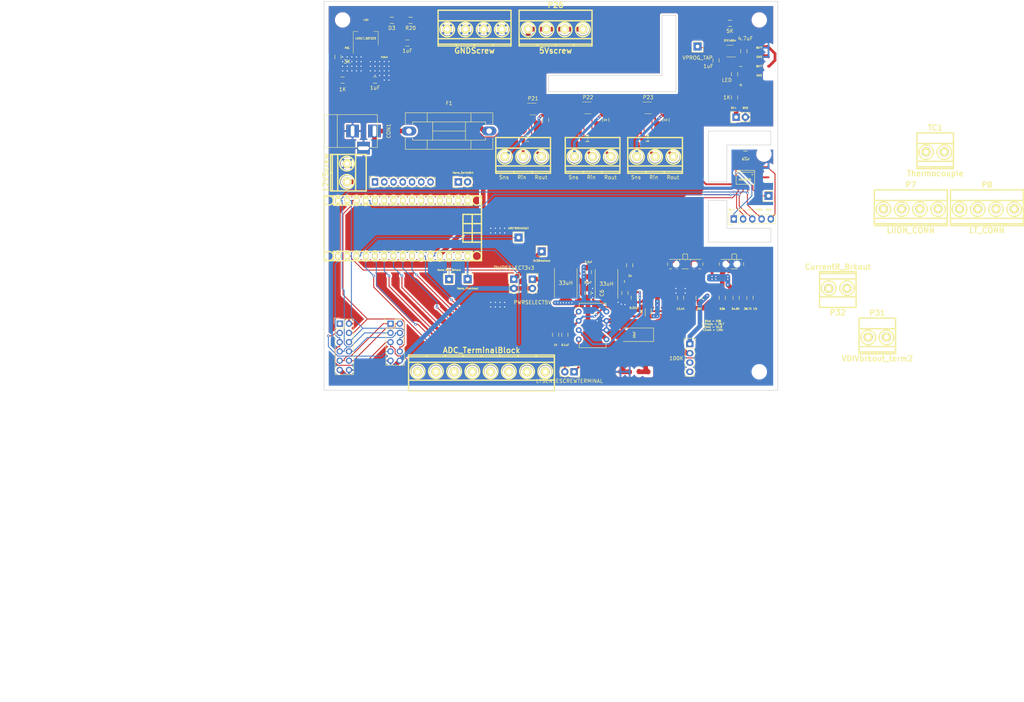
<source format=kicad_pcb>
(kicad_pcb (version 20171130) (host pcbnew 5.0.0-rc2)

  (general
    (thickness 1.6)
    (drawings 61)
    (tracks 710)
    (zones 0)
    (modules 79)
    (nets 71)
  )

  (page USLetter)
  (title_block
    (title "Project Title")
  )

  (layers
    (0 F.Cu signal)
    (31 B.Cu signal)
    (34 B.Paste user)
    (35 F.Paste user)
    (36 B.SilkS user)
    (37 F.SilkS user)
    (38 B.Mask user)
    (39 F.Mask user)
    (40 Dwgs.User user)
    (44 Edge.Cuts user)
    (46 B.CrtYd user)
    (47 F.CrtYd user)
    (48 B.Fab user)
    (49 F.Fab user)
  )

  (setup
    (last_trace_width 1.27)
    (user_trace_width 0.1524)
    (user_trace_width 0.254)
    (user_trace_width 0.3302)
    (user_trace_width 0.508)
    (user_trace_width 0.762)
    (user_trace_width 1.27)
    (trace_clearance 0.254)
    (zone_clearance 0.508)
    (zone_45_only no)
    (trace_min 0.1524)
    (segment_width 0.1524)
    (edge_width 0.1524)
    (via_size 0.6858)
    (via_drill 0.3302)
    (via_min_size 0.6604)
    (via_min_drill 0.3302)
    (user_via 0.6858 0.3302)
    (user_via 0.762 0.4064)
    (user_via 0.8636 0.508)
    (uvia_size 0.6858)
    (uvia_drill 0.3302)
    (uvias_allowed no)
    (uvia_min_size 0)
    (uvia_min_drill 0)
    (pcb_text_width 0.1524)
    (pcb_text_size 1.016 1.016)
    (mod_edge_width 0.1524)
    (mod_text_size 1.016 1.016)
    (mod_text_width 0.1524)
    (pad_size 2 3.8)
    (pad_drill 0)
    (pad_to_mask_clearance 0.0762)
    (solder_mask_min_width 0.1016)
    (pad_to_paste_clearance -0.0762)
    (aux_axis_origin 0 0)
    (visible_elements 7FFFFFFF)
    (pcbplotparams
      (layerselection 0x310fc_ffffffff)
      (usegerberextensions true)
      (usegerberattributes false)
      (usegerberadvancedattributes false)
      (creategerberjobfile false)
      (excludeedgelayer true)
      (linewidth 0.100000)
      (plotframeref false)
      (viasonmask false)
      (mode 1)
      (useauxorigin false)
      (hpglpennumber 1)
      (hpglpenspeed 20)
      (hpglpendiameter 15)
      (psnegative false)
      (psa4output false)
      (plotreference true)
      (plotvalue true)
      (plotinvisibletext false)
      (padsonsilk false)
      (subtractmaskfromsilk false)
      (outputformat 1)
      (mirror false)
      (drillshape 0)
      (scaleselection 1)
      (outputdirectory gerbers_042119/))
  )

  (net 0 "")
  (net 1 GND)
  (net 2 +5V)
  (net 3 /STC4054_Liion_Charge/BAT_LIION_CHRG)
  (net 4 "Net-(C4-Pad1)")
  (net 5 /LT1512/Vsw)
  (net 6 "Net-(C7-Pad2)")
  (net 7 /LT1512/Vcomp)
  (net 8 "Net-(C8-Pad1)")
  (net 9 /LT1512/I_Feedback)
  (net 10 /LT1512/LT_BATCHRG)
  (net 11 "Net-(D1-Pad2)")
  (net 12 /STC4054_Liion_Charge/CHRG)
  (net 13 +12V)
  (net 14 "Net-(J1-Pad1)")
  (net 15 "Net-(J1-Pad2)")
  (net 16 "Net-(J1-Pad3)")
  (net 17 "Net-(J1-Pad5)")
  (net 18 "Net-(J1-Pad6)")
  (net 19 "Net-(J1-Pad7)")
  (net 20 "Net-(J1-Pad8)")
  (net 21 "Net-(J1-Pad9)")
  (net 22 "Net-(J1-Pad10)")
  (net 23 "Net-(J1-Pad11)")
  (net 24 /MAX_CS)
  (net 25 /NANO_CS)
  (net 26 /NANO_MOSI)
  (net 27 /NANO_MISO)
  (net 28 /NANO_SCK)
  (net 29 "Net-(J1-Pad17)")
  (net 30 "Net-(J1-Pad18)")
  (net 31 "Net-(J1-Pad19)")
  (net 32 "Net-(J1-Pad20)")
  (net 33 "Net-(J1-Pad21)")
  (net 34 "Net-(J1-Pad22)")
  (net 35 "Net-(J1-Pad23)")
  (net 36 "Net-(J1-Pad24)")
  (net 37 "Net-(J1-Pad25)")
  (net 38 "Net-(J1-Pad26)")
  (net 39 "Net-(J1-Pad28)")
  (net 40 "Net-(J1-Pad30)")
  (net 41 /LT1512/LT_IFEEDBACK)
  (net 42 /CurrentSense_INA169_1/LOADOUT)
  (net 43 /CurrentSense_INA169_1/LOADIN)
  (net 44 /CurrentSense_INA169_1/CurrentOUT)
  (net 45 /sheet5CBEAB48/CurrentOUT)
  (net 46 /sheet5CBEAB48/LOADIN)
  (net 47 /sheet5CBEAB48/LOADOUT)
  (net 48 /sheet5CBEAC38/LOADOUT)
  (net 49 /sheet5CBEAC38/LOADIN)
  (net 50 /sheet5CBEAC38/CurrentOUT)
  (net 51 /STC4054_Liion_Charge/PROG)
  (net 52 /MAX6675/T+)
  (net 53 /MAX6675/NC)
  (net 54 /ENC28J60/VCC_Branch)
  (net 55 /ENC28J60/INT)
  (net 56 /ENC28J60/CLKOUT)
  (net 57 /ENC28J60/WOL)
  (net 58 /ENC28J60/RSTENC)
  (net 59 /ENC28J60/Q3)
  (net 60 /LT1512/LT_FloatVoltage)
  (net 61 /LT1512/LTShutdownPin)
  (net 62 "Net-(R3-Pad2)")
  (net 63 "Net-(R5-Pad1)")
  (net 64 "Net-(R6-Pad1)")
  (net 65 "Net-(R7-Pad1)")
  (net 66 "Net-(R8-Pad1)")
  (net 67 "Net-(R8-Pad2)")
  (net 68 +3V3)
  (net 69 "Net-(SW1-Pad2)")
  (net 70 "Net-(D3-Pad1)")

  (net_class Default "This is the default net class."
    (clearance 0.254)
    (trace_width 0.254)
    (via_dia 0.6858)
    (via_drill 0.3302)
    (uvia_dia 0.6858)
    (uvia_drill 0.3302)
    (add_net +12V)
    (add_net +3V3)
    (add_net +5V)
    (add_net /CurrentSense_INA169_1/CurrentOUT)
    (add_net /CurrentSense_INA169_1/LOADIN)
    (add_net /CurrentSense_INA169_1/LOADOUT)
    (add_net /ENC28J60/CLKOUT)
    (add_net /ENC28J60/INT)
    (add_net /ENC28J60/Q3)
    (add_net /ENC28J60/RSTENC)
    (add_net /ENC28J60/VCC_Branch)
    (add_net /ENC28J60/WOL)
    (add_net /LT1512/I_Feedback)
    (add_net /LT1512/LTShutdownPin)
    (add_net /LT1512/LT_BATCHRG)
    (add_net /LT1512/LT_FloatVoltage)
    (add_net /LT1512/LT_IFEEDBACK)
    (add_net /LT1512/Vcomp)
    (add_net /LT1512/Vsw)
    (add_net /MAX6675/NC)
    (add_net /MAX6675/T+)
    (add_net /MAX_CS)
    (add_net /NANO_CS)
    (add_net /NANO_MISO)
    (add_net /NANO_MOSI)
    (add_net /NANO_SCK)
    (add_net /STC4054_Liion_Charge/BAT_LIION_CHRG)
    (add_net /STC4054_Liion_Charge/CHRG)
    (add_net /STC4054_Liion_Charge/PROG)
    (add_net /sheet5CBEAB48/CurrentOUT)
    (add_net /sheet5CBEAB48/LOADIN)
    (add_net /sheet5CBEAB48/LOADOUT)
    (add_net /sheet5CBEAC38/CurrentOUT)
    (add_net /sheet5CBEAC38/LOADIN)
    (add_net /sheet5CBEAC38/LOADOUT)
    (add_net GND)
    (add_net "Net-(C4-Pad1)")
    (add_net "Net-(C7-Pad2)")
    (add_net "Net-(C8-Pad1)")
    (add_net "Net-(D1-Pad2)")
    (add_net "Net-(D3-Pad1)")
    (add_net "Net-(J1-Pad1)")
    (add_net "Net-(J1-Pad10)")
    (add_net "Net-(J1-Pad11)")
    (add_net "Net-(J1-Pad17)")
    (add_net "Net-(J1-Pad18)")
    (add_net "Net-(J1-Pad19)")
    (add_net "Net-(J1-Pad2)")
    (add_net "Net-(J1-Pad20)")
    (add_net "Net-(J1-Pad21)")
    (add_net "Net-(J1-Pad22)")
    (add_net "Net-(J1-Pad23)")
    (add_net "Net-(J1-Pad24)")
    (add_net "Net-(J1-Pad25)")
    (add_net "Net-(J1-Pad26)")
    (add_net "Net-(J1-Pad28)")
    (add_net "Net-(J1-Pad3)")
    (add_net "Net-(J1-Pad30)")
    (add_net "Net-(J1-Pad5)")
    (add_net "Net-(J1-Pad6)")
    (add_net "Net-(J1-Pad7)")
    (add_net "Net-(J1-Pad8)")
    (add_net "Net-(J1-Pad9)")
    (add_net "Net-(R3-Pad2)")
    (add_net "Net-(R5-Pad1)")
    (add_net "Net-(R6-Pad1)")
    (add_net "Net-(R7-Pad1)")
    (add_net "Net-(R8-Pad1)")
    (add_net "Net-(R8-Pad2)")
    (add_net "Net-(SW1-Pad2)")
  )

  (module Pin_Headers:Pin_Header_Straight_1x01 (layer F.Cu) (tedit 5CC87ECE) (tstamp 5CCECB55)
    (at 130.81 116.84)
    (descr "Through hole pin header")
    (tags "pin header")
    (path /5CC87E3D)
    (fp_text reference P30 (at 0 -5.1) (layer F.SilkS) hide
      (effects (font (size 1 1) (thickness 0.15)))
    )
    (fp_text value 3v3Breakout (at 0 2.54) (layer F.SilkS)
      (effects (font (size 0.508 0.508) (thickness 0.127)))
    )
    (fp_line (start -1.27 1.27) (end 1.27 1.27) (layer F.SilkS) (width 0.15))
    (fp_line (start -1.55 -1.55) (end 1.55 -1.55) (layer F.SilkS) (width 0.15))
    (fp_line (start -1.55 0) (end -1.55 -1.55) (layer F.SilkS) (width 0.15))
    (fp_line (start -1.75 1.75) (end 1.75 1.75) (layer F.CrtYd) (width 0.05))
    (fp_line (start -1.75 -1.75) (end 1.75 -1.75) (layer F.CrtYd) (width 0.05))
    (fp_line (start 1.75 -1.75) (end 1.75 1.75) (layer F.CrtYd) (width 0.05))
    (fp_line (start -1.75 -1.75) (end -1.75 1.75) (layer F.CrtYd) (width 0.05))
    (fp_line (start 1.55 -1.55) (end 1.55 0) (layer F.SilkS) (width 0.15))
    (pad 1 thru_hole rect (at 0 0) (size 2.2352 2.2352) (drill 1.016) (layers *.Cu *.Mask)
      (net 29 "Net-(J1-Pad17)"))
    (model Pin_Headers.3dshapes/Pin_Header_Straight_1x01.wrl
      (at (xyz 0 0 0))
      (scale (xyz 1 1 1))
      (rotate (xyz 0 0 90))
    )
  )

  (module Connectors:BARREL_JACK (layer F.Cu) (tedit 0) (tstamp 5CC05F9F)
    (at 78.74 83.82)
    (descr "DC Barrel Jack")
    (tags "Power Jack")
    (path /5CBC4AC4/5CBD2D8E)
    (fp_text reference CON1 (at 10.09904 0 90) (layer F.SilkS)
      (effects (font (size 1 1) (thickness 0.15)))
    )
    (fp_text value BARREL_JACK (at 0 -5.99948) (layer F.Fab)
      (effects (font (size 1 1) (thickness 0.15)))
    )
    (fp_line (start -4.0005 -4.50088) (end -4.0005 4.50088) (layer F.SilkS) (width 0.15))
    (fp_line (start -7.50062 -4.50088) (end -7.50062 4.50088) (layer F.SilkS) (width 0.15))
    (fp_line (start -7.50062 4.50088) (end 7.00024 4.50088) (layer F.SilkS) (width 0.15))
    (fp_line (start 7.00024 4.50088) (end 7.00024 -4.50088) (layer F.SilkS) (width 0.15))
    (fp_line (start 7.00024 -4.50088) (end -7.50062 -4.50088) (layer F.SilkS) (width 0.15))
    (pad 1 thru_hole rect (at 6.20014 0) (size 3.50012 3.50012) (drill oval 1.00076 2.99974) (layers *.Cu *.Mask)
      (net 13 +12V))
    (pad 2 thru_hole rect (at 0.20066 0) (size 3.50012 3.50012) (drill oval 1.00076 2.99974) (layers *.Cu *.Mask)
      (net 1 GND))
    (pad 3 thru_hole rect (at 3.2004 4.699) (size 3.50012 3.50012) (drill oval 2.99974 1.00076) (layers *.Cu *.Mask)
      (net 1 GND))
  )

  (module Capacitors_SMD:C_0805_HandSoldering (layer F.Cu) (tedit 5CBD07B9) (tstamp 5CC60F97)
    (at 178.642 64.4427 270)
    (descr "Capacitor SMD 0805, hand soldering")
    (tags "capacitor 0805")
    (path /5CBBEAA9/5CBBFBC6)
    (attr smd)
    (fp_text reference C1 (at 0 -2.1 270) (layer F.SilkS) hide
      (effects (font (size 1 1) (thickness 0.15)))
    )
    (fp_text value 1uF (at 1.5973 2.112) (layer F.SilkS)
      (effects (font (size 1 1) (thickness 0.15)))
    )
    (fp_line (start -0.5 0.85) (end 0.5 0.85) (layer F.SilkS) (width 0.15))
    (fp_line (start 0.5 -0.85) (end -0.5 -0.85) (layer F.SilkS) (width 0.15))
    (fp_line (start 2.3 -1) (end 2.3 1) (layer F.CrtYd) (width 0.05))
    (fp_line (start -2.3 -1) (end -2.3 1) (layer F.CrtYd) (width 0.05))
    (fp_line (start -2.3 1) (end 2.3 1) (layer F.CrtYd) (width 0.05))
    (fp_line (start -2.3 -1) (end 2.3 -1) (layer F.CrtYd) (width 0.05))
    (fp_line (start -1 -0.625) (end 1 -0.625) (layer F.Fab) (width 0.15))
    (fp_line (start 1 -0.625) (end 1 0.625) (layer F.Fab) (width 0.15))
    (fp_line (start 1 0.625) (end -1 0.625) (layer F.Fab) (width 0.15))
    (fp_line (start -1 0.625) (end -1 -0.625) (layer F.Fab) (width 0.15))
    (pad 2 smd rect (at 1.25 0 270) (size 1.5 1.25) (layers F.Cu F.Paste F.Mask)
      (net 1 GND))
    (pad 1 smd rect (at -1.25 0 270) (size 1.5 1.25) (layers F.Cu F.Paste F.Mask)
      (net 2 +5V))
    (model Capacitors_SMD.3dshapes/C_0805_HandSoldering.wrl
      (at (xyz 0 0 0))
      (scale (xyz 1 1 1))
      (rotate (xyz 0 0 0))
    )
  )

  (module Capacitors_SMD:C_0805_HandSoldering (layer F.Cu) (tedit 5CBD07D6) (tstamp 5CC60FA7)
    (at 186.262 61.9027 270)
    (descr "Capacitor SMD 0805, hand soldering")
    (tags "capacitor 0805")
    (path /5CBBEAA9/5CBC0798)
    (attr smd)
    (fp_text reference C2 (at 0 -2.1 270) (layer F.SilkS) hide
      (effects (font (size 1 1) (thickness 0.15)))
    )
    (fp_text value 4.7uF (at -3.482743 -0.428) (layer F.SilkS)
      (effects (font (size 1 1) (thickness 0.15)))
    )
    (fp_line (start -1 0.625) (end -1 -0.625) (layer F.Fab) (width 0.15))
    (fp_line (start 1 0.625) (end -1 0.625) (layer F.Fab) (width 0.15))
    (fp_line (start 1 -0.625) (end 1 0.625) (layer F.Fab) (width 0.15))
    (fp_line (start -1 -0.625) (end 1 -0.625) (layer F.Fab) (width 0.15))
    (fp_line (start -2.3 -1) (end 2.3 -1) (layer F.CrtYd) (width 0.05))
    (fp_line (start -2.3 1) (end 2.3 1) (layer F.CrtYd) (width 0.05))
    (fp_line (start -2.3 -1) (end -2.3 1) (layer F.CrtYd) (width 0.05))
    (fp_line (start 2.3 -1) (end 2.3 1) (layer F.CrtYd) (width 0.05))
    (fp_line (start 0.5 -0.85) (end -0.5 -0.85) (layer F.SilkS) (width 0.15))
    (fp_line (start -0.5 0.85) (end 0.5 0.85) (layer F.SilkS) (width 0.15))
    (pad 1 smd rect (at -1.25 0 270) (size 1.5 1.25) (layers F.Cu F.Paste F.Mask)
      (net 3 /STC4054_Liion_Charge/BAT_LIION_CHRG))
    (pad 2 smd rect (at 1.25 0 270) (size 1.5 1.25) (layers F.Cu F.Paste F.Mask)
      (net 1 GND))
    (model Capacitors_SMD.3dshapes/C_0805_HandSoldering.wrl
      (at (xyz 0 0 0))
      (scale (xyz 1 1 1))
      (rotate (xyz 0 0 0))
    )
  )

  (module Capacitors_SMD:C_0805_HandSoldering (layer F.Cu) (tedit 5CBD055A) (tstamp 5CC60FB7)
    (at 186.69 90.17)
    (descr "Capacitor SMD 0805, hand soldering")
    (tags "capacitor 0805")
    (path /5CBC1777/5CBC1EC5)
    (attr smd)
    (fp_text reference C3 (at 0 -2.1) (layer F.Fab)
      (effects (font (size 1 1) (thickness 0.15)))
    )
    (fp_text value 0.1uF (at 0.127 1.397) (layer F.SilkS)
      (effects (font (size 0.508 0.508) (thickness 0.127)))
    )
    (fp_line (start -0.5 0.85) (end 0.5 0.85) (layer F.SilkS) (width 0.15))
    (fp_line (start 0.5 -0.85) (end -0.5 -0.85) (layer F.SilkS) (width 0.15))
    (fp_line (start 2.3 -1) (end 2.3 1) (layer F.CrtYd) (width 0.05))
    (fp_line (start -2.3 -1) (end -2.3 1) (layer F.CrtYd) (width 0.05))
    (fp_line (start -2.3 1) (end 2.3 1) (layer F.CrtYd) (width 0.05))
    (fp_line (start -2.3 -1) (end 2.3 -1) (layer F.CrtYd) (width 0.05))
    (fp_line (start -1 -0.625) (end 1 -0.625) (layer F.Fab) (width 0.15))
    (fp_line (start 1 -0.625) (end 1 0.625) (layer F.Fab) (width 0.15))
    (fp_line (start 1 0.625) (end -1 0.625) (layer F.Fab) (width 0.15))
    (fp_line (start -1 0.625) (end -1 -0.625) (layer F.Fab) (width 0.15))
    (pad 2 smd rect (at 1.25 0) (size 1.5 1.25) (layers F.Cu F.Paste F.Mask)
      (net 1 GND))
    (pad 1 smd rect (at -1.25 0) (size 1.5 1.25) (layers F.Cu F.Paste F.Mask)
      (net 2 +5V))
    (model Capacitors_SMD.3dshapes/C_0805_HandSoldering.wrl
      (at (xyz 0 0 0))
      (scale (xyz 1 1 1))
      (rotate (xyz 0 0 0))
    )
  )

  (module Capacitors_SMD:C_0805_HandSoldering (layer F.Cu) (tedit 5CBD0AF6) (tstamp 5CC60FC7)
    (at 93.98 59.69)
    (descr "Capacitor SMD 0805, hand soldering")
    (tags "capacitor 0805")
    (path /5CBC4AC4/5CBC5531)
    (attr smd)
    (fp_text reference C4 (at 0 -2.1) (layer F.SilkS) hide
      (effects (font (size 1 1) (thickness 0.15)))
    )
    (fp_text value 1uF (at 0 2.1) (layer F.SilkS)
      (effects (font (size 1 1) (thickness 0.15)))
    )
    (fp_line (start -0.5 0.85) (end 0.5 0.85) (layer F.SilkS) (width 0.15))
    (fp_line (start 0.5 -0.85) (end -0.5 -0.85) (layer F.SilkS) (width 0.15))
    (fp_line (start 2.3 -1) (end 2.3 1) (layer F.CrtYd) (width 0.05))
    (fp_line (start -2.3 -1) (end -2.3 1) (layer F.CrtYd) (width 0.05))
    (fp_line (start -2.3 1) (end 2.3 1) (layer F.CrtYd) (width 0.05))
    (fp_line (start -2.3 -1) (end 2.3 -1) (layer F.CrtYd) (width 0.05))
    (fp_line (start -1 -0.625) (end 1 -0.625) (layer F.Fab) (width 0.15))
    (fp_line (start 1 -0.625) (end 1 0.625) (layer F.Fab) (width 0.15))
    (fp_line (start 1 0.625) (end -1 0.625) (layer F.Fab) (width 0.15))
    (fp_line (start -1 0.625) (end -1 -0.625) (layer F.Fab) (width 0.15))
    (pad 2 smd rect (at 1.25 0) (size 1.5 1.25) (layers F.Cu F.Paste F.Mask)
      (net 1 GND))
    (pad 1 smd rect (at -1.25 0) (size 1.5 1.25) (layers F.Cu F.Paste F.Mask)
      (net 4 "Net-(C4-Pad1)"))
    (model Capacitors_SMD.3dshapes/C_0805_HandSoldering.wrl
      (at (xyz 0 0 0))
      (scale (xyz 1 1 1))
      (rotate (xyz 0 0 0))
    )
  )

  (module Capacitors_SMD:C_0805_HandSoldering (layer F.Cu) (tedit 5CBD0AE3) (tstamp 5CC60FD7)
    (at 85.09 69.85)
    (descr "Capacitor SMD 0805, hand soldering")
    (tags "capacitor 0805")
    (path /5CBC4AC4/5CBC54F0)
    (attr smd)
    (fp_text reference C5 (at 0 -2.1) (layer F.SilkS) hide
      (effects (font (size 1 1) (thickness 0.15)))
    )
    (fp_text value 1uF (at 0 2.1) (layer F.SilkS)
      (effects (font (size 1 1) (thickness 0.15)))
    )
    (fp_line (start -0.5 0.85) (end 0.5 0.85) (layer F.SilkS) (width 0.15))
    (fp_line (start 0.5 -0.85) (end -0.5 -0.85) (layer F.SilkS) (width 0.15))
    (fp_line (start 2.3 -1) (end 2.3 1) (layer F.CrtYd) (width 0.05))
    (fp_line (start -2.3 -1) (end -2.3 1) (layer F.CrtYd) (width 0.05))
    (fp_line (start -2.3 1) (end 2.3 1) (layer F.CrtYd) (width 0.05))
    (fp_line (start -2.3 -1) (end 2.3 -1) (layer F.CrtYd) (width 0.05))
    (fp_line (start -1 -0.625) (end 1 -0.625) (layer F.Fab) (width 0.15))
    (fp_line (start 1 -0.625) (end 1 0.625) (layer F.Fab) (width 0.15))
    (fp_line (start 1 0.625) (end -1 0.625) (layer F.Fab) (width 0.15))
    (fp_line (start -1 0.625) (end -1 -0.625) (layer F.Fab) (width 0.15))
    (pad 2 smd rect (at 1.25 0) (size 1.5 1.25) (layers F.Cu F.Paste F.Mask)
      (net 1 GND))
    (pad 1 smd rect (at -1.25 0) (size 1.5 1.25) (layers F.Cu F.Paste F.Mask)
      (net 2 +5V))
    (model Capacitors_SMD.3dshapes/C_0805_HandSoldering.wrl
      (at (xyz 0 0 0))
      (scale (xyz 1 1 1))
      (rotate (xyz 0 0 0))
    )
  )

  (module Capacitors_SMD:C_0805_HandSoldering (layer F.Cu) (tedit 5CBD06E0) (tstamp 5CC60FE7)
    (at 143.51 128.27 90)
    (descr "Capacitor SMD 0805, hand soldering")
    (tags "capacitor 0805")
    (path /5CBC6C0A/5CBC7FC7)
    (attr smd)
    (fp_text reference C6 (at 0 3.81 90) (layer F.SilkS)
      (effects (font (size 1 1) (thickness 0.15)))
    )
    (fp_text value 2.2uF (at 2.921 0 180) (layer F.SilkS)
      (effects (font (size 0.508 0.508) (thickness 0.127)))
    )
    (fp_line (start -0.5 0.85) (end 0.5 0.85) (layer F.SilkS) (width 0.15))
    (fp_line (start 0.5 -0.85) (end -0.5 -0.85) (layer F.SilkS) (width 0.15))
    (fp_line (start 2.3 -1) (end 2.3 1) (layer F.CrtYd) (width 0.05))
    (fp_line (start -2.3 -1) (end -2.3 1) (layer F.CrtYd) (width 0.05))
    (fp_line (start -2.3 1) (end 2.3 1) (layer F.CrtYd) (width 0.05))
    (fp_line (start -2.3 -1) (end 2.3 -1) (layer F.CrtYd) (width 0.05))
    (fp_line (start -1 -0.625) (end 1 -0.625) (layer F.Fab) (width 0.15))
    (fp_line (start 1 -0.625) (end 1 0.625) (layer F.Fab) (width 0.15))
    (fp_line (start 1 0.625) (end -1 0.625) (layer F.Fab) (width 0.15))
    (fp_line (start -1 0.625) (end -1 -0.625) (layer F.Fab) (width 0.15))
    (pad 2 smd rect (at 1.25 0 90) (size 1.5 1.25) (layers F.Cu F.Paste F.Mask)
      (net 1 GND))
    (pad 1 smd rect (at -1.25 0 90) (size 1.5 1.25) (layers F.Cu F.Paste F.Mask)
      (net 2 +5V))
    (model Capacitors_SMD.3dshapes/C_0805_HandSoldering.wrl
      (at (xyz 0 0 0))
      (scale (xyz 1 1 1))
      (rotate (xyz 0 0 0))
    )
  )

  (module Capacitors_SMD:C_0805_HandSoldering (layer F.Cu) (tedit 5CBD0637) (tstamp 5CC60FF7)
    (at 143.637 122.555 270)
    (descr "Capacitor SMD 0805, hand soldering")
    (tags "capacitor 0805")
    (path /5CBC6C0A/5CBCA445)
    (attr smd)
    (fp_text reference C7 (at 0 -2.1 270) (layer F.Fab)
      (effects (font (size 1 1) (thickness 0.15)))
    )
    (fp_text value 2.2uF (at -2.794 0) (layer F.SilkS)
      (effects (font (size 0.508 0.508) (thickness 0.127)))
    )
    (fp_line (start -1 0.625) (end -1 -0.625) (layer F.Fab) (width 0.15))
    (fp_line (start 1 0.625) (end -1 0.625) (layer F.Fab) (width 0.15))
    (fp_line (start 1 -0.625) (end 1 0.625) (layer F.Fab) (width 0.15))
    (fp_line (start -1 -0.625) (end 1 -0.625) (layer F.Fab) (width 0.15))
    (fp_line (start -2.3 -1) (end 2.3 -1) (layer F.CrtYd) (width 0.05))
    (fp_line (start -2.3 1) (end 2.3 1) (layer F.CrtYd) (width 0.05))
    (fp_line (start -2.3 -1) (end -2.3 1) (layer F.CrtYd) (width 0.05))
    (fp_line (start 2.3 -1) (end 2.3 1) (layer F.CrtYd) (width 0.05))
    (fp_line (start 0.5 -0.85) (end -0.5 -0.85) (layer F.SilkS) (width 0.15))
    (fp_line (start -0.5 0.85) (end 0.5 0.85) (layer F.SilkS) (width 0.15))
    (pad 1 smd rect (at -1.25 0 270) (size 1.5 1.25) (layers F.Cu F.Paste F.Mask)
      (net 5 /LT1512/Vsw))
    (pad 2 smd rect (at 1.25 0 270) (size 1.5 1.25) (layers F.Cu F.Paste F.Mask)
      (net 6 "Net-(C7-Pad2)"))
    (model Capacitors_SMD.3dshapes/C_0805_HandSoldering.wrl
      (at (xyz 0 0 0))
      (scale (xyz 1 1 1))
      (rotate (xyz 0 0 0))
    )
  )

  (module Capacitors_SMD:C_0805_HandSoldering (layer F.Cu) (tedit 5CBD05B1) (tstamp 5CC61007)
    (at 137.16 139.7 90)
    (descr "Capacitor SMD 0805, hand soldering")
    (tags "capacitor 0805")
    (path /5CBC6C0A/5CBC8B80)
    (attr smd)
    (fp_text reference C8 (at 0 -2.1 90) (layer F.Fab) hide
      (effects (font (size 1 1) (thickness 0.15)))
    )
    (fp_text value 0.1uF (at -2.794 0.127 180) (layer F.SilkS)
      (effects (font (size 0.508 0.508) (thickness 0.127)))
    )
    (fp_line (start -0.5 0.85) (end 0.5 0.85) (layer F.SilkS) (width 0.15))
    (fp_line (start 0.5 -0.85) (end -0.5 -0.85) (layer F.SilkS) (width 0.15))
    (fp_line (start 2.3 -1) (end 2.3 1) (layer F.CrtYd) (width 0.05))
    (fp_line (start -2.3 -1) (end -2.3 1) (layer F.CrtYd) (width 0.05))
    (fp_line (start -2.3 1) (end 2.3 1) (layer F.CrtYd) (width 0.05))
    (fp_line (start -2.3 -1) (end 2.3 -1) (layer F.CrtYd) (width 0.05))
    (fp_line (start -1 -0.625) (end 1 -0.625) (layer F.Fab) (width 0.15))
    (fp_line (start 1 -0.625) (end 1 0.625) (layer F.Fab) (width 0.15))
    (fp_line (start 1 0.625) (end -1 0.625) (layer F.Fab) (width 0.15))
    (fp_line (start -1 0.625) (end -1 -0.625) (layer F.Fab) (width 0.15))
    (pad 2 smd rect (at 1.25 0 90) (size 1.5 1.25) (layers F.Cu F.Paste F.Mask)
      (net 7 /LT1512/Vcomp))
    (pad 1 smd rect (at -1.25 0 90) (size 1.5 1.25) (layers F.Cu F.Paste F.Mask)
      (net 8 "Net-(C8-Pad1)"))
    (model Capacitors_SMD.3dshapes/C_0805_HandSoldering.wrl
      (at (xyz 0 0 0))
      (scale (xyz 1 1 1))
      (rotate (xyz 0 0 0))
    )
  )

  (module Capacitors_SMD:C_0805_HandSoldering (layer F.Cu) (tedit 5CBD05E0) (tstamp 5CC61017)
    (at 156.21 129.54 270)
    (descr "Capacitor SMD 0805, hand soldering")
    (tags "capacitor 0805")
    (path /5CBC6C0A/5CBC988F)
    (attr smd)
    (fp_text reference C9 (at 0 -2.1 270) (layer F.SilkS) hide
      (effects (font (size 1 1) (thickness 0.15)))
    )
    (fp_text value 0.22uF (at 2.794 0) (layer F.SilkS)
      (effects (font (size 0.508 0.508) (thickness 0.127)))
    )
    (fp_line (start -1 0.625) (end -1 -0.625) (layer F.Fab) (width 0.15))
    (fp_line (start 1 0.625) (end -1 0.625) (layer F.Fab) (width 0.15))
    (fp_line (start 1 -0.625) (end 1 0.625) (layer F.Fab) (width 0.15))
    (fp_line (start -1 -0.625) (end 1 -0.625) (layer F.Fab) (width 0.15))
    (fp_line (start -2.3 -1) (end 2.3 -1) (layer F.CrtYd) (width 0.05))
    (fp_line (start -2.3 1) (end 2.3 1) (layer F.CrtYd) (width 0.05))
    (fp_line (start -2.3 -1) (end -2.3 1) (layer F.CrtYd) (width 0.05))
    (fp_line (start 2.3 -1) (end 2.3 1) (layer F.CrtYd) (width 0.05))
    (fp_line (start 0.5 -0.85) (end -0.5 -0.85) (layer F.SilkS) (width 0.15))
    (fp_line (start -0.5 0.85) (end 0.5 0.85) (layer F.SilkS) (width 0.15))
    (pad 1 smd rect (at -1.25 0 270) (size 1.5 1.25) (layers F.Cu F.Paste F.Mask)
      (net 9 /LT1512/I_Feedback))
    (pad 2 smd rect (at 1.25 0 270) (size 1.5 1.25) (layers F.Cu F.Paste F.Mask)
      (net 1 GND))
    (model Capacitors_SMD.3dshapes/C_0805_HandSoldering.wrl
      (at (xyz 0 0 0))
      (scale (xyz 1 1 1))
      (rotate (xyz 0 0 0))
    )
  )

  (module Capacitors_Tantalum_SMD:Tantalum_Case-C_EIA-6032-28_Hand (layer F.Cu) (tedit 5CBD05C1) (tstamp 5CC6102A)
    (at 156.21 139.7 180)
    (descr "Tantalum capacitor, Case C, EIA 6032-28, 6.0x3.2x2.5mm, Hand soldering footprint")
    (tags "capacitor tantalum smd")
    (path /5CBC6C0A/5CBCF221)
    (attr smd)
    (fp_text reference C10 (at 0 -3.35 180) (layer F.Fab)
      (effects (font (size 1 1) (thickness 0.15)))
    )
    (fp_text value 22uF (at 0 0 270) (layer F.SilkS)
      (effects (font (size 0.508 0.508) (thickness 0.127)))
    )
    (fp_line (start -5.4 -2) (end -5.4 2) (layer F.CrtYd) (width 0.05))
    (fp_line (start -5.4 2) (end 5.4 2) (layer F.CrtYd) (width 0.05))
    (fp_line (start 5.4 2) (end 5.4 -2) (layer F.CrtYd) (width 0.05))
    (fp_line (start 5.4 -2) (end -5.4 -2) (layer F.CrtYd) (width 0.05))
    (fp_line (start -3 -1.6) (end -3 1.6) (layer F.Fab) (width 0.15))
    (fp_line (start -3 1.6) (end 3 1.6) (layer F.Fab) (width 0.15))
    (fp_line (start 3 1.6) (end 3 -1.6) (layer F.Fab) (width 0.15))
    (fp_line (start 3 -1.6) (end -3 -1.6) (layer F.Fab) (width 0.15))
    (fp_line (start -2.4 -1.6) (end -2.4 1.6) (layer F.Fab) (width 0.15))
    (fp_line (start -2.1 -1.6) (end -2.1 1.6) (layer F.Fab) (width 0.15))
    (fp_line (start -5.3 -1.85) (end 3 -1.85) (layer F.SilkS) (width 0.15))
    (fp_line (start -5.3 1.85) (end 3 1.85) (layer F.SilkS) (width 0.15))
    (fp_line (start -5.3 -1.85) (end -5.3 1.85) (layer F.SilkS) (width 0.15))
    (pad 1 smd rect (at -3.125 0 180) (size 3.75 2.5) (layers F.Cu F.Paste F.Mask)
      (net 10 /LT1512/LT_BATCHRG))
    (pad 2 smd rect (at 3.125 0 180) (size 3.75 2.5) (layers F.Cu F.Paste F.Mask)
      (net 1 GND))
    (model Capacitors_Tantalum_SMD.3dshapes/Tantalum_Case-C_EIA-6032-28.wrl
      (at (xyz 0 0 0))
      (scale (xyz 1 1 1))
      (rotate (xyz 0 0 0))
    )
  )

  (module Capacitors_SMD:C_0805_HandSoldering (layer F.Cu) (tedit 5CBD07CD) (tstamp 5CC6103A)
    (at 183.722 68.2527 270)
    (descr "Capacitor SMD 0805, hand soldering")
    (tags "capacitor 0805")
    (path /5CBBEAA9/5CBBF242)
    (attr smd)
    (fp_text reference D1 (at 0 -2.1 270) (layer F.SilkS) hide
      (effects (font (size 1 1) (thickness 0.15)))
    )
    (fp_text value LED (at 1.5973 2.112) (layer F.SilkS)
      (effects (font (size 1 1) (thickness 0.15)))
    )
    (fp_line (start -0.5 0.85) (end 0.5 0.85) (layer F.SilkS) (width 0.15))
    (fp_line (start 0.5 -0.85) (end -0.5 -0.85) (layer F.SilkS) (width 0.15))
    (fp_line (start 2.3 -1) (end 2.3 1) (layer F.CrtYd) (width 0.05))
    (fp_line (start -2.3 -1) (end -2.3 1) (layer F.CrtYd) (width 0.05))
    (fp_line (start -2.3 1) (end 2.3 1) (layer F.CrtYd) (width 0.05))
    (fp_line (start -2.3 -1) (end 2.3 -1) (layer F.CrtYd) (width 0.05))
    (fp_line (start -1 -0.625) (end 1 -0.625) (layer F.Fab) (width 0.15))
    (fp_line (start 1 -0.625) (end 1 0.625) (layer F.Fab) (width 0.15))
    (fp_line (start 1 0.625) (end -1 0.625) (layer F.Fab) (width 0.15))
    (fp_line (start -1 0.625) (end -1 -0.625) (layer F.Fab) (width 0.15))
    (pad 2 smd rect (at 1.25 0 270) (size 1.5 1.25) (layers F.Cu F.Paste F.Mask)
      (net 11 "Net-(D1-Pad2)"))
    (pad 1 smd rect (at -1.25 0 270) (size 1.5 1.25) (layers F.Cu F.Paste F.Mask)
      (net 12 /STC4054_Liion_Charge/CHRG))
    (model Capacitors_SMD.3dshapes/C_0805_HandSoldering.wrl
      (at (xyz 0 0 0))
      (scale (xyz 1 1 1))
      (rotate (xyz 0 0 0))
    )
  )

  (module Diodes_SMD:SOD-323_HandSoldering (layer F.Cu) (tedit 5CC4FD9A) (tstamp 5CC61050)
    (at 160.02 133.35 90)
    (descr SOD-323)
    (tags SOD-323)
    (path /5CBC6C0A/5CBCC66F)
    (attr smd)
    (fp_text reference D2 (at 0 -1.85 90) (layer F.SilkS)
      (effects (font (size 0.508 0.508) (thickness 0.127)))
    )
    (fp_text value D_Schottky (at 0.1 1.9 90) (layer F.Fab)
      (effects (font (size 1 1) (thickness 0.15)))
    )
    (fp_line (start 0.2 0) (end 0.45 0) (layer F.Fab) (width 0.15))
    (fp_line (start 0.2 0.35) (end -0.3 0) (layer F.Fab) (width 0.15))
    (fp_line (start 0.2 -0.35) (end 0.2 0.35) (layer F.Fab) (width 0.15))
    (fp_line (start -0.3 0) (end 0.2 -0.35) (layer F.Fab) (width 0.15))
    (fp_line (start -0.3 0) (end -0.5 0) (layer F.Fab) (width 0.15))
    (fp_line (start -0.3 -0.35) (end -0.3 0.35) (layer F.Fab) (width 0.15))
    (fp_line (start -0.85 0.65) (end -0.85 -0.65) (layer F.Fab) (width 0.15))
    (fp_line (start 0.85 0.65) (end -0.85 0.65) (layer F.Fab) (width 0.15))
    (fp_line (start 0.85 -0.65) (end 0.85 0.65) (layer F.Fab) (width 0.15))
    (fp_line (start -0.85 -0.65) (end 0.85 -0.65) (layer F.Fab) (width 0.15))
    (fp_line (start -1.9 -0.95) (end 1.9 -0.95) (layer F.CrtYd) (width 0.05))
    (fp_line (start 1.9 -0.95) (end 1.9 0.95) (layer F.CrtYd) (width 0.05))
    (fp_line (start -1.9 0.95) (end 1.9 0.95) (layer F.CrtYd) (width 0.05))
    (fp_line (start -1.9 -0.95) (end -1.9 0.95) (layer F.CrtYd) (width 0.05))
    (fp_line (start -1.3 0.8) (end 0.8 0.8) (layer F.SilkS) (width 0.15))
    (fp_line (start -1.3 -0.8) (end 0.8 -0.8) (layer F.SilkS) (width 0.15))
    (pad 1 smd rect (at -1.25 0 90) (size 1 1) (layers F.Cu F.Paste F.Mask)
      (net 10 /LT1512/LT_BATCHRG))
    (pad 2 smd rect (at 1.25 0 90) (size 1 1) (layers F.Cu F.Paste F.Mask)
      (net 6 "Net-(C7-Pad2)"))
    (model Diodes_SMD.3dshapes/SOD-323.wrl
      (at (xyz 0 0 0))
      (scale (xyz 1 1 1))
      (rotate (xyz 0 0 180))
    )
  )

  (module Fuse_Holders_and_Fuses:Fuseholder5x20_horiz_SemiClosed_Casing10x25mm (layer F.Cu) (tedit 0) (tstamp 5CC61069)
    (at 105.41 83.82)
    (descr "Fuseholder, 5x20, Semi closed, horizontal, Casing 10x25mm,")
    (tags "Fuseholder, 5x20, Semi closed, horizontal, Casing 10x25mm, Sicherungshalter, halbgeschlossen,")
    (path /5CBC4AC4/5CBF5A27)
    (fp_text reference F1 (at 0 -7.62) (layer F.SilkS)
      (effects (font (size 1 1) (thickness 0.15)))
    )
    (fp_text value Fuse (at 1.27 7.62) (layer F.Fab)
      (effects (font (size 1 1) (thickness 0.15)))
    )
    (fp_line (start -5.99948 -2.49936) (end -5.99948 -5.00126) (layer F.SilkS) (width 0.15))
    (fp_line (start -5.99948 5.00126) (end -5.99948 2.49936) (layer F.SilkS) (width 0.15))
    (fp_line (start 5.99948 5.00126) (end 5.99948 2.49936) (layer F.SilkS) (width 0.15))
    (fp_line (start 5.99948 -5.00126) (end 5.99948 -2.49936) (layer F.SilkS) (width 0.15))
    (fp_line (start -4.50088 0) (end 4.50088 0) (layer F.SilkS) (width 0.15))
    (fp_line (start -4.50088 -2.49936) (end -4.50088 2.49936) (layer F.SilkS) (width 0.15))
    (fp_line (start 4.50088 -2.49936) (end 4.50088 2.49936) (layer F.SilkS) (width 0.15))
    (fp_line (start 9.99998 -1.89992) (end 9.99998 -2.49936) (layer F.SilkS) (width 0.15))
    (fp_line (start -9.99998 1.89992) (end -9.99998 2.49936) (layer F.SilkS) (width 0.15))
    (fp_line (start -9.99998 2.49936) (end 9.99998 2.49936) (layer F.SilkS) (width 0.15))
    (fp_line (start 9.99998 2.49936) (end 9.99998 1.89992) (layer F.SilkS) (width 0.15))
    (fp_line (start 9.99998 -2.49936) (end -9.99998 -2.49936) (layer F.SilkS) (width 0.15))
    (fp_line (start -9.99998 -2.49936) (end -9.99998 -1.89992) (layer F.SilkS) (width 0.15))
    (fp_line (start 11.99896 -1.89992) (end 11.99896 -5.00126) (layer F.SilkS) (width 0.15))
    (fp_line (start -11.99896 1.89992) (end -11.99896 5.00126) (layer F.SilkS) (width 0.15))
    (fp_line (start -11.99896 5.00126) (end 11.99896 5.00126) (layer F.SilkS) (width 0.15))
    (fp_line (start 11.99896 5.00126) (end 11.99896 1.89992) (layer F.SilkS) (width 0.15))
    (fp_line (start 11.99896 -5.00126) (end -11.99896 -5.00126) (layer F.SilkS) (width 0.15))
    (fp_line (start -11.99896 -5.00126) (end -11.99896 -1.89992) (layer F.SilkS) (width 0.15))
    (pad 2 thru_hole oval (at 11.00074 0 270) (size 2.49936 4.0005) (drill 1.50114) (layers *.Cu *.Mask)
      (net 4 "Net-(C4-Pad1)"))
    (pad 1 thru_hole oval (at -11.00074 0 270) (size 2.49936 4.0005) (drill 1.50114) (layers *.Cu *.Mask)
      (net 13 +12V))
  )

  (module w_conn_misc:arduino_nano_header (layer F.Cu) (tedit 5CBD0BE8) (tstamp 5CC6109F)
    (at 92.71 110.49 180)
    (descr "Arduino Nano Header")
    (tags Arduino)
    (path /5CBECE63)
    (fp_text reference J1 (at 0 1.27 180) (layer B.Fab)
      (effects (font (size 1.016 1.016) (thickness 0.2032)) (justify mirror))
    )
    (fp_text value Arduino_Nano_Header (at -7.62 1.27 180) (layer F.SilkS) hide
      (effects (font (size 1.016 0.889) (thickness 0.2032)))
    )
    (fp_line (start -16.51 -1.27) (end -21.59 -1.27) (layer F.SilkS) (width 0.381))
    (fp_line (start -16.51 1.27) (end -21.59 1.27) (layer F.SilkS) (width 0.381))
    (fp_line (start -19.05 -3.81) (end -19.05 3.81) (layer F.SilkS) (width 0.381))
    (fp_line (start -21.59 -3.81) (end -16.51 -3.81) (layer F.SilkS) (width 0.381))
    (fp_line (start -16.51 -3.81) (end -16.51 3.81) (layer F.SilkS) (width 0.381))
    (fp_line (start -16.51 3.81) (end -21.59 3.81) (layer F.SilkS) (width 0.381))
    (fp_line (start 21.59 -8.89) (end -21.59 -8.89) (layer F.SilkS) (width 0.381))
    (fp_line (start -21.59 8.89) (end 21.59 8.89) (layer F.SilkS) (width 0.381))
    (fp_line (start -21.59 8.89) (end -21.59 -8.89) (layer F.SilkS) (width 0.381))
    (fp_line (start 21.59 8.89) (end 21.59 -8.89) (layer F.SilkS) (width 0.381))
    (fp_circle (center -20.32 -7.62) (end -21.59 -7.62) (layer F.SilkS) (width 0.381))
    (fp_circle (center -20.32 7.62) (end -21.59 7.62) (layer F.SilkS) (width 0.381))
    (fp_circle (center 20.32 -7.62) (end 21.59 -7.62) (layer F.SilkS) (width 0.381))
    (fp_circle (center 20.32 7.62) (end 21.59 7.62) (layer F.SilkS) (width 0.381))
    (fp_line (start 19.05 -6.35) (end -19.05 -6.35) (layer F.SilkS) (width 0.381))
    (fp_line (start -19.05 6.35) (end 19.05 6.35) (layer F.SilkS) (width 0.381))
    (fp_line (start 19.05 8.89) (end 19.05 6.35) (layer F.SilkS) (width 0.381))
    (fp_line (start 19.05 -6.35) (end 19.05 -8.89) (layer F.SilkS) (width 0.381))
    (fp_line (start -19.05 -8.89) (end -19.05 -6.35) (layer F.SilkS) (width 0.381))
    (fp_line (start -19.05 8.89) (end -19.05 6.35) (layer F.SilkS) (width 0.381))
    (pad 1 thru_hole oval (at -17.78 7.62 180) (size 1.524 2.19964) (drill 1.00076) (layers *.Cu *.Mask F.SilkS)
      (net 14 "Net-(J1-Pad1)"))
    (pad 2 thru_hole oval (at -15.24 7.62 180) (size 1.524 2.19964) (drill 1.00076) (layers *.Cu *.Mask F.SilkS)
      (net 15 "Net-(J1-Pad2)"))
    (pad 3 thru_hole oval (at -12.7 7.62 180) (size 1.524 2.19964) (drill 1.00076) (layers *.Cu *.Mask F.SilkS)
      (net 16 "Net-(J1-Pad3)"))
    (pad 4 thru_hole oval (at -10.16 7.62 180) (size 1.524 2.19964) (drill 1.00076) (layers *.Cu *.Mask F.SilkS)
      (net 1 GND))
    (pad 5 thru_hole oval (at -7.62 7.62 180) (size 1.524 2.19964) (drill 1.00076) (layers *.Cu *.Mask F.SilkS)
      (net 17 "Net-(J1-Pad5)"))
    (pad 6 thru_hole oval (at -5.08 7.62 180) (size 1.524 2.19964) (drill 1.00076) (layers *.Cu *.Mask F.SilkS)
      (net 18 "Net-(J1-Pad6)"))
    (pad 7 thru_hole oval (at -2.54 7.62 180) (size 1.524 2.19964) (drill 1.00076) (layers *.Cu *.Mask F.SilkS)
      (net 19 "Net-(J1-Pad7)"))
    (pad 8 thru_hole oval (at 0 7.62 180) (size 1.524 2.19964) (drill 1.00076) (layers *.Cu *.Mask F.SilkS)
      (net 20 "Net-(J1-Pad8)"))
    (pad 9 thru_hole oval (at 2.54 7.62 180) (size 1.524 2.19964) (drill 1.00076) (layers *.Cu *.Mask F.SilkS)
      (net 21 "Net-(J1-Pad9)"))
    (pad 10 thru_hole oval (at 5.08 7.62 180) (size 1.524 2.19964) (drill 1.00076) (layers *.Cu *.Mask F.SilkS)
      (net 22 "Net-(J1-Pad10)"))
    (pad 11 thru_hole oval (at 7.62 7.62 180) (size 1.524 2.19964) (drill 1.00076) (layers *.Cu *.Mask F.SilkS)
      (net 23 "Net-(J1-Pad11)"))
    (pad 12 thru_hole oval (at 10.16 7.62 180) (size 1.524 2.19964) (drill 1.00076) (layers *.Cu *.Mask F.SilkS)
      (net 24 /MAX_CS))
    (pad 13 thru_hole oval (at 12.7 7.62 180) (size 1.524 2.19964) (drill 1.00076) (layers *.Cu *.Mask F.SilkS)
      (net 25 /NANO_CS))
    (pad 14 thru_hole oval (at 15.24 7.62 180) (size 1.524 2.19964) (drill 1.00076) (layers *.Cu *.Mask F.SilkS)
      (net 26 /NANO_MOSI))
    (pad 15 thru_hole oval (at 17.78 7.62 180) (size 1.524 2.19964) (drill 1.00076) (layers *.Cu *.Mask F.SilkS)
      (net 27 /NANO_MISO))
    (pad 16 thru_hole oval (at 17.78 -7.62 180) (size 1.524 2.19964) (drill 1.00076) (layers *.Cu *.Mask F.SilkS)
      (net 28 /NANO_SCK))
    (pad 17 thru_hole oval (at 15.24 -7.62 180) (size 1.524 2.19964) (drill 1.00076) (layers *.Cu *.Mask F.SilkS)
      (net 29 "Net-(J1-Pad17)"))
    (pad 18 thru_hole oval (at 12.7 -7.62 180) (size 1.524 2.19964) (drill 1.00076) (layers *.Cu *.Mask F.SilkS)
      (net 30 "Net-(J1-Pad18)"))
    (pad 19 thru_hole oval (at 10.16 -7.62 180) (size 1.524 2.19964) (drill 1.00076) (layers *.Cu *.Mask F.SilkS)
      (net 31 "Net-(J1-Pad19)"))
    (pad 20 thru_hole oval (at 7.62 -7.62 180) (size 1.524 2.1971) (drill 1.00076) (layers *.Cu *.Mask F.SilkS)
      (net 32 "Net-(J1-Pad20)"))
    (pad 21 thru_hole oval (at 5.08 -7.62 180) (size 1.524 2.1971) (drill 1.00076) (layers *.Cu *.Mask F.SilkS)
      (net 33 "Net-(J1-Pad21)"))
    (pad 22 thru_hole oval (at 2.54 -7.62 180) (size 1.524 2.1971) (drill 1.00076) (layers *.Cu *.Mask F.SilkS)
      (net 34 "Net-(J1-Pad22)"))
    (pad 23 thru_hole oval (at 0 -7.62 180) (size 1.524 2.1971) (drill 1.00076) (layers *.Cu *.Mask F.SilkS)
      (net 35 "Net-(J1-Pad23)"))
    (pad 24 thru_hole oval (at -2.54 -7.62 180) (size 1.524 2.1971) (drill 0.99822) (layers *.Cu *.Mask F.SilkS)
      (net 36 "Net-(J1-Pad24)"))
    (pad 25 thru_hole oval (at -5.08 -7.62 180) (size 1.524 2.1971) (drill 0.99822) (layers *.Cu *.Mask F.SilkS)
      (net 37 "Net-(J1-Pad25)"))
    (pad 26 thru_hole oval (at -7.62 -7.62 180) (size 1.524 2.1971) (drill 0.99822) (layers *.Cu *.Mask F.SilkS)
      (net 38 "Net-(J1-Pad26)"))
    (pad 27 thru_hole oval (at -10.16 -7.62 180) (size 1.524 2.1971) (drill 0.99822) (layers *.Cu *.Mask F.SilkS)
      (net 2 +5V))
    (pad 28 thru_hole oval (at -12.7 -7.62 180) (size 1.524 2.1971) (drill 0.99822) (layers *.Cu *.Mask F.SilkS)
      (net 39 "Net-(J1-Pad28)"))
    (pad 29 thru_hole oval (at -15.24 -7.62 180) (size 1.524 2.1971) (drill 0.99822) (layers *.Cu *.Mask F.SilkS)
      (net 1 GND))
    (pad 30 thru_hole oval (at -17.78 -7.62 180) (size 1.524 2.1971) (drill 0.99822) (layers *.Cu *.Mask F.SilkS)
      (net 40 "Net-(J1-Pad30)"))
    (model walter/conn_misc/arduino_nano_header.wrl
      (at (xyz 0 0 0))
      (scale (xyz 1 1 1))
      (rotate (xyz 0 0 0))
    )
  )

  (module Inductors:Inductor_Taiyo-Yuden_NR-60xx_HandSoldering (layer F.Cu) (tedit 5CBD0111) (tstamp 5CC610B7)
    (at 137.414 125.476 270)
    (descr "Inductor, Taiyo Yuden, NR series, Taiyo-Yuden_NR-60xx, 6.0mmx6.0mm")
    (tags "inductor taiyo-yuden nr smd")
    (path /5CBC6C0A/5CBC842B)
    (attr smd)
    (fp_text reference L1 (at -2.54 5.08 270) (layer F.Fab)
      (effects (font (size 1 1) (thickness 0.15)))
    )
    (fp_text value 33uH (at 0 0) (layer F.SilkS)
      (effects (font (size 1 1) (thickness 0.15)))
    )
    (fp_line (start 4.25 -3.25) (end -4.25 -3.25) (layer F.CrtYd) (width 0.05))
    (fp_line (start 4.25 3.25) (end 4.25 -3.25) (layer F.CrtYd) (width 0.05))
    (fp_line (start -4.25 3.25) (end 4.25 3.25) (layer F.CrtYd) (width 0.05))
    (fp_line (start -4.25 -3.25) (end -4.25 3.25) (layer F.CrtYd) (width 0.05))
    (fp_line (start -4 3.1) (end 4 3.1) (layer F.SilkS) (width 0.15))
    (fp_line (start -4 -3.1) (end 4 -3.1) (layer F.SilkS) (width 0.15))
    (fp_line (start -2 3) (end 0 3) (layer F.Fab) (width 0.15))
    (fp_line (start -3 2) (end -2 3) (layer F.Fab) (width 0.15))
    (fp_line (start -3 0) (end -3 2) (layer F.Fab) (width 0.15))
    (fp_line (start 2 3) (end 0 3) (layer F.Fab) (width 0.15))
    (fp_line (start 3 2) (end 2 3) (layer F.Fab) (width 0.15))
    (fp_line (start 3 0) (end 3 2) (layer F.Fab) (width 0.15))
    (fp_line (start 2 -3) (end 0 -3) (layer F.Fab) (width 0.15))
    (fp_line (start 3 -2) (end 2 -3) (layer F.Fab) (width 0.15))
    (fp_line (start 3 0) (end 3 -2) (layer F.Fab) (width 0.15))
    (fp_line (start -2 -3) (end 0 -3) (layer F.Fab) (width 0.15))
    (fp_line (start -3 -2) (end -2 -3) (layer F.Fab) (width 0.15))
    (fp_line (start -3 0) (end -3 -2) (layer F.Fab) (width 0.15))
    (pad 2 smd rect (at 2.775 0 270) (size 2.45 5.9) (layers F.Cu F.Paste F.Mask)
      (net 5 /LT1512/Vsw))
    (pad 1 smd rect (at -2.775 0 270) (size 2.45 5.9) (layers F.Cu F.Paste F.Mask)
      (net 2 +5V))
    (model Inductors.3dshapes/Inductor_Taiyo-Yuden_NR-60xx.wrl
      (at (xyz 0 0 0))
      (scale (xyz 1 1 1))
      (rotate (xyz 0 0 0))
    )
  )

  (module Inductors:Inductor_Taiyo-Yuden_NR-60xx_HandSoldering (layer F.Cu) (tedit 5CBD0115) (tstamp 5CC610CF)
    (at 148.59 125.73 90)
    (descr "Inductor, Taiyo Yuden, NR series, Taiyo-Yuden_NR-60xx, 6.0mmx6.0mm")
    (tags "inductor taiyo-yuden nr smd")
    (path /5CBC6C0A/5CBCA135)
    (attr smd)
    (fp_text reference L2 (at 0 -4 90) (layer F.Fab)
      (effects (font (size 1 1) (thickness 0.15)))
    )
    (fp_text value 33uH (at 0 0 180) (layer F.SilkS)
      (effects (font (size 1 1) (thickness 0.15)))
    )
    (fp_line (start -3 0) (end -3 -2) (layer F.Fab) (width 0.15))
    (fp_line (start -3 -2) (end -2 -3) (layer F.Fab) (width 0.15))
    (fp_line (start -2 -3) (end 0 -3) (layer F.Fab) (width 0.15))
    (fp_line (start 3 0) (end 3 -2) (layer F.Fab) (width 0.15))
    (fp_line (start 3 -2) (end 2 -3) (layer F.Fab) (width 0.15))
    (fp_line (start 2 -3) (end 0 -3) (layer F.Fab) (width 0.15))
    (fp_line (start 3 0) (end 3 2) (layer F.Fab) (width 0.15))
    (fp_line (start 3 2) (end 2 3) (layer F.Fab) (width 0.15))
    (fp_line (start 2 3) (end 0 3) (layer F.Fab) (width 0.15))
    (fp_line (start -3 0) (end -3 2) (layer F.Fab) (width 0.15))
    (fp_line (start -3 2) (end -2 3) (layer F.Fab) (width 0.15))
    (fp_line (start -2 3) (end 0 3) (layer F.Fab) (width 0.15))
    (fp_line (start -4 -3.1) (end 4 -3.1) (layer F.SilkS) (width 0.15))
    (fp_line (start -4 3.1) (end 4 3.1) (layer F.SilkS) (width 0.15))
    (fp_line (start -4.25 -3.25) (end -4.25 3.25) (layer F.CrtYd) (width 0.05))
    (fp_line (start -4.25 3.25) (end 4.25 3.25) (layer F.CrtYd) (width 0.05))
    (fp_line (start 4.25 3.25) (end 4.25 -3.25) (layer F.CrtYd) (width 0.05))
    (fp_line (start 4.25 -3.25) (end -4.25 -3.25) (layer F.CrtYd) (width 0.05))
    (pad 1 smd rect (at -2.775 0 90) (size 2.45 5.9) (layers F.Cu F.Paste F.Mask)
      (net 6 "Net-(C7-Pad2)"))
    (pad 2 smd rect (at 2.775 0 90) (size 2.45 5.9) (layers F.Cu F.Paste F.Mask)
      (net 41 /LT1512/LT_IFEEDBACK))
    (model Inductors.3dshapes/Inductor_Taiyo-Yuden_NR-60xx.wrl
      (at (xyz 0 0 0))
      (scale (xyz 1 1 1))
      (rotate (xyz 0 0 0))
    )
  )

  (module Pin_Headers:Pin_Header_Straight_1x01 (layer F.Cu) (tedit 5CC87EC4) (tstamp 5CC610F3)
    (at 124.46 113.03)
    (descr "Through hole pin header")
    (tags "pin header")
    (path /5CBF308E)
    (fp_text reference P2 (at 0 -5.1) (layer F.SilkS) hide
      (effects (font (size 1 1) (thickness 0.15)))
    )
    (fp_text value AREFBREAKOUT (at 0 -2.54) (layer F.SilkS)
      (effects (font (size 0.508 0.508) (thickness 0.127)))
    )
    (fp_line (start 1.55 -1.55) (end 1.55 0) (layer F.SilkS) (width 0.15))
    (fp_line (start -1.75 -1.75) (end -1.75 1.75) (layer F.CrtYd) (width 0.05))
    (fp_line (start 1.75 -1.75) (end 1.75 1.75) (layer F.CrtYd) (width 0.05))
    (fp_line (start -1.75 -1.75) (end 1.75 -1.75) (layer F.CrtYd) (width 0.05))
    (fp_line (start -1.75 1.75) (end 1.75 1.75) (layer F.CrtYd) (width 0.05))
    (fp_line (start -1.55 0) (end -1.55 -1.55) (layer F.SilkS) (width 0.15))
    (fp_line (start -1.55 -1.55) (end 1.55 -1.55) (layer F.SilkS) (width 0.15))
    (fp_line (start -1.27 1.27) (end 1.27 1.27) (layer F.SilkS) (width 0.15))
    (pad 1 thru_hole rect (at 0 0) (size 2.2352 2.2352) (drill 1.016) (layers *.Cu *.Mask)
      (net 30 "Net-(J1-Pad18)"))
    (model Pin_Headers.3dshapes/Pin_Header_Straight_1x01.wrl
      (at (xyz 0 0 0))
      (scale (xyz 1 1 1))
      (rotate (xyz 0 0 90))
    )
  )

  (module Pin_Headers:Pin_Header_Straight_1x01 (layer F.Cu) (tedit 5CBD07E0) (tstamp 5CC6116C)
    (at 173.562 60.6327 180)
    (descr "Through hole pin header")
    (tags "pin header")
    (path /5CBBEAA9/5CBC014B)
    (fp_text reference P9 (at 0 -5.1 180) (layer F.SilkS) hide
      (effects (font (size 1 1) (thickness 0.15)))
    )
    (fp_text value VPROG_TAP (at 0 -3.1 180) (layer F.SilkS)
      (effects (font (size 1 1) (thickness 0.15)))
    )
    (fp_line (start -1.27 1.27) (end 1.27 1.27) (layer F.SilkS) (width 0.15))
    (fp_line (start -1.55 -1.55) (end 1.55 -1.55) (layer F.SilkS) (width 0.15))
    (fp_line (start -1.55 0) (end -1.55 -1.55) (layer F.SilkS) (width 0.15))
    (fp_line (start -1.75 1.75) (end 1.75 1.75) (layer F.CrtYd) (width 0.05))
    (fp_line (start -1.75 -1.75) (end 1.75 -1.75) (layer F.CrtYd) (width 0.05))
    (fp_line (start 1.75 -1.75) (end 1.75 1.75) (layer F.CrtYd) (width 0.05))
    (fp_line (start -1.75 -1.75) (end -1.75 1.75) (layer F.CrtYd) (width 0.05))
    (fp_line (start 1.55 -1.55) (end 1.55 0) (layer F.SilkS) (width 0.15))
    (pad 1 thru_hole rect (at 0 0 180) (size 2.2352 2.2352) (drill 1.016) (layers *.Cu *.Mask)
      (net 51 /STC4054_Liion_Charge/PROG))
    (model Pin_Headers.3dshapes/Pin_Header_Straight_1x01.wrl
      (at (xyz 0 0 0))
      (scale (xyz 1 1 1))
      (rotate (xyz 0 0 90))
    )
  )

  (module TO_SOT_Packages_SMD:SOT-23-5 (layer F.Cu) (tedit 5CBD07EF) (tstamp 5CC6117F)
    (at 182.452 61.9027 180)
    (descr "5-pin SOT23 package")
    (tags SOT-23-5)
    (path /5CBBEAA9/5CBBEE8F)
    (attr smd)
    (fp_text reference P10 (at 0 -2.9 180) (layer F.SilkS) hide
      (effects (font (size 1 1) (thickness 0.15)))
    )
    (fp_text value STC4054 (at 0 2.9 180) (layer F.SilkS)
      (effects (font (size 0.508 0.508) (thickness 0.127)))
    )
    (fp_line (start -0.9 1.61) (end 0.9 1.61) (layer F.SilkS) (width 0.12))
    (fp_line (start 0.9 -1.61) (end -1.55 -1.61) (layer F.SilkS) (width 0.12))
    (fp_line (start -1.9 -1.8) (end 1.9 -1.8) (layer F.CrtYd) (width 0.05))
    (fp_line (start 1.9 -1.8) (end 1.9 1.8) (layer F.CrtYd) (width 0.05))
    (fp_line (start 1.9 1.8) (end -1.9 1.8) (layer F.CrtYd) (width 0.05))
    (fp_line (start -1.9 1.8) (end -1.9 -1.8) (layer F.CrtYd) (width 0.05))
    (fp_line (start 0.9 -1.55) (end -0.9 -1.55) (layer F.Fab) (width 0.15))
    (fp_line (start -0.9 -1.55) (end -0.9 1.55) (layer F.Fab) (width 0.15))
    (fp_line (start 0.9 1.55) (end -0.9 1.55) (layer F.Fab) (width 0.15))
    (fp_line (start 0.9 -1.55) (end 0.9 1.55) (layer F.Fab) (width 0.15))
    (pad 1 smd rect (at -1.1 -0.95 180) (size 1.06 0.65) (layers F.Cu F.Paste F.Mask)
      (net 12 /STC4054_Liion_Charge/CHRG))
    (pad 2 smd rect (at -1.1 0 180) (size 1.06 0.65) (layers F.Cu F.Paste F.Mask)
      (net 1 GND))
    (pad 3 smd rect (at -1.1 0.95 180) (size 1.06 0.65) (layers F.Cu F.Paste F.Mask)
      (net 3 /STC4054_Liion_Charge/BAT_LIION_CHRG))
    (pad 4 smd rect (at 1.1 0.95 180) (size 1.06 0.65) (layers F.Cu F.Paste F.Mask)
      (net 51 /STC4054_Liion_Charge/PROG))
    (pad 5 smd rect (at 1.1 -0.95 180) (size 1.06 0.65) (layers F.Cu F.Paste F.Mask)
      (net 2 +5V))
    (model TO_SOT_Packages_SMD.3dshapes/SOT-23-5.wrl
      (at (xyz 0 0 0))
      (scale (xyz 1 1 1))
      (rotate (xyz 0 0 0))
    )
  )

  (module Power_Integrations:SO-8 (layer F.Cu) (tedit 5CBD0543) (tstamp 5CC61191)
    (at 186.69 96.52 180)
    (descr "SO-8 Surface Mount Small Outline 150mil 8pin Package")
    (tags "Power Integrations D Package")
    (path /5CBC1777/5CBC1B14)
    (fp_text reference P11 (at 0 0 180) (layer F.Fab)
      (effects (font (size 1 1) (thickness 0.15)))
    )
    (fp_text value MAX6675 (at 0.127 -0.635 180) (layer F.SilkS)
      (effects (font (size 0.508 0.508) (thickness 0.127)))
    )
    (fp_circle (center -1.905 0.762) (end -1.778 0.762) (layer F.SilkS) (width 0.15))
    (fp_line (start -2.54 1.397) (end 2.54 1.397) (layer F.SilkS) (width 0.15))
    (fp_line (start -2.54 -1.905) (end 2.54 -1.905) (layer F.SilkS) (width 0.15))
    (fp_line (start -2.54 1.905) (end 2.54 1.905) (layer F.SilkS) (width 0.15))
    (fp_line (start -2.54 1.905) (end -2.54 -1.905) (layer F.SilkS) (width 0.15))
    (fp_line (start 2.54 1.905) (end 2.54 -1.905) (layer F.SilkS) (width 0.15))
    (pad 1 smd oval (at -1.905 2.794 180) (size 0.6096 1.4732) (layers F.Cu F.Paste F.Mask)
      (net 1 GND))
    (pad 2 smd oval (at -0.635 2.794 180) (size 0.6096 1.4732) (layers F.Cu F.Paste F.Mask)
      (net 1 GND))
    (pad 3 smd oval (at 0.635 2.794 180) (size 0.6096 1.4732) (layers F.Cu F.Paste F.Mask)
      (net 52 /MAX6675/T+))
    (pad 4 smd oval (at 1.905 2.794 180) (size 0.6096 1.4732) (layers F.Cu F.Paste F.Mask)
      (net 2 +5V))
    (pad 5 smd oval (at 1.905 -2.794 180) (size 0.6096 1.4732) (layers F.Cu F.Paste F.Mask)
      (net 28 /NANO_SCK))
    (pad 6 smd oval (at 0.635 -2.794 180) (size 0.6096 1.4732) (layers F.Cu F.Paste F.Mask)
      (net 24 /MAX_CS))
    (pad 7 smd oval (at -0.635 -2.794 180) (size 0.6096 1.4732) (layers F.Cu F.Paste F.Mask)
      (net 27 /NANO_MISO))
    (pad 8 smd oval (at -1.905 -2.794 180) (size 0.6096 1.4732) (layers F.Cu F.Paste F.Mask)
      (net 53 /MAX6675/NC))
  )

  (module Pin_Headers:Pin_Header_Straight_1x01 (layer F.Cu) (tedit 5CBD0566) (tstamp 5CC6119E)
    (at 193.04 101.6 180)
    (descr "Through hole pin header")
    (tags "pin header")
    (path /5CBC1777/5CBC3AC6)
    (fp_text reference P12 (at 0 -5.1 180) (layer F.Fab)
      (effects (font (size 1 1) (thickness 0.15)))
    )
    (fp_text value max6675_nc (at 0 -3.1 180) (layer F.Fab)
      (effects (font (size 1 1) (thickness 0.15)))
    )
    (fp_line (start 1.55 -1.55) (end 1.55 0) (layer F.SilkS) (width 0.15))
    (fp_line (start -1.75 -1.75) (end -1.75 1.75) (layer F.CrtYd) (width 0.05))
    (fp_line (start 1.75 -1.75) (end 1.75 1.75) (layer F.CrtYd) (width 0.05))
    (fp_line (start -1.75 -1.75) (end 1.75 -1.75) (layer F.CrtYd) (width 0.05))
    (fp_line (start -1.75 1.75) (end 1.75 1.75) (layer F.CrtYd) (width 0.05))
    (fp_line (start -1.55 0) (end -1.55 -1.55) (layer F.SilkS) (width 0.15))
    (fp_line (start -1.55 -1.55) (end 1.55 -1.55) (layer F.SilkS) (width 0.15))
    (fp_line (start -1.27 1.27) (end 1.27 1.27) (layer F.SilkS) (width 0.15))
    (pad 1 thru_hole rect (at 0 0 180) (size 2.2352 2.2352) (drill 1.016) (layers *.Cu *.Mask)
      (net 53 /MAX6675/NC))
    (model Pin_Headers.3dshapes/Pin_Header_Straight_1x01.wrl
      (at (xyz 0 0 0))
      (scale (xyz 1 1 1))
      (rotate (xyz 0 0 90))
    )
  )

  (module Pin_Headers:Pin_Header_Straight_1x02 (layer F.Cu) (tedit 5CBD0BD9) (tstamp 5CC611AF)
    (at 123.19 124.46)
    (descr "Through hole pin header")
    (tags "pin header")
    (path /5CBC4480/5BF75EA3)
    (fp_text reference P13 (at 0 -5.1) (layer F.SilkS) hide
      (effects (font (size 1 1) (thickness 0.15)))
    )
    (fp_text value PWRSELECT3v3 (at 0 -3.1) (layer F.SilkS)
      (effects (font (size 1 1) (thickness 0.15)))
    )
    (fp_line (start 1.27 1.27) (end 1.27 3.81) (layer F.SilkS) (width 0.15))
    (fp_line (start 1.55 -1.55) (end 1.55 0) (layer F.SilkS) (width 0.15))
    (fp_line (start -1.75 -1.75) (end -1.75 4.3) (layer F.CrtYd) (width 0.05))
    (fp_line (start 1.75 -1.75) (end 1.75 4.3) (layer F.CrtYd) (width 0.05))
    (fp_line (start -1.75 -1.75) (end 1.75 -1.75) (layer F.CrtYd) (width 0.05))
    (fp_line (start -1.75 4.3) (end 1.75 4.3) (layer F.CrtYd) (width 0.05))
    (fp_line (start 1.27 1.27) (end -1.27 1.27) (layer F.SilkS) (width 0.15))
    (fp_line (start -1.55 0) (end -1.55 -1.55) (layer F.SilkS) (width 0.15))
    (fp_line (start -1.55 -1.55) (end 1.55 -1.55) (layer F.SilkS) (width 0.15))
    (fp_line (start -1.27 1.27) (end -1.27 3.81) (layer F.SilkS) (width 0.15))
    (fp_line (start -1.27 3.81) (end 1.27 3.81) (layer F.SilkS) (width 0.15))
    (pad 1 thru_hole rect (at 0 0) (size 2.032 2.032) (drill 1.016) (layers *.Cu *.Mask)
      (net 68 +3V3))
    (pad 2 thru_hole oval (at 0 2.54) (size 2.032 2.032) (drill 1.016) (layers *.Cu *.Mask)
      (net 54 /ENC28J60/VCC_Branch))
    (model Pin_Headers.3dshapes/Pin_Header_Straight_1x02.wrl
      (offset (xyz 0 -1.269999980926514 0))
      (scale (xyz 1 1 1))
      (rotate (xyz 0 0 90))
    )
  )

  (module Pin_Headers:Pin_Header_Straight_1x02 (layer F.Cu) (tedit 5CBD03F8) (tstamp 5CC611C0)
    (at 128.27 124.46)
    (descr "Through hole pin header")
    (tags "pin header")
    (path /5CBC4480/5BF75ED4)
    (fp_text reference P14 (at 0 -5.1) (layer F.SilkS) hide
      (effects (font (size 1 1) (thickness 0.15)))
    )
    (fp_text value PWRSELECT5V (at 0 6.35) (layer F.SilkS)
      (effects (font (size 1 1) (thickness 0.15)))
    )
    (fp_line (start -1.27 3.81) (end 1.27 3.81) (layer F.SilkS) (width 0.15))
    (fp_line (start -1.27 1.27) (end -1.27 3.81) (layer F.SilkS) (width 0.15))
    (fp_line (start -1.55 -1.55) (end 1.55 -1.55) (layer F.SilkS) (width 0.15))
    (fp_line (start -1.55 0) (end -1.55 -1.55) (layer F.SilkS) (width 0.15))
    (fp_line (start 1.27 1.27) (end -1.27 1.27) (layer F.SilkS) (width 0.15))
    (fp_line (start -1.75 4.3) (end 1.75 4.3) (layer F.CrtYd) (width 0.05))
    (fp_line (start -1.75 -1.75) (end 1.75 -1.75) (layer F.CrtYd) (width 0.05))
    (fp_line (start 1.75 -1.75) (end 1.75 4.3) (layer F.CrtYd) (width 0.05))
    (fp_line (start -1.75 -1.75) (end -1.75 4.3) (layer F.CrtYd) (width 0.05))
    (fp_line (start 1.55 -1.55) (end 1.55 0) (layer F.SilkS) (width 0.15))
    (fp_line (start 1.27 1.27) (end 1.27 3.81) (layer F.SilkS) (width 0.15))
    (pad 2 thru_hole oval (at 0 2.54) (size 2.032 2.032) (drill 1.016) (layers *.Cu *.Mask)
      (net 54 /ENC28J60/VCC_Branch))
    (pad 1 thru_hole rect (at 0 0) (size 2.032 2.032) (drill 1.016) (layers *.Cu *.Mask)
      (net 2 +5V))
    (model Pin_Headers.3dshapes/Pin_Header_Straight_1x02.wrl
      (offset (xyz 0 -1.269999980926514 0))
      (scale (xyz 1 1 1))
      (rotate (xyz 0 0 90))
    )
  )

  (module Pin_Headers:Pin_Header_Straight_2x05 (layer F.Cu) (tedit 5CBD03EB) (tstamp 5CC611DA)
    (at 89.3519 136.652)
    (descr "Through hole pin header")
    (tags "pin header")
    (path /5CBC4480/5BF754F5)
    (fp_text reference P15 (at 0 -5.1) (layer F.SilkS) hide
      (effects (font (size 1 1) (thickness 0.15)))
    )
    (fp_text value ENCBREAKOUT2x5 (at 0 -3.1) (layer F.Fab)
      (effects (font (size 1 1) (thickness 0.15)))
    )
    (fp_line (start -1.75 -1.75) (end -1.75 11.95) (layer F.CrtYd) (width 0.05))
    (fp_line (start 4.3 -1.75) (end 4.3 11.95) (layer F.CrtYd) (width 0.05))
    (fp_line (start -1.75 -1.75) (end 4.3 -1.75) (layer F.CrtYd) (width 0.05))
    (fp_line (start -1.75 11.95) (end 4.3 11.95) (layer F.CrtYd) (width 0.05))
    (fp_line (start 3.81 -1.27) (end 3.81 11.43) (layer F.SilkS) (width 0.15))
    (fp_line (start 3.81 11.43) (end -1.27 11.43) (layer F.SilkS) (width 0.15))
    (fp_line (start -1.27 11.43) (end -1.27 1.27) (layer F.SilkS) (width 0.15))
    (fp_line (start 3.81 -1.27) (end 1.27 -1.27) (layer F.SilkS) (width 0.15))
    (fp_line (start 0 -1.55) (end -1.55 -1.55) (layer F.SilkS) (width 0.15))
    (fp_line (start 1.27 -1.27) (end 1.27 1.27) (layer F.SilkS) (width 0.15))
    (fp_line (start 1.27 1.27) (end -1.27 1.27) (layer F.SilkS) (width 0.15))
    (fp_line (start -1.55 -1.55) (end -1.55 0) (layer F.SilkS) (width 0.15))
    (pad 1 thru_hole rect (at 0 0) (size 1.7272 1.7272) (drill 1.016) (layers *.Cu *.Mask)
      (net 55 /ENC28J60/INT))
    (pad 2 thru_hole oval (at 2.54 0) (size 1.7272 1.7272) (drill 1.016) (layers *.Cu *.Mask)
      (net 56 /ENC28J60/CLKOUT))
    (pad 3 thru_hole oval (at 0 2.54) (size 1.7272 1.7272) (drill 1.016) (layers *.Cu *.Mask)
      (net 27 /NANO_MISO))
    (pad 4 thru_hole oval (at 2.54 2.54) (size 1.7272 1.7272) (drill 1.016) (layers *.Cu *.Mask)
      (net 57 /ENC28J60/WOL))
    (pad 5 thru_hole oval (at 0 5.08) (size 1.7272 1.7272) (drill 1.016) (layers *.Cu *.Mask)
      (net 28 /NANO_SCK))
    (pad 6 thru_hole oval (at 2.54 5.08) (size 1.7272 1.7272) (drill 1.016) (layers *.Cu *.Mask)
      (net 26 /NANO_MOSI))
    (pad 7 thru_hole oval (at 0 7.62) (size 1.7272 1.7272) (drill 1.016) (layers *.Cu *.Mask)
      (net 58 /ENC28J60/RSTENC))
    (pad 8 thru_hole oval (at 2.54 7.62) (size 1.7272 1.7272) (drill 1.016) (layers *.Cu *.Mask)
      (net 25 /NANO_CS))
    (pad 9 thru_hole oval (at 0 10.16) (size 1.7272 1.7272) (drill 1.016) (layers *.Cu *.Mask)
      (net 1 GND))
    (pad 10 thru_hole oval (at 2.54 10.16) (size 1.7272 1.7272) (drill 1.016) (layers *.Cu *.Mask)
      (net 54 /ENC28J60/VCC_Branch))
    (model Pin_Headers.3dshapes/Pin_Header_Straight_2x05.wrl
      (offset (xyz 1.269999980926514 -5.079999923706055 0))
      (scale (xyz 1 1 1))
      (rotate (xyz 0 0 90))
    )
  )

  (module Pin_Headers:Pin_Header_Straight_2x06 (layer F.Cu) (tedit 5CBD03E9) (tstamp 5CC611F6)
    (at 75.4119 136.652)
    (descr "Through hole pin header")
    (tags "pin header")
    (path /5CBC4480/5BF7553B)
    (fp_text reference P16 (at 0 -5.1) (layer F.SilkS) hide
      (effects (font (size 1 1) (thickness 0.15)))
    )
    (fp_text value ENCBREAKOUT2x6 (at 0 -3.1) (layer F.Fab)
      (effects (font (size 1 1) (thickness 0.15)))
    )
    (fp_line (start -1.75 -1.75) (end -1.75 14.45) (layer F.CrtYd) (width 0.05))
    (fp_line (start 4.3 -1.75) (end 4.3 14.45) (layer F.CrtYd) (width 0.05))
    (fp_line (start -1.75 -1.75) (end 4.3 -1.75) (layer F.CrtYd) (width 0.05))
    (fp_line (start -1.75 14.45) (end 4.3 14.45) (layer F.CrtYd) (width 0.05))
    (fp_line (start 3.81 13.97) (end 3.81 -1.27) (layer F.SilkS) (width 0.15))
    (fp_line (start -1.27 1.27) (end -1.27 13.97) (layer F.SilkS) (width 0.15))
    (fp_line (start 3.81 13.97) (end -1.27 13.97) (layer F.SilkS) (width 0.15))
    (fp_line (start 3.81 -1.27) (end 1.27 -1.27) (layer F.SilkS) (width 0.15))
    (fp_line (start 0 -1.55) (end -1.55 -1.55) (layer F.SilkS) (width 0.15))
    (fp_line (start 1.27 -1.27) (end 1.27 1.27) (layer F.SilkS) (width 0.15))
    (fp_line (start 1.27 1.27) (end -1.27 1.27) (layer F.SilkS) (width 0.15))
    (fp_line (start -1.55 -1.55) (end -1.55 0) (layer F.SilkS) (width 0.15))
    (pad 1 thru_hole rect (at 0 0) (size 1.7272 1.7272) (drill 1.016) (layers *.Cu *.Mask)
      (net 59 /ENC28J60/Q3))
    (pad 2 thru_hole oval (at 2.54 0) (size 1.7272 1.7272) (drill 1.016) (layers *.Cu *.Mask)
      (net 1 GND))
    (pad 3 thru_hole oval (at 0 2.54) (size 1.7272 1.7272) (drill 1.016) (layers *.Cu *.Mask)
      (net 58 /ENC28J60/RSTENC))
    (pad 4 thru_hole oval (at 2.54 2.54) (size 1.7272 1.7272) (drill 1.016) (layers *.Cu *.Mask)
      (net 25 /NANO_CS))
    (pad 5 thru_hole oval (at 0 5.08) (size 1.7272 1.7272) (drill 1.016) (layers *.Cu *.Mask)
      (net 28 /NANO_SCK))
    (pad 6 thru_hole oval (at 2.54 5.08) (size 1.7272 1.7272) (drill 1.016) (layers *.Cu *.Mask)
      (net 26 /NANO_MOSI))
    (pad 7 thru_hole oval (at 0 7.62) (size 1.7272 1.7272) (drill 1.016) (layers *.Cu *.Mask)
      (net 27 /NANO_MISO))
    (pad 8 thru_hole oval (at 2.54 7.62) (size 1.7272 1.7272) (drill 1.016) (layers *.Cu *.Mask)
      (net 57 /ENC28J60/WOL))
    (pad 9 thru_hole oval (at 0 10.16) (size 1.7272 1.7272) (drill 1.016) (layers *.Cu *.Mask)
      (net 55 /ENC28J60/INT))
    (pad 10 thru_hole oval (at 2.54 10.16) (size 1.7272 1.7272) (drill 1.016) (layers *.Cu *.Mask)
      (net 56 /ENC28J60/CLKOUT))
    (pad 11 thru_hole oval (at 0 12.7) (size 1.7272 1.7272) (drill 1.016) (layers *.Cu *.Mask)
      (net 54 /ENC28J60/VCC_Branch))
    (pad 12 thru_hole oval (at 2.54 12.7) (size 1.7272 1.7272) (drill 1.016) (layers *.Cu *.Mask)
      (net 1 GND))
    (model Pin_Headers.3dshapes/Pin_Header_Straight_2x06.wrl
      (offset (xyz 1.269999980926514 -6.349999904632568 0))
      (scale (xyz 1 1 1))
      (rotate (xyz 0 0 90))
    )
  )

  (module Housings_DIP:DIP-8_W7.62mm (layer F.Cu) (tedit 5CBD0DD9) (tstamp 5CC6125D)
    (at 140.97 133.35)
    (descr "8-lead dip package, row spacing 7.62 mm (300 mils)")
    (tags "dil dip 2.54 300")
    (path /5CBC6C0A/5CBC6E54)
    (fp_text reference P19 (at 0 -5.22) (layer F.Fab)
      (effects (font (size 1 1) (thickness 0.15)))
    )
    (fp_text value LT1512 (at 0 -3.72) (layer F.Fab)
      (effects (font (size 1 1) (thickness 0.15)))
    )
    (fp_line (start -1.05 -2.45) (end -1.05 10.1) (layer F.CrtYd) (width 0.05))
    (fp_line (start 8.65 -2.45) (end 8.65 10.1) (layer F.CrtYd) (width 0.05))
    (fp_line (start -1.05 -2.45) (end 8.65 -2.45) (layer F.CrtYd) (width 0.05))
    (fp_line (start -1.05 10.1) (end 8.65 10.1) (layer F.CrtYd) (width 0.05))
    (fp_line (start 0.135 -2.295) (end 0.135 -1.025) (layer F.SilkS) (width 0.15))
    (fp_line (start 7.485 -2.295) (end 7.485 -1.025) (layer F.SilkS) (width 0.15))
    (fp_line (start 7.485 9.915) (end 7.485 8.645) (layer F.SilkS) (width 0.15))
    (fp_line (start 0.135 9.915) (end 0.135 8.645) (layer F.SilkS) (width 0.15))
    (fp_line (start 0.135 -2.295) (end 7.485 -2.295) (layer F.SilkS) (width 0.15))
    (fp_line (start 0.135 9.915) (end 7.485 9.915) (layer F.SilkS) (width 0.15))
    (fp_line (start 0.135 -1.025) (end -0.8 -1.025) (layer F.SilkS) (width 0.15))
    (pad 1 thru_hole oval (at 0 0) (size 1.6 1.6) (drill 0.8) (layers *.Cu *.Mask)
      (net 7 /LT1512/Vcomp))
    (pad 2 thru_hole oval (at 0 2.54) (size 1.6 1.6) (drill 0.8) (layers *.Cu *.Mask)
      (net 60 /LT1512/LT_FloatVoltage))
    (pad 3 thru_hole oval (at 0 5.08) (size 1.6 1.6) (drill 0.8) (layers *.Cu *.Mask)
      (net 9 /LT1512/I_Feedback))
    (pad 4 thru_hole oval (at 0 7.62) (size 1.6 1.6) (drill 0.8) (layers *.Cu *.Mask)
      (net 61 /LT1512/LTShutdownPin))
    (pad 5 thru_hole oval (at 7.62 7.62) (size 1.6 1.6) (drill 0.8) (layers *.Cu *.Mask)
      (net 2 +5V))
    (pad 6 thru_hole oval (at 7.62 5.08) (size 1.6 1.6) (drill 0.8) (layers *.Cu *.Mask)
      (net 1 GND))
    (pad 7 thru_hole oval (at 7.62 2.54) (size 1.6 1.6) (drill 0.8) (layers *.Cu *.Mask)
      (net 1 GND))
    (pad 8 thru_hole oval (at 7.62 0) (size 1.6 1.6) (drill 0.8) (layers *.Cu *.Mask)
      (net 5 /LT1512/Vsw))
    (model Housings_DIP.3dshapes/DIP-8_W7.62mm.wrl
      (at (xyz 0 0 0))
      (scale (xyz 1 1 1))
      (rotate (xyz 0 0 0))
    )
  )

  (module Pin_Headers:Pin_Header_Straight_1x02 (layer F.Cu) (tedit 5CBD12C3) (tstamp 5CC6126E)
    (at 139.7 149.86 270)
    (descr "Through hole pin header")
    (tags "pin header")
    (path /5CBF6691)
    (fp_text reference P20 (at 0 -5.1 270) (layer F.Fab)
      (effects (font (size 1 1) (thickness 0.15)))
    )
    (fp_text value LTSENSESCREWTERMINAL (at 2.54 1.27) (layer F.SilkS)
      (effects (font (size 1 1) (thickness 0.15)))
    )
    (fp_line (start 1.27 1.27) (end 1.27 3.81) (layer F.SilkS) (width 0.15))
    (fp_line (start 1.55 -1.55) (end 1.55 0) (layer F.SilkS) (width 0.15))
    (fp_line (start -1.75 -1.75) (end -1.75 4.3) (layer F.CrtYd) (width 0.05))
    (fp_line (start 1.75 -1.75) (end 1.75 4.3) (layer F.CrtYd) (width 0.05))
    (fp_line (start -1.75 -1.75) (end 1.75 -1.75) (layer F.CrtYd) (width 0.05))
    (fp_line (start -1.75 4.3) (end 1.75 4.3) (layer F.CrtYd) (width 0.05))
    (fp_line (start 1.27 1.27) (end -1.27 1.27) (layer F.SilkS) (width 0.15))
    (fp_line (start -1.55 0) (end -1.55 -1.55) (layer F.SilkS) (width 0.15))
    (fp_line (start -1.55 -1.55) (end 1.55 -1.55) (layer F.SilkS) (width 0.15))
    (fp_line (start -1.27 1.27) (end -1.27 3.81) (layer F.SilkS) (width 0.15))
    (fp_line (start -1.27 3.81) (end 1.27 3.81) (layer F.SilkS) (width 0.15))
    (pad 1 thru_hole rect (at 0 0 270) (size 2.032 2.032) (drill 1.016) (layers *.Cu *.Mask)
      (net 61 /LT1512/LTShutdownPin))
    (pad 2 thru_hole oval (at 0 2.54 270) (size 2.032 2.032) (drill 1.016) (layers *.Cu *.Mask)
      (net 60 /LT1512/LT_FloatVoltage))
    (model Pin_Headers.3dshapes/Pin_Header_Straight_1x02.wrl
      (offset (xyz 0 -1.269999980926514 0))
      (scale (xyz 1 1 1))
      (rotate (xyz 0 0 90))
    )
  )

  (module Capacitors_SMD:C_0805_HandSoldering (layer F.Cu) (tedit 5CBD07AA) (tstamp 5CC6127E)
    (at 182.452 54.2827)
    (descr "Capacitor SMD 0805, hand soldering")
    (tags "capacitor 0805")
    (path /5CBBEAA9/5CBBF689)
    (attr smd)
    (fp_text reference R1 (at 0 -2.1) (layer F.SilkS) hide
      (effects (font (size 1 1) (thickness 0.15)))
    )
    (fp_text value 5K (at 0 2.1) (layer F.SilkS)
      (effects (font (size 1 1) (thickness 0.15)))
    )
    (fp_line (start -1 0.625) (end -1 -0.625) (layer F.Fab) (width 0.15))
    (fp_line (start 1 0.625) (end -1 0.625) (layer F.Fab) (width 0.15))
    (fp_line (start 1 -0.625) (end 1 0.625) (layer F.Fab) (width 0.15))
    (fp_line (start -1 -0.625) (end 1 -0.625) (layer F.Fab) (width 0.15))
    (fp_line (start -2.3 -1) (end 2.3 -1) (layer F.CrtYd) (width 0.05))
    (fp_line (start -2.3 1) (end 2.3 1) (layer F.CrtYd) (width 0.05))
    (fp_line (start -2.3 -1) (end -2.3 1) (layer F.CrtYd) (width 0.05))
    (fp_line (start 2.3 -1) (end 2.3 1) (layer F.CrtYd) (width 0.05))
    (fp_line (start 0.5 -0.85) (end -0.5 -0.85) (layer F.SilkS) (width 0.15))
    (fp_line (start -0.5 0.85) (end 0.5 0.85) (layer F.SilkS) (width 0.15))
    (pad 1 smd rect (at -1.25 0) (size 1.5 1.25) (layers F.Cu F.Paste F.Mask)
      (net 51 /STC4054_Liion_Charge/PROG))
    (pad 2 smd rect (at 1.25 0) (size 1.5 1.25) (layers F.Cu F.Paste F.Mask)
      (net 1 GND))
    (model Capacitors_SMD.3dshapes/C_0805_HandSoldering.wrl
      (at (xyz 0 0 0))
      (scale (xyz 1 1 1))
      (rotate (xyz 0 0 0))
    )
  )

  (module Capacitors_SMD:C_0805_HandSoldering (layer F.Cu) (tedit 5CBD07C7) (tstamp 5CC6128E)
    (at 183.722 74.6027 90)
    (descr "Capacitor SMD 0805, hand soldering")
    (tags "capacitor 0805")
    (path /5CBBEAA9/5CBC04AF)
    (attr smd)
    (fp_text reference R2 (at 0 -2.1 90) (layer F.SilkS) hide
      (effects (font (size 1 1) (thickness 0.15)))
    )
    (fp_text value 1K (at 0 -2.112 180) (layer F.SilkS)
      (effects (font (size 1 1) (thickness 0.15)))
    )
    (fp_line (start -0.5 0.85) (end 0.5 0.85) (layer F.SilkS) (width 0.15))
    (fp_line (start 0.5 -0.85) (end -0.5 -0.85) (layer F.SilkS) (width 0.15))
    (fp_line (start 2.3 -1) (end 2.3 1) (layer F.CrtYd) (width 0.05))
    (fp_line (start -2.3 -1) (end -2.3 1) (layer F.CrtYd) (width 0.05))
    (fp_line (start -2.3 1) (end 2.3 1) (layer F.CrtYd) (width 0.05))
    (fp_line (start -2.3 -1) (end 2.3 -1) (layer F.CrtYd) (width 0.05))
    (fp_line (start -1 -0.625) (end 1 -0.625) (layer F.Fab) (width 0.15))
    (fp_line (start 1 -0.625) (end 1 0.625) (layer F.Fab) (width 0.15))
    (fp_line (start 1 0.625) (end -1 0.625) (layer F.Fab) (width 0.15))
    (fp_line (start -1 0.625) (end -1 -0.625) (layer F.Fab) (width 0.15))
    (pad 2 smd rect (at 1.25 0 90) (size 1.5 1.25) (layers F.Cu F.Paste F.Mask)
      (net 11 "Net-(D1-Pad2)"))
    (pad 1 smd rect (at -1.25 0 90) (size 1.5 1.25) (layers F.Cu F.Paste F.Mask)
      (net 2 +5V))
    (model Capacitors_SMD.3dshapes/C_0805_HandSoldering.wrl
      (at (xyz 0 0 0))
      (scale (xyz 1 1 1))
      (rotate (xyz 0 0 0))
    )
  )

  (module Capacitors_SMD:C_0805_HandSoldering (layer F.Cu) (tedit 5CBD0AEC) (tstamp 5CC6129E)
    (at 76.2 69.85 180)
    (descr "Capacitor SMD 0805, hand soldering")
    (tags "capacitor 0805")
    (path /5CBC4AC4/5CBC51CD)
    (attr smd)
    (fp_text reference R3 (at 0 -2.1 180) (layer F.SilkS) hide
      (effects (font (size 1 1) (thickness 0.15)))
    )
    (fp_text value 1K (at 0 -2.54 180) (layer F.SilkS)
      (effects (font (size 1 1) (thickness 0.15)))
    )
    (fp_line (start -1 0.625) (end -1 -0.625) (layer F.Fab) (width 0.15))
    (fp_line (start 1 0.625) (end -1 0.625) (layer F.Fab) (width 0.15))
    (fp_line (start 1 -0.625) (end 1 0.625) (layer F.Fab) (width 0.15))
    (fp_line (start -1 -0.625) (end 1 -0.625) (layer F.Fab) (width 0.15))
    (fp_line (start -2.3 -1) (end 2.3 -1) (layer F.CrtYd) (width 0.05))
    (fp_line (start -2.3 1) (end 2.3 1) (layer F.CrtYd) (width 0.05))
    (fp_line (start -2.3 -1) (end -2.3 1) (layer F.CrtYd) (width 0.05))
    (fp_line (start 2.3 -1) (end 2.3 1) (layer F.CrtYd) (width 0.05))
    (fp_line (start 0.5 -0.85) (end -0.5 -0.85) (layer F.SilkS) (width 0.15))
    (fp_line (start -0.5 0.85) (end 0.5 0.85) (layer F.SilkS) (width 0.15))
    (pad 1 smd rect (at -1.25 0 180) (size 1.5 1.25) (layers F.Cu F.Paste F.Mask)
      (net 2 +5V))
    (pad 2 smd rect (at 1.25 0 180) (size 1.5 1.25) (layers F.Cu F.Paste F.Mask)
      (net 62 "Net-(R3-Pad2)"))
    (model Capacitors_SMD.3dshapes/C_0805_HandSoldering.wrl
      (at (xyz 0 0 0))
      (scale (xyz 1 1 1))
      (rotate (xyz 0 0 0))
    )
  )

  (module Capacitors_SMD:C_0805_HandSoldering (layer F.Cu) (tedit 5CBD0AD8) (tstamp 5CC612AE)
    (at 74.93 63.5 270)
    (descr "Capacitor SMD 0805, hand soldering")
    (tags "capacitor 0805")
    (path /5CBC4AC4/5CBC5278)
    (attr smd)
    (fp_text reference R4 (at 0 -2.1 270) (layer F.SilkS) hide
      (effects (font (size 1 1) (thickness 0.15)))
    )
    (fp_text value 3K (at 1.27 -2.54) (layer F.SilkS)
      (effects (font (size 1 1) (thickness 0.15)))
    )
    (fp_line (start -1 0.625) (end -1 -0.625) (layer F.Fab) (width 0.15))
    (fp_line (start 1 0.625) (end -1 0.625) (layer F.Fab) (width 0.15))
    (fp_line (start 1 -0.625) (end 1 0.625) (layer F.Fab) (width 0.15))
    (fp_line (start -1 -0.625) (end 1 -0.625) (layer F.Fab) (width 0.15))
    (fp_line (start -2.3 -1) (end 2.3 -1) (layer F.CrtYd) (width 0.05))
    (fp_line (start -2.3 1) (end 2.3 1) (layer F.CrtYd) (width 0.05))
    (fp_line (start -2.3 -1) (end -2.3 1) (layer F.CrtYd) (width 0.05))
    (fp_line (start 2.3 -1) (end 2.3 1) (layer F.CrtYd) (width 0.05))
    (fp_line (start 0.5 -0.85) (end -0.5 -0.85) (layer F.SilkS) (width 0.15))
    (fp_line (start -0.5 0.85) (end 0.5 0.85) (layer F.SilkS) (width 0.15))
    (pad 1 smd rect (at -1.25 0 270) (size 1.5 1.25) (layers F.Cu F.Paste F.Mask)
      (net 62 "Net-(R3-Pad2)"))
    (pad 2 smd rect (at 1.25 0 270) (size 1.5 1.25) (layers F.Cu F.Paste F.Mask)
      (net 1 GND))
    (model Capacitors_SMD.3dshapes/C_0805_HandSoldering.wrl
      (at (xyz 0 0 0))
      (scale (xyz 1 1 1))
      (rotate (xyz 0 0 0))
    )
  )

  (module Capacitors_SMD:C_0805_HandSoldering (layer F.Cu) (tedit 5CBD06A1) (tstamp 5CC612BE)
    (at 180.34 129.54 270)
    (descr "Capacitor SMD 0805, hand soldering")
    (tags "capacitor 0805")
    (path /5CBC6C0A/5CBD3F6D)
    (attr smd)
    (fp_text reference R5 (at 0 -2.1 270) (layer F.Fab)
      (effects (font (size 1 1) (thickness 0.15)))
    )
    (fp_text value 536 (at 3.048 0) (layer F.SilkS)
      (effects (font (size 0.508 0.508) (thickness 0.127)))
    )
    (fp_line (start -0.5 0.85) (end 0.5 0.85) (layer F.SilkS) (width 0.15))
    (fp_line (start 0.5 -0.85) (end -0.5 -0.85) (layer F.SilkS) (width 0.15))
    (fp_line (start 2.3 -1) (end 2.3 1) (layer F.CrtYd) (width 0.05))
    (fp_line (start -2.3 -1) (end -2.3 1) (layer F.CrtYd) (width 0.05))
    (fp_line (start -2.3 1) (end 2.3 1) (layer F.CrtYd) (width 0.05))
    (fp_line (start -2.3 -1) (end 2.3 -1) (layer F.CrtYd) (width 0.05))
    (fp_line (start -1 -0.625) (end 1 -0.625) (layer F.Fab) (width 0.15))
    (fp_line (start 1 -0.625) (end 1 0.625) (layer F.Fab) (width 0.15))
    (fp_line (start 1 0.625) (end -1 0.625) (layer F.Fab) (width 0.15))
    (fp_line (start -1 0.625) (end -1 -0.625) (layer F.Fab) (width 0.15))
    (pad 2 smd rect (at 1.25 0 270) (size 1.5 1.25) (layers F.Cu F.Paste F.Mask)
      (net 60 /LT1512/LT_FloatVoltage))
    (pad 1 smd rect (at -1.25 0 270) (size 1.5 1.25) (layers F.Cu F.Paste F.Mask)
      (net 63 "Net-(R5-Pad1)"))
    (model Capacitors_SMD.3dshapes/C_0805_HandSoldering.wrl
      (at (xyz 0 0 0))
      (scale (xyz 1 1 1))
      (rotate (xyz 0 0 0))
    )
  )

  (module Capacitors_SMD:C_0805_HandSoldering (layer F.Cu) (tedit 5CBD0796) (tstamp 5CC612CE)
    (at 187.96 129.54 270)
    (descr "Capacitor SMD 0805, hand soldering")
    (tags "capacitor 0805")
    (path /5CBC6C0A/5CBE0901)
    (attr smd)
    (fp_text reference R6 (at 0 -2.1 270) (layer F.SilkS) hide
      (effects (font (size 1 1) (thickness 0.15)))
    )
    (fp_text value "28.7K 1%" (at 3.048 -0.127) (layer F.SilkS)
      (effects (font (size 0.508 0.508) (thickness 0.127)))
    )
    (fp_line (start -0.5 0.85) (end 0.5 0.85) (layer F.SilkS) (width 0.15))
    (fp_line (start 0.5 -0.85) (end -0.5 -0.85) (layer F.SilkS) (width 0.15))
    (fp_line (start 2.3 -1) (end 2.3 1) (layer F.CrtYd) (width 0.05))
    (fp_line (start -2.3 -1) (end -2.3 1) (layer F.CrtYd) (width 0.05))
    (fp_line (start -2.3 1) (end 2.3 1) (layer F.CrtYd) (width 0.05))
    (fp_line (start -2.3 -1) (end 2.3 -1) (layer F.CrtYd) (width 0.05))
    (fp_line (start -1 -0.625) (end 1 -0.625) (layer F.Fab) (width 0.15))
    (fp_line (start 1 -0.625) (end 1 0.625) (layer F.Fab) (width 0.15))
    (fp_line (start 1 0.625) (end -1 0.625) (layer F.Fab) (width 0.15))
    (fp_line (start -1 0.625) (end -1 -0.625) (layer F.Fab) (width 0.15))
    (pad 2 smd rect (at 1.25 0 270) (size 1.5 1.25) (layers F.Cu F.Paste F.Mask)
      (net 60 /LT1512/LT_FloatVoltage))
    (pad 1 smd rect (at -1.25 0 270) (size 1.5 1.25) (layers F.Cu F.Paste F.Mask)
      (net 64 "Net-(R6-Pad1)"))
    (model Capacitors_SMD.3dshapes/C_0805_HandSoldering.wrl
      (at (xyz 0 0 0))
      (scale (xyz 1 1 1))
      (rotate (xyz 0 0 0))
    )
  )

  (module Capacitors_SMD:C_0805_HandSoldering (layer F.Cu) (tedit 5CBD06B1) (tstamp 5CC612DE)
    (at 184.15 129.54 270)
    (descr "Capacitor SMD 0805, hand soldering")
    (tags "capacitor 0805")
    (path /5CBC6C0A/5CBE4866)
    (attr smd)
    (fp_text reference R7 (at 0 -2.1 270) (layer F.Fab)
      (effects (font (size 1 1) (thickness 0.15)))
    )
    (fp_text value 54.9K (at 3.048 0.127) (layer F.SilkS)
      (effects (font (size 0.508 0.508) (thickness 0.127)))
    )
    (fp_line (start -1 0.625) (end -1 -0.625) (layer F.Fab) (width 0.15))
    (fp_line (start 1 0.625) (end -1 0.625) (layer F.Fab) (width 0.15))
    (fp_line (start 1 -0.625) (end 1 0.625) (layer F.Fab) (width 0.15))
    (fp_line (start -1 -0.625) (end 1 -0.625) (layer F.Fab) (width 0.15))
    (fp_line (start -2.3 -1) (end 2.3 -1) (layer F.CrtYd) (width 0.05))
    (fp_line (start -2.3 1) (end 2.3 1) (layer F.CrtYd) (width 0.05))
    (fp_line (start -2.3 -1) (end -2.3 1) (layer F.CrtYd) (width 0.05))
    (fp_line (start 2.3 -1) (end 2.3 1) (layer F.CrtYd) (width 0.05))
    (fp_line (start 0.5 -0.85) (end -0.5 -0.85) (layer F.SilkS) (width 0.15))
    (fp_line (start -0.5 0.85) (end 0.5 0.85) (layer F.SilkS) (width 0.15))
    (pad 1 smd rect (at -1.25 0 270) (size 1.5 1.25) (layers F.Cu F.Paste F.Mask)
      (net 65 "Net-(R7-Pad1)"))
    (pad 2 smd rect (at 1.25 0 270) (size 1.5 1.25) (layers F.Cu F.Paste F.Mask)
      (net 60 /LT1512/LT_FloatVoltage))
    (model Capacitors_SMD.3dshapes/C_0805_HandSoldering.wrl
      (at (xyz 0 0 0))
      (scale (xyz 1 1 1))
      (rotate (xyz 0 0 0))
    )
  )

  (module Capacitors_SMD:C_0805_HandSoldering (layer F.Cu) (tedit 5CBD068F) (tstamp 5CC612EE)
    (at 173.99 129.54 270)
    (descr "Capacitor SMD 0805, hand soldering")
    (tags "capacitor 0805")
    (path /5CBC6C0A/5CBD820D)
    (attr smd)
    (fp_text reference R8 (at 0 -2.1 270) (layer F.Fab)
      (effects (font (size 1 1) (thickness 0.15)))
    )
    (fp_text value 20K (at 3.048 0) (layer F.SilkS)
      (effects (font (size 0.508 0.508) (thickness 0.127)))
    )
    (fp_line (start -1 0.625) (end -1 -0.625) (layer F.Fab) (width 0.15))
    (fp_line (start 1 0.625) (end -1 0.625) (layer F.Fab) (width 0.15))
    (fp_line (start 1 -0.625) (end 1 0.625) (layer F.Fab) (width 0.15))
    (fp_line (start -1 -0.625) (end 1 -0.625) (layer F.Fab) (width 0.15))
    (fp_line (start -2.3 -1) (end 2.3 -1) (layer F.CrtYd) (width 0.05))
    (fp_line (start -2.3 1) (end 2.3 1) (layer F.CrtYd) (width 0.05))
    (fp_line (start -2.3 -1) (end -2.3 1) (layer F.CrtYd) (width 0.05))
    (fp_line (start 2.3 -1) (end 2.3 1) (layer F.CrtYd) (width 0.05))
    (fp_line (start 0.5 -0.85) (end -0.5 -0.85) (layer F.SilkS) (width 0.15))
    (fp_line (start -0.5 0.85) (end 0.5 0.85) (layer F.SilkS) (width 0.15))
    (pad 1 smd rect (at -1.25 0 270) (size 1.5 1.25) (layers F.Cu F.Paste F.Mask)
      (net 66 "Net-(R8-Pad1)"))
    (pad 2 smd rect (at 1.25 0 270) (size 1.5 1.25) (layers F.Cu F.Paste F.Mask)
      (net 67 "Net-(R8-Pad2)"))
    (model Capacitors_SMD.3dshapes/C_0805_HandSoldering.wrl
      (at (xyz 0 0 0))
      (scale (xyz 1 1 1))
      (rotate (xyz 0 0 0))
    )
  )

  (module Pin_Headers:Pin_Header_Straight_1x04 (layer F.Cu) (tedit 5CBD112F) (tstamp 5CC61301)
    (at 171.45 142.24)
    (descr "Through hole pin header")
    (tags "pin header")
    (path /5CBC6C0A/5CBCD72A)
    (fp_text reference R9 (at 0 -5.1) (layer F.Fab)
      (effects (font (size 1 1) (thickness 0.15)))
    )
    (fp_text value 100K (at -3.683 3.937) (layer F.SilkS)
      (effects (font (size 1 1) (thickness 0.15)))
    )
    (fp_line (start -1.75 -1.75) (end -1.75 9.4) (layer F.CrtYd) (width 0.05))
    (fp_line (start 1.75 -1.75) (end 1.75 9.4) (layer F.CrtYd) (width 0.05))
    (fp_line (start -1.75 -1.75) (end 1.75 -1.75) (layer F.CrtYd) (width 0.05))
    (fp_line (start -1.75 9.4) (end 1.75 9.4) (layer F.CrtYd) (width 0.05))
    (fp_line (start -1.27 1.27) (end -1.27 8.89) (layer F.SilkS) (width 0.15))
    (fp_line (start 1.27 1.27) (end 1.27 8.89) (layer F.SilkS) (width 0.15))
    (fp_line (start 1.55 -1.55) (end 1.55 0) (layer F.SilkS) (width 0.15))
    (fp_line (start -1.27 8.89) (end 1.27 8.89) (layer F.SilkS) (width 0.15))
    (fp_line (start 1.27 1.27) (end -1.27 1.27) (layer F.SilkS) (width 0.15))
    (fp_line (start -1.55 0) (end -1.55 -1.55) (layer F.SilkS) (width 0.15))
    (fp_line (start -1.55 -1.55) (end 1.55 -1.55) (layer F.SilkS) (width 0.15))
    (pad 1 thru_hole rect (at 0 0) (size 2.032 1.7272) (drill 1.016) (layers *.Cu *.Mask)
      (net 67 "Net-(R8-Pad2)"))
    (pad 2 thru_hole oval (at 0 2.54) (size 2.032 1.7272) (drill 1.016) (layers *.Cu *.Mask)
      (net 60 /LT1512/LT_FloatVoltage))
    (pad 3 thru_hole oval (at 0 5.08) (size 2.032 1.7272) (drill 1.016) (layers *.Cu *.Mask))
    (pad 4 thru_hole oval (at 0 7.62) (size 2.032 1.7272) (drill 1.016) (layers *.Cu *.Mask))
    (model Pin_Headers.3dshapes/Pin_Header_Straight_1x04.wrl
      (offset (xyz 0 -3.809999942779541 0))
      (scale (xyz 1 1 1))
      (rotate (xyz 0 0 90))
    )
  )

  (module Capacitors_SMD:C_0805_HandSoldering (layer F.Cu) (tedit 5CBD05FA) (tstamp 5CC61311)
    (at 153.67 128.25 270)
    (descr "Capacitor SMD 0805, hand soldering")
    (tags "capacitor 0805")
    (path /5CBC6C0A/5CBCBDA1)
    (attr smd)
    (fp_text reference R10 (at -2.647 -1.778 270) (layer F.SilkS) hide
      (effects (font (size 1 1) (thickness 0.15)))
    )
    (fp_text value 1 (at -3.155 0.127) (layer F.SilkS)
      (effects (font (size 0.508 0.508) (thickness 0.127)))
    )
    (fp_line (start -0.5 0.85) (end 0.5 0.85) (layer F.SilkS) (width 0.15))
    (fp_line (start 0.5 -0.85) (end -0.5 -0.85) (layer F.SilkS) (width 0.15))
    (fp_line (start 2.3 -1) (end 2.3 1) (layer F.CrtYd) (width 0.05))
    (fp_line (start -2.3 -1) (end -2.3 1) (layer F.CrtYd) (width 0.05))
    (fp_line (start -2.3 1) (end 2.3 1) (layer F.CrtYd) (width 0.05))
    (fp_line (start -2.3 -1) (end 2.3 -1) (layer F.CrtYd) (width 0.05))
    (fp_line (start -1 -0.625) (end 1 -0.625) (layer F.Fab) (width 0.15))
    (fp_line (start 1 -0.625) (end 1 0.625) (layer F.Fab) (width 0.15))
    (fp_line (start 1 0.625) (end -1 0.625) (layer F.Fab) (width 0.15))
    (fp_line (start -1 0.625) (end -1 -0.625) (layer F.Fab) (width 0.15))
    (pad 2 smd rect (at 1.25 0 270) (size 1.5 1.25) (layers F.Cu F.Paste F.Mask)
      (net 1 GND))
    (pad 1 smd rect (at -1.25 0 270) (size 1.5 1.25) (layers F.Cu F.Paste F.Mask)
      (net 41 /LT1512/LT_IFEEDBACK))
    (model Capacitors_SMD.3dshapes/C_0805_HandSoldering.wrl
      (at (xyz 0 0 0))
      (scale (xyz 1 1 1))
      (rotate (xyz 0 0 0))
    )
  )

  (module Capacitors_SMD:C_0805_HandSoldering (layer F.Cu) (tedit 5CBD061F) (tstamp 5CC61321)
    (at 154.94 120.65 90)
    (descr "Capacitor SMD 0805, hand soldering")
    (tags "capacitor 0805")
    (path /5CBC6C0A/5CBCAC52)
    (attr smd)
    (fp_text reference R11 (at 0 -2.1 90) (layer F.Fab)
      (effects (font (size 1 1) (thickness 0.15)))
    )
    (fp_text value 24 (at -2.921 0.127 180) (layer F.SilkS)
      (effects (font (size 0.508 0.508) (thickness 0.127)))
    )
    (fp_line (start -0.5 0.85) (end 0.5 0.85) (layer F.SilkS) (width 0.15))
    (fp_line (start 0.5 -0.85) (end -0.5 -0.85) (layer F.SilkS) (width 0.15))
    (fp_line (start 2.3 -1) (end 2.3 1) (layer F.CrtYd) (width 0.05))
    (fp_line (start -2.3 -1) (end -2.3 1) (layer F.CrtYd) (width 0.05))
    (fp_line (start -2.3 1) (end 2.3 1) (layer F.CrtYd) (width 0.05))
    (fp_line (start -2.3 -1) (end 2.3 -1) (layer F.CrtYd) (width 0.05))
    (fp_line (start -1 -0.625) (end 1 -0.625) (layer F.Fab) (width 0.15))
    (fp_line (start 1 -0.625) (end 1 0.625) (layer F.Fab) (width 0.15))
    (fp_line (start 1 0.625) (end -1 0.625) (layer F.Fab) (width 0.15))
    (fp_line (start -1 0.625) (end -1 -0.625) (layer F.Fab) (width 0.15))
    (pad 2 smd rect (at 1.25 0 90) (size 1.5 1.25) (layers F.Cu F.Paste F.Mask)
      (net 41 /LT1512/LT_IFEEDBACK))
    (pad 1 smd rect (at -1.25 0 90) (size 1.5 1.25) (layers F.Cu F.Paste F.Mask)
      (net 9 /LT1512/I_Feedback))
    (model Capacitors_SMD.3dshapes/C_0805_HandSoldering.wrl
      (at (xyz 0 0 0))
      (scale (xyz 1 1 1))
      (rotate (xyz 0 0 0))
    )
  )

  (module Capacitors_SMD:C_0805_HandSoldering (layer F.Cu) (tedit 5CBD06C9) (tstamp 5CC61331)
    (at 134.62 139.7 90)
    (descr "Capacitor SMD 0805, hand soldering")
    (tags "capacitor 0805")
    (path /5CBC6C0A/5CBC8C04)
    (attr smd)
    (fp_text reference R12 (at 0 -2.1 90) (layer F.SilkS) hide
      (effects (font (size 1 1) (thickness 0.15)))
    )
    (fp_text value 1K (at -2.794 0 180) (layer F.SilkS)
      (effects (font (size 0.508 0.508) (thickness 0.127)))
    )
    (fp_line (start -1 0.625) (end -1 -0.625) (layer F.Fab) (width 0.15))
    (fp_line (start 1 0.625) (end -1 0.625) (layer F.Fab) (width 0.15))
    (fp_line (start 1 -0.625) (end 1 0.625) (layer F.Fab) (width 0.15))
    (fp_line (start -1 -0.625) (end 1 -0.625) (layer F.Fab) (width 0.15))
    (fp_line (start -2.3 -1) (end 2.3 -1) (layer F.CrtYd) (width 0.05))
    (fp_line (start -2.3 1) (end 2.3 1) (layer F.CrtYd) (width 0.05))
    (fp_line (start -2.3 -1) (end -2.3 1) (layer F.CrtYd) (width 0.05))
    (fp_line (start 2.3 -1) (end 2.3 1) (layer F.CrtYd) (width 0.05))
    (fp_line (start 0.5 -0.85) (end -0.5 -0.85) (layer F.SilkS) (width 0.15))
    (fp_line (start -0.5 0.85) (end 0.5 0.85) (layer F.SilkS) (width 0.15))
    (pad 1 smd rect (at -1.25 0 90) (size 1.5 1.25) (layers F.Cu F.Paste F.Mask)
      (net 1 GND))
    (pad 2 smd rect (at 1.25 0 90) (size 1.5 1.25) (layers F.Cu F.Paste F.Mask)
      (net 8 "Net-(C8-Pad1)"))
    (model Capacitors_SMD.3dshapes/C_0805_HandSoldering.wrl
      (at (xyz 0 0 0))
      (scale (xyz 1 1 1))
      (rotate (xyz 0 0 0))
    )
  )

  (module Capacitors_SMD:C_0805_HandSoldering (layer F.Cu) (tedit 5CBD0655) (tstamp 5CC61341)
    (at 168.91 129.54 90)
    (descr "Capacitor SMD 0805, hand soldering")
    (tags "capacitor 0805")
    (path /5CBC6C0A/5CBCD7D5)
    (attr smd)
    (fp_text reference R13 (at 0 -2.1 90) (layer F.Fab)
      (effects (font (size 1 1) (thickness 0.15)))
    )
    (fp_text value 12.4K (at -3.048 0 180) (layer F.SilkS)
      (effects (font (size 0.508 0.508) (thickness 0.127)))
    )
    (fp_line (start -1 0.625) (end -1 -0.625) (layer F.Fab) (width 0.15))
    (fp_line (start 1 0.625) (end -1 0.625) (layer F.Fab) (width 0.15))
    (fp_line (start 1 -0.625) (end 1 0.625) (layer F.Fab) (width 0.15))
    (fp_line (start -1 -0.625) (end 1 -0.625) (layer F.Fab) (width 0.15))
    (fp_line (start -2.3 -1) (end 2.3 -1) (layer F.CrtYd) (width 0.05))
    (fp_line (start -2.3 1) (end 2.3 1) (layer F.CrtYd) (width 0.05))
    (fp_line (start -2.3 -1) (end -2.3 1) (layer F.CrtYd) (width 0.05))
    (fp_line (start 2.3 -1) (end 2.3 1) (layer F.CrtYd) (width 0.05))
    (fp_line (start 0.5 -0.85) (end -0.5 -0.85) (layer F.SilkS) (width 0.15))
    (fp_line (start -0.5 0.85) (end 0.5 0.85) (layer F.SilkS) (width 0.15))
    (pad 1 smd rect (at -1.25 0 90) (size 1.5 1.25) (layers F.Cu F.Paste F.Mask)
      (net 60 /LT1512/LT_FloatVoltage))
    (pad 2 smd rect (at 1.25 0 90) (size 1.5 1.25) (layers F.Cu F.Paste F.Mask)
      (net 1 GND))
    (model Capacitors_SMD.3dshapes/C_0805_HandSoldering.wrl
      (at (xyz 0 0 0))
      (scale (xyz 1 1 1))
      (rotate (xyz 0 0 0))
    )
  )

  (module Capacitors_SMD:C_0805_HandSoldering (layer F.Cu) (tedit 5CBD0469) (tstamp 5CC61351)
    (at 126.805 85.8444)
    (descr "Capacitor SMD 0805, hand soldering")
    (tags "capacitor 0805")
    (path /5CBE9794/5CBE9BDD)
    (attr smd)
    (fp_text reference R14 (at 0 -2.1) (layer F.Fab)
      (effects (font (size 1 1) (thickness 0.15)))
    )
    (fp_text value 1-10 (at 0 2.1) (layer F.Fab)
      (effects (font (size 1 1) (thickness 0.15)))
    )
    (fp_line (start -1 0.625) (end -1 -0.625) (layer F.Fab) (width 0.15))
    (fp_line (start 1 0.625) (end -1 0.625) (layer F.Fab) (width 0.15))
    (fp_line (start 1 -0.625) (end 1 0.625) (layer F.Fab) (width 0.15))
    (fp_line (start -1 -0.625) (end 1 -0.625) (layer F.Fab) (width 0.15))
    (fp_line (start -2.3 -1) (end 2.3 -1) (layer F.CrtYd) (width 0.05))
    (fp_line (start -2.3 1) (end 2.3 1) (layer F.CrtYd) (width 0.05))
    (fp_line (start -2.3 -1) (end -2.3 1) (layer F.CrtYd) (width 0.05))
    (fp_line (start 2.3 -1) (end 2.3 1) (layer F.CrtYd) (width 0.05))
    (fp_line (start 0.5 -0.85) (end -0.5 -0.85) (layer F.SilkS) (width 0.15))
    (fp_line (start -0.5 0.85) (end 0.5 0.85) (layer F.SilkS) (width 0.15))
    (pad 1 smd rect (at -1.25 0) (size 1.5 1.25) (layers F.Cu F.Paste F.Mask)
      (net 43 /CurrentSense_INA169_1/LOADIN))
    (pad 2 smd rect (at 1.25 0) (size 1.5 1.25) (layers F.Cu F.Paste F.Mask)
      (net 42 /CurrentSense_INA169_1/LOADOUT))
    (model Capacitors_SMD.3dshapes/C_0805_HandSoldering.wrl
      (at (xyz 0 0 0))
      (scale (xyz 1 1 1))
      (rotate (xyz 0 0 0))
    )
  )

  (module Capacitors_SMD:C_0805_HandSoldering (layer F.Cu) (tedit 5CBD0462) (tstamp 5CC61361)
    (at 131.885 80.7644 270)
    (descr "Capacitor SMD 0805, hand soldering")
    (tags "capacitor 0805")
    (path /5CBE9794/5CBEA23D)
    (attr smd)
    (fp_text reference R15 (at 0 -2.1 270) (layer F.Fab)
      (effects (font (size 1 1) (thickness 0.15)))
    )
    (fp_text value 1K (at 0 2.1 270) (layer F.Fab)
      (effects (font (size 1 1) (thickness 0.15)))
    )
    (fp_line (start -0.5 0.85) (end 0.5 0.85) (layer F.SilkS) (width 0.15))
    (fp_line (start 0.5 -0.85) (end -0.5 -0.85) (layer F.SilkS) (width 0.15))
    (fp_line (start 2.3 -1) (end 2.3 1) (layer F.CrtYd) (width 0.05))
    (fp_line (start -2.3 -1) (end -2.3 1) (layer F.CrtYd) (width 0.05))
    (fp_line (start -2.3 1) (end 2.3 1) (layer F.CrtYd) (width 0.05))
    (fp_line (start -2.3 -1) (end 2.3 -1) (layer F.CrtYd) (width 0.05))
    (fp_line (start -1 -0.625) (end 1 -0.625) (layer F.Fab) (width 0.15))
    (fp_line (start 1 -0.625) (end 1 0.625) (layer F.Fab) (width 0.15))
    (fp_line (start 1 0.625) (end -1 0.625) (layer F.Fab) (width 0.15))
    (fp_line (start -1 0.625) (end -1 -0.625) (layer F.Fab) (width 0.15))
    (pad 2 smd rect (at 1.25 0 270) (size 1.5 1.25) (layers F.Cu F.Paste F.Mask)
      (net 1 GND))
    (pad 1 smd rect (at -1.25 0 270) (size 1.5 1.25) (layers F.Cu F.Paste F.Mask)
      (net 44 /CurrentSense_INA169_1/CurrentOUT))
    (model Capacitors_SMD.3dshapes/C_0805_HandSoldering.wrl
      (at (xyz 0 0 0))
      (scale (xyz 1 1 1))
      (rotate (xyz 0 0 0))
    )
  )

  (module Capacitors_SMD:C_0805_HandSoldering (layer F.Cu) (tedit 5CBD04B0) (tstamp 5CC61371)
    (at 143.315 85.8444)
    (descr "Capacitor SMD 0805, hand soldering")
    (tags "capacitor 0805")
    (path /5CBEAB48/5CBE9BDD)
    (attr smd)
    (fp_text reference R16 (at 0 -2.1) (layer F.Fab)
      (effects (font (size 1 1) (thickness 0.15)))
    )
    (fp_text value 1-10 (at 0.067791 0.007595 90) (layer F.SilkS)
      (effects (font (size 0.508 0.508) (thickness 0.127)))
    )
    (fp_line (start -0.5 0.85) (end 0.5 0.85) (layer F.SilkS) (width 0.15))
    (fp_line (start 0.5 -0.85) (end -0.5 -0.85) (layer F.SilkS) (width 0.15))
    (fp_line (start 2.3 -1) (end 2.3 1) (layer F.CrtYd) (width 0.05))
    (fp_line (start -2.3 -1) (end -2.3 1) (layer F.CrtYd) (width 0.05))
    (fp_line (start -2.3 1) (end 2.3 1) (layer F.CrtYd) (width 0.05))
    (fp_line (start -2.3 -1) (end 2.3 -1) (layer F.CrtYd) (width 0.05))
    (fp_line (start -1 -0.625) (end 1 -0.625) (layer F.Fab) (width 0.15))
    (fp_line (start 1 -0.625) (end 1 0.625) (layer F.Fab) (width 0.15))
    (fp_line (start 1 0.625) (end -1 0.625) (layer F.Fab) (width 0.15))
    (fp_line (start -1 0.625) (end -1 -0.625) (layer F.Fab) (width 0.15))
    (pad 2 smd rect (at 1.25 0) (size 1.5 1.25) (layers F.Cu F.Paste F.Mask)
      (net 47 /sheet5CBEAB48/LOADOUT))
    (pad 1 smd rect (at -1.25 0) (size 1.5 1.25) (layers F.Cu F.Paste F.Mask)
      (net 46 /sheet5CBEAB48/LOADIN))
    (model Capacitors_SMD.3dshapes/C_0805_HandSoldering.wrl
      (at (xyz 0 0 0))
      (scale (xyz 1 1 1))
      (rotate (xyz 0 0 0))
    )
  )

  (module Capacitors_SMD:C_0805_HandSoldering (layer F.Cu) (tedit 5CBD04C3) (tstamp 5CC61381)
    (at 148.395 80.7644 270)
    (descr "Capacitor SMD 0805, hand soldering")
    (tags "capacitor 0805")
    (path /5CBEAB48/5CBEA23D)
    (attr smd)
    (fp_text reference R17 (at 0 -2.1 270) (layer F.Fab)
      (effects (font (size 1 1) (thickness 0.15)))
    )
    (fp_text value 1K (at 0.007595 0.059209) (layer F.SilkS)
      (effects (font (size 0.508 0.508) (thickness 0.127)))
    )
    (fp_line (start -1 0.625) (end -1 -0.625) (layer F.Fab) (width 0.15))
    (fp_line (start 1 0.625) (end -1 0.625) (layer F.Fab) (width 0.15))
    (fp_line (start 1 -0.625) (end 1 0.625) (layer F.Fab) (width 0.15))
    (fp_line (start -1 -0.625) (end 1 -0.625) (layer F.Fab) (width 0.15))
    (fp_line (start -2.3 -1) (end 2.3 -1) (layer F.CrtYd) (width 0.05))
    (fp_line (start -2.3 1) (end 2.3 1) (layer F.CrtYd) (width 0.05))
    (fp_line (start -2.3 -1) (end -2.3 1) (layer F.CrtYd) (width 0.05))
    (fp_line (start 2.3 -1) (end 2.3 1) (layer F.CrtYd) (width 0.05))
    (fp_line (start 0.5 -0.85) (end -0.5 -0.85) (layer F.SilkS) (width 0.15))
    (fp_line (start -0.5 0.85) (end 0.5 0.85) (layer F.SilkS) (width 0.15))
    (pad 1 smd rect (at -1.25 0 270) (size 1.5 1.25) (layers F.Cu F.Paste F.Mask)
      (net 45 /sheet5CBEAB48/CurrentOUT))
    (pad 2 smd rect (at 1.25 0 270) (size 1.5 1.25) (layers F.Cu F.Paste F.Mask)
      (net 1 GND))
    (model Capacitors_SMD.3dshapes/C_0805_HandSoldering.wrl
      (at (xyz 0 0 0))
      (scale (xyz 1 1 1))
      (rotate (xyz 0 0 0))
    )
  )

  (module Capacitors_SMD:C_0805_HandSoldering (layer F.Cu) (tedit 5CBD044A) (tstamp 5CC61391)
    (at 159.825 85.8444)
    (descr "Capacitor SMD 0805, hand soldering")
    (tags "capacitor 0805")
    (path /5CBEAC38/5CBE9BDD)
    (attr smd)
    (fp_text reference R18 (at 0 -2.1) (layer F.Fab)
      (effects (font (size 1 1) (thickness 0.15)))
    )
    (fp_text value 1-10 (at 0.067791 -0.119405 90) (layer F.SilkS)
      (effects (font (size 0.508 0.508) (thickness 0.127)))
    )
    (fp_line (start -1 0.625) (end -1 -0.625) (layer F.Fab) (width 0.15))
    (fp_line (start 1 0.625) (end -1 0.625) (layer F.Fab) (width 0.15))
    (fp_line (start 1 -0.625) (end 1 0.625) (layer F.Fab) (width 0.15))
    (fp_line (start -1 -0.625) (end 1 -0.625) (layer F.Fab) (width 0.15))
    (fp_line (start -2.3 -1) (end 2.3 -1) (layer F.CrtYd) (width 0.05))
    (fp_line (start -2.3 1) (end 2.3 1) (layer F.CrtYd) (width 0.05))
    (fp_line (start -2.3 -1) (end -2.3 1) (layer F.CrtYd) (width 0.05))
    (fp_line (start 2.3 -1) (end 2.3 1) (layer F.CrtYd) (width 0.05))
    (fp_line (start 0.5 -0.85) (end -0.5 -0.85) (layer F.SilkS) (width 0.15))
    (fp_line (start -0.5 0.85) (end 0.5 0.85) (layer F.SilkS) (width 0.15))
    (pad 1 smd rect (at -1.25 0) (size 1.5 1.25) (layers F.Cu F.Paste F.Mask)
      (net 49 /sheet5CBEAC38/LOADIN))
    (pad 2 smd rect (at 1.25 0) (size 1.5 1.25) (layers F.Cu F.Paste F.Mask)
      (net 48 /sheet5CBEAC38/LOADOUT))
    (model Capacitors_SMD.3dshapes/C_0805_HandSoldering.wrl
      (at (xyz 0 0 0))
      (scale (xyz 1 1 1))
      (rotate (xyz 0 0 0))
    )
  )

  (module Capacitors_SMD:C_0805_HandSoldering (layer F.Cu) (tedit 5CBD04E7) (tstamp 5CC613A1)
    (at 164.905 80.7644 270)
    (descr "Capacitor SMD 0805, hand soldering")
    (tags "capacitor 0805")
    (path /5CBEAC38/5CBEA23D)
    (attr smd)
    (fp_text reference R19 (at 0 -2.1 270) (layer F.Fab)
      (effects (font (size 1 1) (thickness 0.15)))
    )
    (fp_text value 1K (at 0.007595 0.059209) (layer F.SilkS)
      (effects (font (size 0.508 0.508) (thickness 0.127)))
    )
    (fp_line (start -1 0.625) (end -1 -0.625) (layer F.Fab) (width 0.15))
    (fp_line (start 1 0.625) (end -1 0.625) (layer F.Fab) (width 0.15))
    (fp_line (start 1 -0.625) (end 1 0.625) (layer F.Fab) (width 0.15))
    (fp_line (start -1 -0.625) (end 1 -0.625) (layer F.Fab) (width 0.15))
    (fp_line (start -2.3 -1) (end 2.3 -1) (layer F.CrtYd) (width 0.05))
    (fp_line (start -2.3 1) (end 2.3 1) (layer F.CrtYd) (width 0.05))
    (fp_line (start -2.3 -1) (end -2.3 1) (layer F.CrtYd) (width 0.05))
    (fp_line (start 2.3 -1) (end 2.3 1) (layer F.CrtYd) (width 0.05))
    (fp_line (start 0.5 -0.85) (end -0.5 -0.85) (layer F.SilkS) (width 0.15))
    (fp_line (start -0.5 0.85) (end 0.5 0.85) (layer F.SilkS) (width 0.15))
    (pad 1 smd rect (at -1.25 0 270) (size 1.5 1.25) (layers F.Cu F.Paste F.Mask)
      (net 50 /sheet5CBEAC38/CurrentOUT))
    (pad 2 smd rect (at 1.25 0 270) (size 1.5 1.25) (layers F.Cu F.Paste F.Mask)
      (net 1 GND))
    (model Capacitors_SMD.3dshapes/C_0805_HandSoldering.wrl
      (at (xyz 0 0 0))
      (scale (xyz 1 1 1))
      (rotate (xyz 0 0 0))
    )
  )

  (module Buttons_Switches_SMD:SW_SPDT_PCM12 (layer F.Cu) (tedit 5CBD0571) (tstamp 5CC613C2)
    (at 182.88 120.65 180)
    (descr "Ultraminiature Surface Mount Slide Switch")
    (path /5CBC6C0A/5CBE02E2)
    (attr smd)
    (fp_text reference SW1 (at -1.5 -3.175 180) (layer F.Fab)
      (effects (font (size 1 1) (thickness 0.15)))
    )
    (fp_text value SW_DPDT_x2 (at 0 4.25 180) (layer F.Fab)
      (effects (font (size 1 1) (thickness 0.15)))
    )
    (fp_line (start 0.75 1.325) (end 0.75 1.625) (layer F.SilkS) (width 0.15))
    (fp_line (start -0.75 1.325) (end -0.75 1.625) (layer F.SilkS) (width 0.15))
    (fp_line (start 1.4 -0.975) (end 1.6 -0.975) (layer F.SilkS) (width 0.15))
    (fp_line (start -4.4 -2.45) (end 4.4 -2.45) (layer F.CrtYd) (width 0.05))
    (fp_line (start 4.4 -2.45) (end 4.4 2.1) (layer F.CrtYd) (width 0.05))
    (fp_line (start 4.4 2.1) (end 1.65 2.1) (layer F.CrtYd) (width 0.05))
    (fp_line (start 1.65 2.1) (end 1.65 3.4) (layer F.CrtYd) (width 0.05))
    (fp_line (start 1.65 3.4) (end -1.65 3.4) (layer F.CrtYd) (width 0.05))
    (fp_line (start -1.65 3.4) (end -1.65 2.1) (layer F.CrtYd) (width 0.05))
    (fp_line (start -1.65 2.1) (end -4.4 2.1) (layer F.CrtYd) (width 0.05))
    (fp_line (start -4.4 2.1) (end -4.4 -2.45) (layer F.CrtYd) (width 0.05))
    (fp_line (start -1.4 2.925) (end -1.2 3.125) (layer F.SilkS) (width 0.15))
    (fp_line (start -0.1 2.925) (end -0.3 3.125) (layer F.SilkS) (width 0.15))
    (fp_line (start -1.4 1.625) (end -1.4 2.925) (layer F.SilkS) (width 0.15))
    (fp_line (start -1.2 3.125) (end -0.3 3.125) (layer F.SilkS) (width 0.15))
    (fp_line (start -0.1 2.925) (end -0.1 1.625) (layer F.SilkS) (width 0.15))
    (fp_line (start -2.85 1.625) (end 2.85 1.625) (layer F.SilkS) (width 0.15))
    (fp_line (start -1.6 -0.975) (end 0.1 -0.975) (layer F.SilkS) (width 0.15))
    (fp_line (start -3.35 -0.075) (end -3.35 0.725) (layer F.SilkS) (width 0.15))
    (fp_line (start 3.35 0.725) (end 3.35 -0.075) (layer F.SilkS) (width 0.15))
    (pad "" np_thru_hole circle (at -1.5 0.325 180) (size 0.9 0.9) (drill 0.9) (layers *.Cu *.Mask))
    (pad "" np_thru_hole circle (at 1.5 0.325 180) (size 0.9 0.9) (drill 0.9) (layers *.Cu *.Mask))
    (pad 1 smd rect (at -2.25 -1.425 180) (size 0.7 1.5) (layers F.Cu F.Paste F.Mask)
      (net 64 "Net-(R6-Pad1)"))
    (pad 2 smd rect (at 0.75 -1.425 180) (size 0.7 1.5) (layers F.Cu F.Paste F.Mask)
      (net 69 "Net-(SW1-Pad2)"))
    (pad 3 smd rect (at 2.25 -1.425 180) (size 0.7 1.5) (layers F.Cu F.Paste F.Mask)
      (net 63 "Net-(R5-Pad1)"))
    (pad "" smd rect (at -3.65 1.425 180) (size 1 0.8) (layers F.Cu F.Paste F.Mask))
    (pad "" smd rect (at 3.65 1.425 180) (size 1 0.8) (layers F.Cu F.Paste F.Mask))
    (pad "" smd rect (at 3.65 -0.775 180) (size 1 0.8) (layers F.Cu F.Paste F.Mask))
    (pad "" smd rect (at -3.65 -0.775 180) (size 1 0.8) (layers F.Cu F.Paste F.Mask))
  )

  (module Buttons_Switches_SMD:SW_SP3T_PCM13 (layer F.Cu) (tedit 5CBD056E) (tstamp 5CC613E8)
    (at 170.18 120.65 180)
    (descr "Ultraminiature Surface Mount Slide Switch")
    (path /5CBC6C0A/5CBDE680)
    (attr smd)
    (fp_text reference SW2 (at -3 -3.175 180) (layer F.Fab)
      (effects (font (size 1 1) (thickness 0.15)))
    )
    (fp_text value SW_SP3T (at 0 4.25 180) (layer F.Fab)
      (effects (font (size 1 1) (thickness 0.15)))
    )
    (fp_line (start -1.5 1.625) (end -1.5 1.325) (layer F.SilkS) (width 0.15))
    (fp_line (start 1.5 1.325) (end 1.5 1.625) (layer F.SilkS) (width 0.15))
    (fp_line (start 0 1.325) (end 0 1.625) (layer F.SilkS) (width 0.15))
    (fp_line (start -4.35 -0.975) (end -3.65 -0.975) (layer F.SilkS) (width 0.15))
    (fp_line (start 3.65 -0.975) (end 4.35 -0.975) (layer F.SilkS) (width 0.15))
    (fp_line (start -2.35 -0.975) (end -2.15 -0.975) (layer F.SilkS) (width 0.15))
    (fp_line (start 2.15 -0.975) (end 2.35 -0.975) (layer F.SilkS) (width 0.15))
    (fp_line (start -5.9 -2.45) (end 5.9 -2.45) (layer F.CrtYd) (width 0.05))
    (fp_line (start 5.9 -2.45) (end 5.9 2.1) (layer F.CrtYd) (width 0.05))
    (fp_line (start 5.9 2.1) (end 2.4 2.1) (layer F.CrtYd) (width 0.05))
    (fp_line (start 2.4 2.1) (end 2.4 3.4) (layer F.CrtYd) (width 0.05))
    (fp_line (start 2.4 3.4) (end -2.4 3.4) (layer F.CrtYd) (width 0.05))
    (fp_line (start -2.4 3.4) (end -2.4 2.1) (layer F.CrtYd) (width 0.05))
    (fp_line (start -2.4 2.1) (end -5.9 2.1) (layer F.CrtYd) (width 0.05))
    (fp_line (start -5.9 2.1) (end -5.9 -2.45) (layer F.CrtYd) (width 0.05))
    (fp_line (start -0.65 2.925) (end -0.45 3.125) (layer F.SilkS) (width 0.15))
    (fp_line (start 0.65 2.925) (end 0.45 3.125) (layer F.SilkS) (width 0.15))
    (fp_line (start -0.65 1.625) (end -0.65 2.925) (layer F.SilkS) (width 0.15))
    (fp_line (start 0.45 3.125) (end -0.45 3.125) (layer F.SilkS) (width 0.15))
    (fp_line (start 0.65 2.925) (end 0.65 1.625) (layer F.SilkS) (width 0.15))
    (fp_line (start -4.35 1.625) (end 4.35 1.625) (layer F.SilkS) (width 0.15))
    (fp_line (start -0.85 -0.975) (end 0.85 -0.975) (layer F.SilkS) (width 0.15))
    (fp_line (start -4.85 -0.075) (end -4.85 0.725) (layer F.SilkS) (width 0.15))
    (fp_line (start 4.85 0.725) (end 4.85 -0.075) (layer F.SilkS) (width 0.15))
    (pad "" np_thru_hole circle (at -2.5 0.325 180) (size 0.9 0.9) (drill 0.9) (layers *.Cu *.Mask))
    (pad "" np_thru_hole circle (at 2.5 0.325 180) (size 0.9 0.9) (drill 0.9) (layers *.Cu *.Mask))
    (pad 1 smd rect (at -3 -1.425 180) (size 0.7 1.5) (layers F.Cu F.Paste F.Mask)
      (net 66 "Net-(R8-Pad1)"))
    (pad 2 smd rect (at -1.5 -1.425 180) (size 0.7 1.5) (layers F.Cu F.Paste F.Mask)
      (net 65 "Net-(R7-Pad1)"))
    (pad 3 smd rect (at 1.5 -1.425 180) (size 0.7 1.5) (layers F.Cu F.Paste F.Mask)
      (net 10 /LT1512/LT_BATCHRG))
    (pad 4 smd rect (at 3 -1.425 180) (size 0.7 1.5) (layers F.Cu F.Paste F.Mask)
      (net 69 "Net-(SW1-Pad2)"))
    (pad "" smd rect (at -5.15 1.425 180) (size 1 0.8) (layers F.Cu F.Paste F.Mask))
    (pad "" smd rect (at 5.15 1.425 180) (size 1 0.8) (layers F.Cu F.Paste F.Mask))
    (pad "" smd rect (at 5.15 -0.775 180) (size 1 0.8) (layers F.Cu F.Paste F.Mask))
    (pad "" smd rect (at -5.15 -0.775 180) (size 1 0.8) (layers F.Cu F.Paste F.Mask))
  )

  (module TO_SOT_Packages_SMD:SOT-223 (layer F.Cu) (tedit 5CC87D16) (tstamp 5CC61421)
    (at 82.55 58.42 90)
    (descr "module CMS SOT223 4 pins")
    (tags "CMS SOT")
    (path /5CBC4AC4/5CBC50D3)
    (attr smd)
    (fp_text reference U2 (at 0 -4.5 90) (layer F.SilkS) hide
      (effects (font (size 1 1) (thickness 0.15)))
    )
    (fp_text value LM317_SOT223 (at 0 0 180) (layer F.SilkS)
      (effects (font (size 0.508 0.508) (thickness 0.127)))
    )
    (fp_line (start 1.91 3.41) (end 1.91 2.15) (layer F.SilkS) (width 0.12))
    (fp_line (start 1.91 -3.41) (end 1.91 -2.15) (layer F.SilkS) (width 0.12))
    (fp_line (start 4.4 -3.6) (end -4.4 -3.6) (layer F.CrtYd) (width 0.05))
    (fp_line (start 4.4 3.6) (end 4.4 -3.6) (layer F.CrtYd) (width 0.05))
    (fp_line (start -4.4 3.6) (end 4.4 3.6) (layer F.CrtYd) (width 0.05))
    (fp_line (start -4.4 -3.6) (end -4.4 3.6) (layer F.CrtYd) (width 0.05))
    (fp_line (start -1.85 -3.35) (end -1.85 3.35) (layer F.Fab) (width 0.15))
    (fp_line (start -1.85 3.41) (end 1.91 3.41) (layer F.SilkS) (width 0.12))
    (fp_line (start -1.85 -3.35) (end 1.85 -3.35) (layer F.Fab) (width 0.15))
    (fp_line (start -4.1 -3.41) (end 1.91 -3.41) (layer F.SilkS) (width 0.12))
    (fp_line (start -1.85 3.35) (end 1.85 3.35) (layer F.Fab) (width 0.15))
    (fp_line (start 1.85 -3.35) (end 1.85 3.35) (layer F.Fab) (width 0.15))
    (pad 4 smd rect (at 3.15 0 90) (size 2 3.8) (layers F.Cu F.Paste F.Mask))
    (pad 2 smd rect (at -3.15 0 90) (size 2 1.5) (layers F.Cu F.Paste F.Mask)
      (net 2 +5V))
    (pad 3 smd rect (at -3.15 2.3 90) (size 2 1.5) (layers F.Cu F.Paste F.Mask)
      (net 4 "Net-(C4-Pad1)"))
    (pad 1 smd rect (at -3.15 -2.3 90) (size 2 1.5) (layers F.Cu F.Paste F.Mask)
      (net 62 "Net-(R3-Pad2)"))
    (model TO_SOT_Packages_SMD.3dshapes/SOT-223.wrl
      (at (xyz 0 0 0))
      (scale (xyz 0.4 0.4 0.4))
      (rotate (xyz 0 0 90))
    )
  )

  (module SteakElectronics:steakelectronics_fmask (layer F.Cu) (tedit 0) (tstamp 5CC06A89)
    (at 136.525 165.1)
    (fp_text reference G*** (at 0 0) (layer F.Mask) hide
      (effects (font (size 1.524 1.524) (thickness 0.3)))
    )
    (fp_text value LOGO (at 0.75 0) (layer F.Mask) hide
      (effects (font (size 1.524 1.524) (thickness 0.3)))
    )
    (fp_poly (pts (xy 5.101457 -0.864935) (xy 5.215637 -0.827851) (xy 5.258911 -0.760943) (xy 5.256052 -0.710284)
      (xy 5.209764 -0.644504) (xy 5.147599 -0.643317) (xy 4.963596 -0.667675) (xy 4.832097 -0.652339)
      (xy 4.768689 -0.59943) (xy 4.766549 -0.591451) (xy 4.782414 -0.531199) (xy 4.870041 -0.492189)
      (xy 4.915886 -0.482326) (xy 5.113334 -0.416308) (xy 5.244151 -0.312602) (xy 5.301787 -0.18408)
      (xy 5.279694 -0.043619) (xy 5.197554 0.071372) (xy 5.051291 0.156541) (xy 4.840636 0.181897)
      (xy 4.583546 0.152136) (xy 4.505528 0.112784) (xy 4.480069 0.018767) (xy 4.479636 -0.003831)
      (xy 4.479636 -0.139785) (xy 4.652282 -0.067649) (xy 4.804479 -0.024271) (xy 4.93084 -0.024026)
      (xy 5.010295 -0.063581) (xy 5.025097 -0.126633) (xy 4.968647 -0.191463) (xy 4.838354 -0.239419)
      (xy 4.828071 -0.241634) (xy 4.629836 -0.311664) (xy 4.514018 -0.422598) (xy 4.479636 -0.561339)
      (xy 4.517011 -0.719776) (xy 4.62863 -0.823749) (xy 4.813731 -0.872696) (xy 4.906818 -0.876747)
      (xy 5.101457 -0.864935)) (layer F.Mask) (width 0.01))
    (fp_poly (pts (xy 4.109286 -0.869729) (xy 4.225069 -0.841731) (xy 4.281533 -0.786228) (xy 4.294909 -0.707765)
      (xy 4.282919 -0.627479) (xy 4.229315 -0.618611) (xy 4.191 -0.630404) (xy 3.991686 -0.667801)
      (xy 3.836501 -0.631103) (xy 3.734507 -0.525593) (xy 3.694764 -0.356556) (xy 3.694546 -0.340835)
      (xy 3.729977 -0.186171) (xy 3.821603 -0.072865) (xy 3.947424 -0.016831) (xy 4.08544 -0.033986)
      (xy 4.105401 -0.043623) (xy 4.220017 -0.088188) (xy 4.279707 -0.063961) (xy 4.294909 0.017705)
      (xy 4.260436 0.118285) (xy 4.191 0.15562) (xy 3.999643 0.181872) (xy 3.801148 0.170245)
      (xy 3.648364 0.125955) (xy 3.553784 0.047651) (xy 3.464361 -0.074324) (xy 3.447328 -0.106281)
      (xy 3.387399 -0.323202) (xy 3.417284 -0.53352) (xy 3.534691 -0.72373) (xy 3.555844 -0.745857)
      (xy 3.657722 -0.829823) (xy 3.768209 -0.868535) (xy 3.918125 -0.877454) (xy 4.109286 -0.869729)) (layer F.Mask) (width 0.01))
    (fp_poly (pts (xy 3.232727 0.184728) (xy 3.101879 0.184728) (xy 3.00063 0.178715) (xy 2.951788 0.165671)
      (xy 2.945279 0.114609) (xy 2.942347 -0.009273) (xy 2.943167 -0.186494) (xy 2.946972 -0.36542)
      (xy 2.961398 -0.877454) (xy 3.232727 -0.877454) (xy 3.232727 0.184728)) (layer F.Mask) (width 0.01))
    (fp_poly (pts (xy 2.032472 -0.870707) (xy 2.094257 -0.838816) (xy 2.154678 -0.764305) (xy 2.231393 -0.629702)
      (xy 2.263396 -0.56892) (xy 2.424546 -0.260386) (xy 2.438201 -0.56892) (xy 2.447019 -0.73287)
      (xy 2.461861 -0.825145) (xy 2.492749 -0.866346) (xy 2.549705 -0.877077) (xy 2.588292 -0.877454)
      (xy 2.724727 -0.877454) (xy 2.724727 0.190303) (xy 2.558939 0.17597) (xy 2.471376 0.162146)
      (xy 2.405217 0.126707) (xy 2.342316 0.051643) (xy 2.264525 -0.081053) (xy 2.22412 -0.156283)
      (xy 2.055091 -0.474202) (xy 2.041522 -0.144737) (xy 2.032597 0.026239) (xy 2.018322 0.124773)
      (xy 1.991028 0.170757) (xy 1.943049 0.184084) (xy 1.914522 0.184728) (xy 1.801091 0.184728)
      (xy 1.801091 -0.877454) (xy 1.951669 -0.877454) (xy 2.032472 -0.870707)) (layer F.Mask) (width 0.01))
    (fp_poly (pts (xy 1.228439 -0.870248) (xy 1.336705 -0.841182) (xy 1.424238 -0.779085) (xy 1.447308 -0.756824)
      (xy 1.556627 -0.592947) (xy 1.604676 -0.399511) (xy 1.593131 -0.202269) (xy 1.523669 -0.026974)
      (xy 1.397965 0.100618) (xy 1.391247 0.104687) (xy 1.220062 0.16453) (xy 1.014208 0.179192)
      (xy 0.82097 0.146085) (xy 0.796928 0.137215) (xy 0.662851 0.037998) (xy 0.566907 -0.119199)
      (xy 0.519172 -0.304358) (xy 0.52288 -0.368712) (xy 0.827656 -0.368712) (xy 0.850907 -0.202449)
      (xy 0.880523 -0.132812) (xy 0.963315 -0.060814) (xy 1.078985 -0.049755) (xy 1.195594 -0.094775)
      (xy 1.281203 -0.191011) (xy 1.282668 -0.194026) (xy 1.319006 -0.362208) (xy 1.276249 -0.519616)
      (xy 1.171964 -0.631417) (xy 1.084258 -0.677168) (xy 1.011563 -0.666199) (xy 0.946727 -0.627701)
      (xy 0.861053 -0.521354) (xy 0.827656 -0.368712) (xy 0.52288 -0.368712) (xy 0.529723 -0.487462)
      (xy 0.559953 -0.568763) (xy 0.668305 -0.738832) (xy 0.792916 -0.834711) (xy 0.962157 -0.873777)
      (xy 1.063934 -0.877454) (xy 1.228439 -0.870248)) (layer F.Mask) (width 0.01))
    (fp_poly (pts (xy 0.031644 -0.874091) (xy 0.14009 -0.858698) (xy 0.210616 -0.823318) (xy 0.270402 -0.759995)
      (xy 0.273739 -0.755772) (xy 0.339817 -0.65596) (xy 0.369347 -0.580104) (xy 0.369455 -0.577272)
      (xy 0.342826 -0.504196) (xy 0.27828 -0.404609) (xy 0.273739 -0.398773) (xy 0.221559 -0.318175)
      (xy 0.217589 -0.27808) (xy 0.222471 -0.27709) (xy 0.260653 -0.239856) (xy 0.319966 -0.148072)
      (xy 0.38409 -0.031621) (xy 0.436705 0.079617) (xy 0.461489 0.155761) (xy 0.461818 0.161133)
      (xy 0.421264 0.176959) (xy 0.322006 0.1846) (xy 0.305785 0.184728) (xy 0.188938 0.169429)
      (xy 0.121016 0.105473) (xy 0.090734 0.042249) (xy 0.011857 -0.105024) (xy -0.075958 -0.202832)
      (xy -0.141844 -0.230909) (xy -0.16742 -0.189625) (xy -0.182761 -0.085176) (xy -0.184727 -0.02309)
      (xy -0.188743 0.1047) (xy -0.211932 0.165226) (xy -0.271005 0.183553) (xy -0.323273 0.184728)
      (xy -0.461818 0.184728) (xy -0.461818 -0.53109) (xy -0.184727 -0.53109) (xy -0.157176 -0.438368)
      (xy -0.089422 -0.419488) (xy -0.003818 -0.480336) (xy -0.001679 -0.482886) (xy 0.03082 -0.569617)
      (xy -0.016469 -0.630714) (xy -0.095089 -0.646545) (xy -0.165795 -0.618009) (xy -0.184727 -0.53109)
      (xy -0.461818 -0.53109) (xy -0.461818 -0.877454) (xy -0.141897 -0.877454) (xy 0.031644 -0.874091)) (layer F.Mask) (width 0.01))
    (fp_poly (pts (xy -1.073727 -0.867471) (xy -0.854203 -0.860467) (xy -0.710931 -0.851062) (xy -0.627807 -0.835835)
      (xy -0.588726 -0.811364) (xy -0.577581 -0.774228) (xy -0.577273 -0.762) (xy -0.597147 -0.697502)
      (xy -0.672228 -0.66507) (xy -0.750454 -0.655303) (xy -0.923636 -0.640969) (xy -0.923636 0.184728)
      (xy -1.200727 0.184728) (xy -1.200727 -0.646545) (xy -1.385454 -0.646545) (xy -1.504409 -0.652778)
      (xy -1.557284 -0.682464) (xy -1.5701 -0.752088) (xy -1.570182 -0.763562) (xy -1.570182 -0.880579)
      (xy -1.073727 -0.867471)) (layer F.Mask) (width 0.01))
    (fp_poly (pts (xy -1.921044 -0.867929) (xy -1.765643 -0.85799) (xy -1.679789 -0.839713) (xy -1.640712 -0.801829)
      (xy -1.625641 -0.733065) (xy -1.624228 -0.72101) (xy -1.622816 -0.629584) (xy -1.656418 -0.608628)
      (xy -1.686246 -0.617298) (xy -1.847903 -0.669514) (xy -1.959734 -0.673295) (xy -2.052226 -0.62582)
      (xy -2.104109 -0.578634) (xy -2.187273 -0.474735) (xy -2.207266 -0.372757) (xy -2.198658 -0.308666)
      (xy -2.133075 -0.137993) (xy -2.0178 -0.045006) (xy -1.853751 -0.030129) (xy -1.689927 -0.074016)
      (xy -1.634013 -0.072574) (xy -1.616474 0.002056) (xy -1.616364 0.013209) (xy -1.642506 0.111574)
      (xy -1.689413 0.156696) (xy -1.843821 0.183462) (xy -2.031054 0.173238) (xy -2.201117 0.129918)
      (xy -2.235445 0.114188) (xy -2.376757 0.01893) (xy -2.456555 -0.100167) (xy -2.489223 -0.269791)
      (xy -2.492349 -0.362471) (xy -2.486323 -0.517355) (xy -2.456117 -0.619485) (xy -2.387011 -0.707985)
      (xy -2.348225 -0.745492) (xy -2.257227 -0.821728) (xy -2.171457 -0.860526) (xy -2.056129 -0.871855)
      (xy -1.921044 -0.867929)) (layer F.Mask) (width 0.01))
    (fp_poly (pts (xy -2.818584 -0.876224) (xy -2.708867 -0.868607) (xy -2.653822 -0.848714) (xy -2.634605 -0.810657)
      (xy -2.632364 -0.762) (xy -2.63985 -0.693478) (xy -2.678057 -0.659295) (xy -2.770603 -0.647639)
      (xy -2.863273 -0.646545) (xy -3.003716 -0.640779) (xy -3.073535 -0.618491) (xy -3.094025 -0.572197)
      (xy -3.094182 -0.565394) (xy -3.079299 -0.515801) (xy -3.019544 -0.496454) (xy -2.892252 -0.500309)
      (xy -2.886364 -0.500772) (xy -2.758835 -0.507631) (xy -2.698326 -0.491118) (xy -2.67985 -0.436002)
      (xy -2.678545 -0.374104) (xy -2.684192 -0.286076) (xy -2.717858 -0.244386) (xy -2.804637 -0.231744)
      (xy -2.886364 -0.230909) (xy -3.016233 -0.224865) (xy -3.077645 -0.199771) (xy -3.094102 -0.14518)
      (xy -3.094182 -0.138545) (xy -3.082025 -0.083145) (xy -3.030423 -0.055515) (xy -2.916682 -0.046577)
      (xy -2.863273 -0.046181) (xy -2.72623 -0.042438) (xy -2.657863 -0.023335) (xy -2.634551 0.022939)
      (xy -2.632364 0.069273) (xy -2.636301 0.126534) (xy -2.660675 0.16082) (xy -2.724332 0.178022)
      (xy -2.846116 0.184027) (xy -3.001818 0.184728) (xy -3.371273 0.184728) (xy -3.371273 -0.877454)
      (xy -3.001818 -0.877454) (xy -2.818584 -0.876224)) (layer F.Mask) (width 0.01))
    (fp_poly (pts (xy -3.971636 -0.046181) (xy -3.740727 -0.046181) (xy -3.603685 -0.042438) (xy -3.535318 -0.023335)
      (xy -3.512006 0.022939) (xy -3.509818 0.069273) (xy -3.513422 0.125182) (xy -3.536426 0.159303)
      (xy -3.597115 0.177015) (xy -3.713778 0.183697) (xy -3.902364 0.184728) (xy -4.294909 0.184728)
      (xy -4.294909 -0.877454) (xy -3.971636 -0.877454) (xy -3.971636 -0.046181)) (layer F.Mask) (width 0.01))
    (fp_poly (pts (xy -4.665857 -0.876224) (xy -4.55614 -0.868607) (xy -4.501095 -0.848714) (xy -4.481878 -0.810657)
      (xy -4.479636 -0.762) (xy -4.48825 -0.690755) (xy -4.530589 -0.657) (xy -4.631401 -0.646986)
      (xy -4.687454 -0.646545) (xy -4.82443 -0.637479) (xy -4.886823 -0.606654) (xy -4.895273 -0.577272)
      (xy -4.864769 -0.529105) (xy -4.763653 -0.509257) (xy -4.710545 -0.508) (xy -4.592097 -0.502529)
      (xy -4.539441 -0.472881) (xy -4.52611 -0.399204) (xy -4.525818 -0.369454) (xy -4.533113 -0.280618)
      (xy -4.572643 -0.241126) (xy -4.670879 -0.231127) (xy -4.710545 -0.230909) (xy -4.831401 -0.223163)
      (xy -4.884814 -0.191857) (xy -4.895273 -0.138545) (xy -4.883116 -0.083145) (xy -4.831514 -0.055515)
      (xy -4.717773 -0.046577) (xy -4.664364 -0.046181) (xy -4.527321 -0.042438) (xy -4.458954 -0.023335)
      (xy -4.435642 0.022939) (xy -4.433454 0.069273) (xy -4.437059 0.125182) (xy -4.460062 0.159303)
      (xy -4.520752 0.177015) (xy -4.637414 0.183697) (xy -4.826 0.184728) (xy -5.218545 0.184728)
      (xy -5.218545 -0.877454) (xy -4.849091 -0.877454) (xy -4.665857 -0.876224)) (layer F.Mask) (width 0.01))
    (fp_poly (pts (xy -6.562818 -0.867873) (xy -6.520769 -0.821083) (xy -6.503359 -0.710011) (xy -6.502879 -0.704272)
      (xy -6.488545 -0.53109) (xy -6.327229 -0.704272) (xy -6.209451 -0.814749) (xy -6.104336 -0.866104)
      (xy -5.992411 -0.877454) (xy -5.880898 -0.871312) (xy -5.821771 -0.856083) (xy -5.818909 -0.851365)
      (xy -5.849545 -0.808485) (xy -5.929973 -0.720792) (xy -6.042972 -0.607034) (xy -6.046265 -0.603824)
      (xy -6.273621 -0.382372) (xy -6.023174 -0.135036) (xy -5.903451 -0.012365) (xy -5.814891 0.086826)
      (xy -5.773818 0.144056) (xy -5.772727 0.148514) (xy -5.813519 0.171898) (xy -5.914534 0.184183)
      (xy -5.944161 0.184728) (xy -6.061062 0.170913) (xy -6.166692 0.118523) (xy -6.292261 0.011141)
      (xy -6.313616 -0.009615) (xy -6.511636 -0.203958) (xy -6.511636 -0.009615) (xy -6.516429 0.112781)
      (xy -6.543098 0.168743) (xy -6.610085 0.184135) (xy -6.650182 0.184728) (xy -6.788727 0.184728)
      (xy -6.788727 -0.877454) (xy -6.65297 -0.877454) (xy -6.562818 -0.867873)) (layer F.Mask) (width 0.01))
    (fp_poly (pts (xy -7.314312 -0.866507) (xy -7.248339 -0.820291) (xy -7.214597 -0.750454) (xy -7.173248 -0.63831)
      (xy -7.114759 -0.478767) (xy -7.06639 -0.346363) (xy -7.005891 -0.181938) (xy -6.952245 -0.038636)
      (xy -6.923214 0.03681) (xy -6.889122 0.133702) (xy -6.90426 0.175072) (xy -6.986869 0.184562)
      (xy -7.037341 0.184728) (xy -7.15589 0.168661) (xy -7.211413 0.111916) (xy -7.217745 0.092364)
      (xy -7.25358 0.031257) (xy -7.335756 0.004401) (xy -7.435273 0) (xy -7.565687 0.009484)
      (xy -7.631302 0.04538) (xy -7.652801 0.092364) (xy -7.697656 0.159958) (xy -7.79994 0.184007)
      (xy -7.833204 0.184728) (xy -7.937961 0.180578) (xy -7.988597 0.170419) (xy -7.989454 0.168744)
      (xy -7.985193 0.151579) (xy -7.969891 0.105763) (xy -7.939771 0.020832) (xy -7.891056 -0.113678)
      (xy -7.819968 -0.308231) (xy -7.812634 -0.328224) (xy -7.520627 -0.328224) (xy -7.507453 -0.254838)
      (xy -7.430332 -0.230909) (xy -7.359963 -0.250181) (xy -7.361059 -0.303959) (xy -7.387589 -0.416868)
      (xy -7.39056 -0.454049) (xy -7.399238 -0.500986) (xy -7.433637 -0.474861) (xy -7.459832 -0.441446)
      (xy -7.520627 -0.328224) (xy -7.812634 -0.328224) (xy -7.72273 -0.57329) (xy -7.65764 -0.750454)
      (xy -7.611142 -0.836227) (xy -7.534787 -0.87174) (xy -7.436358 -0.877454) (xy -7.314312 -0.866507)) (layer F.Mask) (width 0.01))
    (fp_poly (pts (xy -8.268038 -0.876224) (xy -8.158321 -0.868607) (xy -8.103277 -0.848714) (xy -8.08406 -0.810657)
      (xy -8.081818 -0.762) (xy -8.090432 -0.690755) (xy -8.132771 -0.657) (xy -8.233583 -0.646986)
      (xy -8.289636 -0.646545) (xy -8.428573 -0.636789) (xy -8.49078 -0.60456) (xy -8.497454 -0.579928)
      (xy -8.456912 -0.529435) (xy -8.33203 -0.501755) (xy -8.301182 -0.499109) (xy -8.177009 -0.48385)
      (xy -8.12003 -0.451033) (xy -8.105082 -0.384037) (xy -8.104909 -0.369454) (xy -8.115577 -0.295639)
      (xy -8.164357 -0.258593) (xy -8.276413 -0.241693) (xy -8.301182 -0.239799) (xy -8.428413 -0.222331)
      (xy -8.486129 -0.186474) (xy -8.497454 -0.13589) (xy -8.484471 -0.08195) (xy -8.430546 -0.055058)
      (xy -8.313214 -0.046487) (xy -8.266545 -0.046181) (xy -8.129503 -0.042438) (xy -8.061136 -0.023335)
      (xy -8.037824 0.022939) (xy -8.035636 0.069273) (xy -8.03924 0.125182) (xy -8.062244 0.159303)
      (xy -8.122934 0.177015) (xy -8.239596 0.183697) (xy -8.428182 0.184728) (xy -8.820727 0.184728)
      (xy -8.820727 -0.877454) (xy -8.451273 -0.877454) (xy -8.268038 -0.876224)) (layer F.Mask) (width 0.01))
    (fp_poly (pts (xy -8.913091 -0.762) (xy -8.925167 -0.683922) (xy -8.979512 -0.651959) (xy -9.074727 -0.646545)
      (xy -9.236364 -0.646545) (xy -9.236364 0.184728) (xy -9.367212 0.184728) (xy -9.47298 0.174837)
      (xy -9.528848 0.15394) (xy -9.543 0.096444) (xy -9.553721 -0.029644) (xy -9.55925 -0.200567)
      (xy -9.559636 -0.261697) (xy -9.559636 -0.646545) (xy -9.721273 -0.646545) (xy -9.830581 -0.655171)
      (xy -9.875329 -0.693988) (xy -9.882909 -0.762) (xy -9.882909 -0.877454) (xy -8.913091 -0.877454)
      (xy -8.913091 -0.762)) (layer F.Mask) (width 0.01))
    (fp_poly (pts (xy -10.158204 -0.875854) (xy -10.069402 -0.864754) (xy -10.0309 -0.834709) (xy -10.021665 -0.77627)
      (xy -10.021454 -0.7441) (xy -10.027054 -0.663862) (xy -10.060106 -0.625678) (xy -10.144997 -0.61543)
      (xy -10.240818 -0.6171) (xy -10.391114 -0.610761) (xy -10.470402 -0.585976) (xy -10.472315 -0.550055)
      (xy -10.390488 -0.510309) (xy -10.344727 -0.49777) (xy -10.158829 -0.444365) (xy -10.047109 -0.384254)
      (xy -9.991886 -0.301103) (xy -9.975479 -0.178577) (xy -9.975273 -0.156451) (xy -9.989305 -0.009734)
      (xy -10.039912 0.081237) (xy -10.077912 0.112836) (xy -10.193007 0.156154) (xy -10.360897 0.177716)
      (xy -10.544041 0.175024) (xy -10.679545 0.152893) (xy -10.745694 0.091002) (xy -10.760364 -0.002243)
      (xy -10.752816 -0.094134) (xy -10.712668 -0.113601) (xy -10.641903 -0.09122) (xy -10.503375 -0.057053)
      (xy -10.384516 -0.046181) (xy -10.284165 -0.068823) (xy -10.256094 -0.121877) (xy -10.296743 -0.18304)
      (xy -10.40255 -0.230008) (xy -10.414279 -0.232599) (xy -10.598525 -0.285155) (xy -10.706519 -0.358911)
      (xy -10.754143 -0.468546) (xy -10.760364 -0.552508) (xy -10.743297 -0.706343) (xy -10.682561 -0.804674)
      (xy -10.563853 -0.858016) (xy -10.372869 -0.876885) (xy -10.318338 -0.877454) (xy -10.158204 -0.875854)) (layer F.Mask) (width 0.01))
    (fp_poly (pts (xy 9.799186 -2.060383) (xy 9.907996 -2.000373) (xy 10.005801 -1.939636) (xy 10.137933 -1.862775)
      (xy 10.24539 -1.812467) (xy 10.288912 -1.80109) (xy 10.372483 -1.773052) (xy 10.490649 -1.703466)
      (xy 10.610784 -1.614127) (xy 10.700262 -1.526832) (xy 10.701168 -1.525695) (xy 10.74143 -1.43075)
      (xy 10.758895 -1.303421) (xy 10.715872 -1.152797) (xy 10.584376 -0.977349) (xy 10.364782 -0.777481)
      (xy 10.058341 -0.554181) (xy 9.90482 -0.448734) (xy 9.808626 -0.368021) (xy 9.750405 -0.285293)
      (xy 9.710802 -0.173798) (xy 9.6743 -0.023364) (xy 9.609947 0.197163) (xy 9.518755 0.388594)
      (xy 9.382499 0.585068) (xy 9.28795 0.700369) (xy 9.217241 0.818906) (xy 9.15202 0.984225)
      (xy 9.108117 1.151324) (xy 9.098514 1.238916) (xy 9.057279 1.361944) (xy 8.950608 1.488404)
      (xy 8.801838 1.596225) (xy 8.655452 1.657935) (xy 8.386503 1.70311) (xy 8.133945 1.676024)
      (xy 8.012546 1.639319) (xy 7.831919 1.548155) (xy 7.701097 1.411694) (xy 7.607135 1.212761)
      (xy 7.558599 1.037037) (xy 7.462464 0.745982) (xy 7.320863 0.477361) (xy 7.318362 0.473579)
      (xy 7.245697 0.346897) (xy 8.662314 0.346897) (xy 8.712228 0.354169) (xy 8.797636 0.356246)
      (xy 8.907158 0.353312) (xy 8.947191 0.34508) (xy 8.925271 0.336946) (xy 8.798575 0.32863)
      (xy 8.694362 0.336316) (xy 8.662314 0.346897) (xy 7.245697 0.346897) (xy 7.203372 0.273111)
      (xy 7.197294 0.254533) (xy 8.754678 0.254533) (xy 8.804592 0.261805) (xy 8.89 0.263883)
      (xy 8.999521 0.260948) (xy 9.039554 0.252717) (xy 9.017635 0.244582) (xy 8.890939 0.236267)
      (xy 8.786726 0.243952) (xy 8.754678 0.254533) (xy 7.197294 0.254533) (xy 7.167076 0.162169)
      (xy 8.847042 0.162169) (xy 8.896956 0.169442) (xy 8.982364 0.171519) (xy 9.091885 0.168584)
      (xy 9.131918 0.160353) (xy 9.109999 0.152219) (xy 8.983303 0.143903) (xy 8.87909 0.151588)
      (xy 8.847042 0.162169) (xy 7.167076 0.162169) (xy 7.142094 0.08581) (xy 7.13676 0.048908)
      (xy 8.820727 0.048908) (xy 8.86035 0.07896) (xy 8.956905 0.091197) (xy 9.076916 0.086728)
      (xy 9.186913 0.066663) (xy 9.251208 0.034637) (xy 9.289977 -0.046492) (xy 9.317495 -0.17478)
      (xy 9.321001 -0.207818) (xy 9.347903 -0.356162) (xy 9.394122 -0.481411) (xy 9.402884 -0.496454)
      (xy 9.439424 -0.56174) (xy 9.425648 -0.591644) (xy 9.344656 -0.599974) (xy 9.275701 -0.600363)
      (xy 9.08915 -0.574797) (xy 8.97304 -0.492832) (xy 8.919208 -0.346571) (xy 8.913091 -0.249567)
      (xy 8.903192 -0.121349) (xy 8.878363 -0.03637) (xy 8.866909 -0.02309) (xy 8.822489 0.035951)
      (xy 8.820727 0.048908) (xy 7.13676 0.048908) (xy 7.123697 -0.041452) (xy 7.10604 -0.19032)
      (xy 7.075029 -0.278722) (xy 7.009759 -0.338247) (xy 6.889322 -0.400483) (xy 6.884564 -0.402757)
      (xy 6.663515 -0.531132) (xy 6.452079 -0.694413) (xy 6.265421 -0.876394) (xy 6.118703 -1.06087)
      (xy 6.027089 -1.231636) (xy 6.003636 -1.344234) (xy 6.017572 -1.420578) (xy 6.068355 -1.500817)
      (xy 6.16945 -1.601137) (xy 6.324444 -1.729851) (xy 6.501657 -1.867291) (xy 6.622283 -1.952296)
      (xy 6.682728 -1.982933) (xy 6.679399 -1.957274) (xy 6.625334 -1.891513) (xy 6.566215 -1.767534)
      (xy 6.551176 -1.600453) (xy 6.579891 -1.428158) (xy 6.630268 -1.317814) (xy 6.717002 -1.230821)
      (xy 6.843944 -1.149049) (xy 6.870832 -1.13608) (xy 6.983747 -1.091229) (xy 7.072456 -1.082715)
      (xy 7.181287 -1.110483) (xy 7.250816 -1.135613) (xy 7.430882 -1.193944) (xy 7.630182 -1.246342)
      (xy 7.689273 -1.259149) (xy 7.865076 -1.283491) (xy 8.088722 -1.298528) (xy 8.341719 -1.304824)
      (xy 8.605578 -1.302943) (xy 8.861808 -1.29345) (xy 9.091918 -1.27691) (xy 9.277419 -1.253888)
      (xy 9.39982 -1.224949) (xy 9.434449 -1.205841) (xy 9.532095 -1.162713) (xy 9.67765 -1.15462)
      (xy 9.834752 -1.178793) (xy 9.967039 -1.232462) (xy 9.989406 -1.248113) (xy 10.10333 -1.364931)
      (xy 10.1433 -1.486536) (xy 10.1076 -1.624405) (xy 9.994513 -1.790016) (xy 9.891167 -1.905)
      (xy 9.792942 -2.013352) (xy 9.761558 -2.064927) (xy 9.799186 -2.060383)) (layer F.Mask) (width 0.01))
  )

  (module Mounting_Holes:MountingHole_3.2mm_M3 (layer F.Cu) (tedit 5CBD17E3) (tstamp 5CC06E17)
    (at 190.5 149.86)
    (descr "Mounting Hole 3.2mm, no annular, M3")
    (tags "mounting hole 3.2mm no annular m3")
    (fp_text reference REF01 (at 0 -4.2) (layer F.SilkS) hide
      (effects (font (size 1 1) (thickness 0.15)))
    )
    (fp_text value MountingHole_3.2mm_M3 (at 0 4.2) (layer F.Fab)
      (effects (font (size 1 1) (thickness 0.15)))
    )
    (fp_circle (center 0 0) (end 3.45 0) (layer F.CrtYd) (width 0.05))
    (fp_circle (center 0 0) (end 3.2 0) (layer Cmts.User) (width 0.15))
    (pad 1 np_thru_hole circle (at 0 0) (size 3.2 3.2) (drill 3.2) (layers *.Cu *.Mask))
  )

  (module Mounting_Holes:MountingHole_3.2mm_M3 (layer F.Cu) (tedit 5CBD17F7) (tstamp 5CC06E4C)
    (at 76.2 53.34)
    (descr "Mounting Hole 3.2mm, no annular, M3")
    (tags "mounting hole 3.2mm no annular m3")
    (fp_text reference REF03 (at 0 -4.2) (layer F.SilkS) hide
      (effects (font (size 1 1) (thickness 0.15)))
    )
    (fp_text value MountingHole_3.2mm_M3 (at 0 4.2) (layer F.Fab)
      (effects (font (size 1 1) (thickness 0.15)))
    )
    (fp_circle (center 0 0) (end 3.45 0) (layer F.CrtYd) (width 0.05))
    (fp_circle (center 0 0) (end 3.2 0) (layer Cmts.User) (width 0.15))
    (pad 1 np_thru_hole circle (at 0 0) (size 3.2 3.2) (drill 3.2) (layers *.Cu *.Mask))
  )

  (module Mounting_Holes:MountingHole_3.2mm_M3 (layer F.Cu) (tedit 5CBD17ED) (tstamp 5CC06E81)
    (at 190.5 53.34)
    (descr "Mounting Hole 3.2mm, no annular, M3")
    (tags "mounting hole 3.2mm no annular m3")
    (fp_text reference REF02 (at 0 -4.2) (layer F.SilkS) hide
      (effects (font (size 1 1) (thickness 0.15)))
    )
    (fp_text value MountingHole_3.2mm_M3 (at 0 4.2) (layer F.Fab)
      (effects (font (size 1 1) (thickness 0.15)))
    )
    (fp_circle (center 0 0) (end 3.45 0) (layer F.CrtYd) (width 0.05))
    (fp_circle (center 0 0) (end 3.2 0) (layer Cmts.User) (width 0.15))
    (pad 1 np_thru_hole circle (at 0 0) (size 3.2 3.2) (drill 3.2) (layers *.Cu *.Mask))
  )

  (module Mounting_Holes:MountingHole_3.2mm_M3 (layer F.Cu) (tedit 5CC11BDF) (tstamp 5CC128EC)
    (at 191.77 90.17)
    (descr "Mounting Hole 3.2mm, no annular, M3")
    (tags "mounting hole 3.2mm no annular m3")
    (fp_text reference REF05 (at 0 -4.2) (layer F.SilkS) hide
      (effects (font (size 1 1) (thickness 0.15)))
    )
    (fp_text value MountingHole_3.2mm_M3 (at 0 4.2) (layer F.Fab)
      (effects (font (size 1 1) (thickness 0.15)))
    )
    (fp_circle (center 0 0) (end 3.45 0) (layer F.CrtYd) (width 0.05))
    (fp_circle (center 0 0) (end 3.2 0) (layer Cmts.User) (width 0.15))
    (pad 1 np_thru_hole circle (at 0 0) (size 3.2 3.2) (drill 3.2) (layers *.Cu *.Mask))
  )

  (module Pin_Headers:Pin_Header_Straight_1x05 (layer F.Cu) (tedit 5CC11BE2) (tstamp 5CC1966B)
    (at 183.515 107.95 90)
    (descr "Through hole pin header")
    (tags "pin header")
    (fp_text reference REF06 (at 0 -5.1 90) (layer F.SilkS) hide
      (effects (font (size 1 1) (thickness 0.15)))
    )
    (fp_text value Pin_Header_Straight_1x05 (at 0 -3.1 90) (layer F.Fab)
      (effects (font (size 1 1) (thickness 0.15)))
    )
    (fp_line (start 1.27 1.27) (end -1.27 1.27) (layer F.SilkS) (width 0.15))
    (fp_line (start -1.27 11.43) (end -1.27 1.27) (layer F.SilkS) (width 0.15))
    (fp_line (start 1.27 11.43) (end -1.27 11.43) (layer F.SilkS) (width 0.15))
    (fp_line (start 1.27 1.27) (end 1.27 11.43) (layer F.SilkS) (width 0.15))
    (fp_line (start -1.75 11.95) (end 1.75 11.95) (layer F.CrtYd) (width 0.05))
    (fp_line (start -1.75 -1.75) (end 1.75 -1.75) (layer F.CrtYd) (width 0.05))
    (fp_line (start 1.75 -1.75) (end 1.75 11.95) (layer F.CrtYd) (width 0.05))
    (fp_line (start -1.75 -1.75) (end -1.75 11.95) (layer F.CrtYd) (width 0.05))
    (fp_line (start 1.55 -1.55) (end 1.55 0) (layer F.SilkS) (width 0.15))
    (fp_line (start -1.55 -1.55) (end 1.55 -1.55) (layer F.SilkS) (width 0.15))
    (fp_line (start -1.55 0) (end -1.55 -1.55) (layer F.SilkS) (width 0.15))
    (pad 5 thru_hole oval (at 0 10.16 90) (size 2.032 1.7272) (drill 1.016) (layers *.Cu *.Mask)
      (net 1 GND))
    (pad 4 thru_hole oval (at 0 7.62 90) (size 2.032 1.7272) (drill 1.016) (layers *.Cu *.Mask)
      (net 27 /NANO_MISO))
    (pad 3 thru_hole oval (at 0 5.08 90) (size 2.032 1.7272) (drill 1.016) (layers *.Cu *.Mask)
      (net 24 /MAX_CS))
    (pad 2 thru_hole oval (at 0 2.54 90) (size 2.032 1.7272) (drill 1.016) (layers *.Cu *.Mask)
      (net 28 /NANO_SCK))
    (pad 1 thru_hole rect (at 0 0 90) (size 2.032 1.7272) (drill 1.016) (layers *.Cu *.Mask)
      (net 2 +5V))
    (model Pin_Headers.3dshapes/Pin_Header_Straight_1x05.wrl
      (offset (xyz 0 -5.079999923706055 0))
      (scale (xyz 1 1 1))
      (rotate (xyz 0 0 90))
    )
  )

  (module Pin_Headers:Pin_Header_Straight_1x02 (layer F.Cu) (tedit 5CC12284) (tstamp 5CC1A648)
    (at 184.15 80.01 90)
    (descr "Through hole pin header")
    (tags "pin header")
    (fp_text reference REF07 (at 0 -5.1 90) (layer F.SilkS) hide
      (effects (font (size 1 1) (thickness 0.15)))
    )
    (fp_text value Pin_Header_Straight_1x02 (at 0 -3.1 90) (layer F.Fab)
      (effects (font (size 1 1) (thickness 0.15)))
    )
    (fp_line (start -1.27 3.81) (end 1.27 3.81) (layer F.SilkS) (width 0.15))
    (fp_line (start -1.27 1.27) (end -1.27 3.81) (layer F.SilkS) (width 0.15))
    (fp_line (start -1.55 -1.55) (end 1.55 -1.55) (layer F.SilkS) (width 0.15))
    (fp_line (start -1.55 0) (end -1.55 -1.55) (layer F.SilkS) (width 0.15))
    (fp_line (start 1.27 1.27) (end -1.27 1.27) (layer F.SilkS) (width 0.15))
    (fp_line (start -1.75 4.3) (end 1.75 4.3) (layer F.CrtYd) (width 0.05))
    (fp_line (start -1.75 -1.75) (end 1.75 -1.75) (layer F.CrtYd) (width 0.05))
    (fp_line (start 1.75 -1.75) (end 1.75 4.3) (layer F.CrtYd) (width 0.05))
    (fp_line (start -1.75 -1.75) (end -1.75 4.3) (layer F.CrtYd) (width 0.05))
    (fp_line (start 1.55 -1.55) (end 1.55 0) (layer F.SilkS) (width 0.15))
    (fp_line (start 1.27 1.27) (end 1.27 3.81) (layer F.SilkS) (width 0.15))
    (pad 2 thru_hole oval (at 0 2.54 90) (size 2.032 2.032) (drill 1.016) (layers *.Cu *.Mask)
      (net 1 GND))
    (pad 1 thru_hole rect (at 0 0 90) (size 2.032 2.032) (drill 1.016) (layers *.Cu *.Mask)
      (net 2 +5V))
    (model Pin_Headers.3dshapes/Pin_Header_Straight_1x02.wrl
      (offset (xyz 0 -1.269999980926514 0))
      (scale (xyz 1 1 1))
      (rotate (xyz 0 0 90))
    )
  )

  (module TO_SOT_Packages_SMD:SOT-23-5 (layer F.Cu) (tedit 583F3A3F) (tstamp 5CCA4DD3)
    (at 128.44 77.79)
    (descr "5-pin SOT23 package")
    (tags SOT-23-5)
    (path /5CBE9794/5CC67A4E)
    (attr smd)
    (fp_text reference P21 (at 0 -2.9) (layer F.SilkS)
      (effects (font (size 1 1) (thickness 0.15)))
    )
    (fp_text value INA168/169 (at 0 2.9) (layer F.Fab)
      (effects (font (size 1 1) (thickness 0.15)))
    )
    (fp_line (start -0.9 1.61) (end 0.9 1.61) (layer F.SilkS) (width 0.12))
    (fp_line (start 0.9 -1.61) (end -1.55 -1.61) (layer F.SilkS) (width 0.12))
    (fp_line (start -1.9 -1.8) (end 1.9 -1.8) (layer F.CrtYd) (width 0.05))
    (fp_line (start 1.9 -1.8) (end 1.9 1.8) (layer F.CrtYd) (width 0.05))
    (fp_line (start 1.9 1.8) (end -1.9 1.8) (layer F.CrtYd) (width 0.05))
    (fp_line (start -1.9 1.8) (end -1.9 -1.8) (layer F.CrtYd) (width 0.05))
    (fp_line (start 0.9 -1.55) (end -0.9 -1.55) (layer F.Fab) (width 0.15))
    (fp_line (start -0.9 -1.55) (end -0.9 1.55) (layer F.Fab) (width 0.15))
    (fp_line (start 0.9 1.55) (end -0.9 1.55) (layer F.Fab) (width 0.15))
    (fp_line (start 0.9 -1.55) (end 0.9 1.55) (layer F.Fab) (width 0.15))
    (pad 1 smd rect (at -1.1 -0.95) (size 1.06 0.65) (layers F.Cu F.Paste F.Mask)
      (net 44 /CurrentSense_INA169_1/CurrentOUT))
    (pad 2 smd rect (at -1.1 0) (size 1.06 0.65) (layers F.Cu F.Paste F.Mask)
      (net 1 GND))
    (pad 3 smd rect (at -1.1 0.95) (size 1.06 0.65) (layers F.Cu F.Paste F.Mask)
      (net 43 /CurrentSense_INA169_1/LOADIN))
    (pad 4 smd rect (at 1.1 0.95) (size 1.06 0.65) (layers F.Cu F.Paste F.Mask)
      (net 42 /CurrentSense_INA169_1/LOADOUT))
    (pad 5 smd rect (at 1.1 -0.95) (size 1.06 0.65) (layers F.Cu F.Paste F.Mask)
      (net 2 +5V))
    (model TO_SOT_Packages_SMD.3dshapes/SOT-23-5.wrl
      (at (xyz 0 0 0))
      (scale (xyz 1 1 1))
      (rotate (xyz 0 0 0))
    )
  )

  (module TO_SOT_Packages_SMD:SOT-23-5 (layer F.Cu) (tedit 583F3A3F) (tstamp 5CCA4DE6)
    (at 143.51 77.47)
    (descr "5-pin SOT23 package")
    (tags SOT-23-5)
    (path /5CBEAB48/5CC67A4E)
    (attr smd)
    (fp_text reference P22 (at 0 -2.9) (layer F.SilkS)
      (effects (font (size 1 1) (thickness 0.15)))
    )
    (fp_text value INA168/169 (at 0 2.9) (layer F.Fab)
      (effects (font (size 1 1) (thickness 0.15)))
    )
    (fp_line (start 0.9 -1.55) (end 0.9 1.55) (layer F.Fab) (width 0.15))
    (fp_line (start 0.9 1.55) (end -0.9 1.55) (layer F.Fab) (width 0.15))
    (fp_line (start -0.9 -1.55) (end -0.9 1.55) (layer F.Fab) (width 0.15))
    (fp_line (start 0.9 -1.55) (end -0.9 -1.55) (layer F.Fab) (width 0.15))
    (fp_line (start -1.9 1.8) (end -1.9 -1.8) (layer F.CrtYd) (width 0.05))
    (fp_line (start 1.9 1.8) (end -1.9 1.8) (layer F.CrtYd) (width 0.05))
    (fp_line (start 1.9 -1.8) (end 1.9 1.8) (layer F.CrtYd) (width 0.05))
    (fp_line (start -1.9 -1.8) (end 1.9 -1.8) (layer F.CrtYd) (width 0.05))
    (fp_line (start 0.9 -1.61) (end -1.55 -1.61) (layer F.SilkS) (width 0.12))
    (fp_line (start -0.9 1.61) (end 0.9 1.61) (layer F.SilkS) (width 0.12))
    (pad 5 smd rect (at 1.1 -0.95) (size 1.06 0.65) (layers F.Cu F.Paste F.Mask)
      (net 2 +5V))
    (pad 4 smd rect (at 1.1 0.95) (size 1.06 0.65) (layers F.Cu F.Paste F.Mask)
      (net 47 /sheet5CBEAB48/LOADOUT))
    (pad 3 smd rect (at -1.1 0.95) (size 1.06 0.65) (layers F.Cu F.Paste F.Mask)
      (net 46 /sheet5CBEAB48/LOADIN))
    (pad 2 smd rect (at -1.1 0) (size 1.06 0.65) (layers F.Cu F.Paste F.Mask)
      (net 1 GND))
    (pad 1 smd rect (at -1.1 -0.95) (size 1.06 0.65) (layers F.Cu F.Paste F.Mask)
      (net 45 /sheet5CBEAB48/CurrentOUT))
    (model TO_SOT_Packages_SMD.3dshapes/SOT-23-5.wrl
      (at (xyz 0 0 0))
      (scale (xyz 1 1 1))
      (rotate (xyz 0 0 0))
    )
  )

  (module TO_SOT_Packages_SMD:SOT-23-5 (layer F.Cu) (tedit 583F3A3F) (tstamp 5CCA4DF9)
    (at 160.02 77.47)
    (descr "5-pin SOT23 package")
    (tags SOT-23-5)
    (path /5CBEAC38/5CC67A4E)
    (attr smd)
    (fp_text reference P23 (at 0 -2.9) (layer F.SilkS)
      (effects (font (size 1 1) (thickness 0.15)))
    )
    (fp_text value INA168/169 (at 0 2.9) (layer F.Fab)
      (effects (font (size 1 1) (thickness 0.15)))
    )
    (fp_line (start -0.9 1.61) (end 0.9 1.61) (layer F.SilkS) (width 0.12))
    (fp_line (start 0.9 -1.61) (end -1.55 -1.61) (layer F.SilkS) (width 0.12))
    (fp_line (start -1.9 -1.8) (end 1.9 -1.8) (layer F.CrtYd) (width 0.05))
    (fp_line (start 1.9 -1.8) (end 1.9 1.8) (layer F.CrtYd) (width 0.05))
    (fp_line (start 1.9 1.8) (end -1.9 1.8) (layer F.CrtYd) (width 0.05))
    (fp_line (start -1.9 1.8) (end -1.9 -1.8) (layer F.CrtYd) (width 0.05))
    (fp_line (start 0.9 -1.55) (end -0.9 -1.55) (layer F.Fab) (width 0.15))
    (fp_line (start -0.9 -1.55) (end -0.9 1.55) (layer F.Fab) (width 0.15))
    (fp_line (start 0.9 1.55) (end -0.9 1.55) (layer F.Fab) (width 0.15))
    (fp_line (start 0.9 -1.55) (end 0.9 1.55) (layer F.Fab) (width 0.15))
    (pad 1 smd rect (at -1.1 -0.95) (size 1.06 0.65) (layers F.Cu F.Paste F.Mask)
      (net 50 /sheet5CBEAC38/CurrentOUT))
    (pad 2 smd rect (at -1.1 0) (size 1.06 0.65) (layers F.Cu F.Paste F.Mask)
      (net 1 GND))
    (pad 3 smd rect (at -1.1 0.95) (size 1.06 0.65) (layers F.Cu F.Paste F.Mask)
      (net 49 /sheet5CBEAC38/LOADIN))
    (pad 4 smd rect (at 1.1 0.95) (size 1.06 0.65) (layers F.Cu F.Paste F.Mask)
      (net 48 /sheet5CBEAC38/LOADOUT))
    (pad 5 smd rect (at 1.1 -0.95) (size 1.06 0.65) (layers F.Cu F.Paste F.Mask)
      (net 2 +5V))
    (model TO_SOT_Packages_SMD.3dshapes/SOT-23-5.wrl
      (at (xyz 0 0 0))
      (scale (xyz 1 1 1))
      (rotate (xyz 0 0 0))
    )
  )

  (module Capacitors_SMD:C_0805_HandSoldering (layer F.Cu) (tedit 541A9B8D) (tstamp 5CCECAD9)
    (at 89.701001 53.4595 180)
    (descr "Capacitor SMD 0805, hand soldering")
    (tags "capacitor 0805")
    (path /5CBC4AC4/5CC8064D)
    (attr smd)
    (fp_text reference D3 (at 0 -2.1 180) (layer F.SilkS)
      (effects (font (size 1 1) (thickness 0.15)))
    )
    (fp_text value LED (at 0 2.1 180) (layer F.Fab)
      (effects (font (size 1 1) (thickness 0.15)))
    )
    (fp_line (start -1 0.625) (end -1 -0.625) (layer F.Fab) (width 0.15))
    (fp_line (start 1 0.625) (end -1 0.625) (layer F.Fab) (width 0.15))
    (fp_line (start 1 -0.625) (end 1 0.625) (layer F.Fab) (width 0.15))
    (fp_line (start -1 -0.625) (end 1 -0.625) (layer F.Fab) (width 0.15))
    (fp_line (start -2.3 -1) (end 2.3 -1) (layer F.CrtYd) (width 0.05))
    (fp_line (start -2.3 1) (end 2.3 1) (layer F.CrtYd) (width 0.05))
    (fp_line (start -2.3 -1) (end -2.3 1) (layer F.CrtYd) (width 0.05))
    (fp_line (start 2.3 -1) (end 2.3 1) (layer F.CrtYd) (width 0.05))
    (fp_line (start 0.5 -0.85) (end -0.5 -0.85) (layer F.SilkS) (width 0.15))
    (fp_line (start -0.5 0.85) (end 0.5 0.85) (layer F.SilkS) (width 0.15))
    (pad 1 smd rect (at -1.25 0 180) (size 1.5 1.25) (layers F.Cu F.Paste F.Mask)
      (net 70 "Net-(D3-Pad1)"))
    (pad 2 smd rect (at 1.25 0 180) (size 1.5 1.25) (layers F.Cu F.Paste F.Mask)
      (net 2 +5V))
    (model Capacitors_SMD.3dshapes/C_0805_HandSoldering.wrl
      (at (xyz 0 0 0))
      (scale (xyz 1 1 1))
      (rotate (xyz 0 0 0))
    )
  )

  (module w_conn_mkds:mkds_1,5-2 (layer F.Cu) (tedit 5CC87CD4) (tstamp 5CCECAE9)
    (at 77.47 95.25 270)
    (descr "2-way 5mm pitch terminal block, Phoenix MKDS series")
    (path /5CBC4AC4/5CC7DF4C)
    (fp_text reference P24 (at 0 -6.6 270) (layer F.SilkS) hide
      (effects (font (size 1.5 1.5) (thickness 0.3)))
    )
    (fp_text value 12VScrew (at 0 5.9 270) (layer F.SilkS)
      (effects (font (size 1.5 1.5) (thickness 0.3)))
    )
    (fp_line (start -5 -5.2) (end -5 4.6) (layer F.SilkS) (width 0.381))
    (fp_line (start 5 -5.2) (end -5 -5.2) (layer F.SilkS) (width 0.381))
    (fp_line (start 5 4.6) (end 5 -5.2) (layer F.SilkS) (width 0.381))
    (fp_line (start -5 4.6) (end 5 4.6) (layer F.SilkS) (width 0.381))
    (fp_line (start -5 4.1) (end 5 4.1) (layer F.SilkS) (width 0.381))
    (fp_line (start -5 -2.3) (end 5 -2.3) (layer F.SilkS) (width 0.381))
    (fp_line (start -5 2.6) (end 5 2.6) (layer F.SilkS) (width 0.381))
    (fp_circle (center -2.5 0.1) (end -0.5 0.1) (layer F.SilkS) (width 0.381))
    (fp_circle (center 2.5 0.1) (end 0.5 0.1) (layer F.SilkS) (width 0.381))
    (fp_line (start 0 4.1) (end 0 4.6) (layer F.SilkS) (width 0.381))
    (pad 2 thru_hole circle (at 2.5 0 270) (size 2.5 2.5) (drill 1.3) (layers *.Cu *.Mask F.SilkS)
      (net 13 +12V))
    (pad 1 thru_hole circle (at -2.5 0 270) (size 2.5 2.5) (drill 1.3) (layers *.Cu *.Mask F.SilkS)
      (net 1 GND))
    (model walter/conn_mkds/mkds_1,5-2.wrl
      (at (xyz 0 0 0))
      (scale (xyz 1 1 1))
      (rotate (xyz 0 0 0))
    )
  )

  (module w_conn_mkds:mkds_1,5-4 (layer F.Cu) (tedit 5CC881B0) (tstamp 5CCECAFF)
    (at 112.395 55.88)
    (descr "4-way 5mm pitch terminal block, Phoenix MKDS series")
    (path /5CBC4AC4/5CC7E0AB)
    (fp_text reference P25 (at 0 -6.6) (layer F.SilkS) hide
      (effects (font (size 1.5 1.5) (thickness 0.3)))
    )
    (fp_text value GNDScrew (at 0 5.9) (layer F.SilkS)
      (effects (font (size 1.5 1.5) (thickness 0.3)))
    )
    (fp_line (start 5 4.1) (end 5 4.6) (layer F.SilkS) (width 0.381))
    (fp_circle (center 7.5 0.1) (end 5.5 0.1) (layer F.SilkS) (width 0.381))
    (fp_circle (center 2.5 0.1) (end 0.5 0.1) (layer F.SilkS) (width 0.381))
    (fp_line (start 0 4.1) (end 0 4.6) (layer F.SilkS) (width 0.381))
    (fp_line (start -5 4.1) (end -5 4.6) (layer F.SilkS) (width 0.381))
    (fp_circle (center -2.5 0.1) (end -4.5 0.1) (layer F.SilkS) (width 0.381))
    (fp_circle (center -7.5 0.1) (end -5.5 0.1) (layer F.SilkS) (width 0.381))
    (fp_line (start -10 2.6) (end 10 2.6) (layer F.SilkS) (width 0.381))
    (fp_line (start -10 -2.3) (end 10 -2.3) (layer F.SilkS) (width 0.381))
    (fp_line (start -10 4.1) (end 10 4.1) (layer F.SilkS) (width 0.381))
    (fp_line (start -10 4.6) (end 10 4.6) (layer F.SilkS) (width 0.381))
    (fp_line (start 10 4.6) (end 10 -5.2) (layer F.SilkS) (width 0.381))
    (fp_line (start 10 -5.2) (end -10 -5.2) (layer F.SilkS) (width 0.381))
    (fp_line (start -10 -5.2) (end -10 4.6) (layer F.SilkS) (width 0.381))
    (pad 4 thru_hole circle (at 7.5 0) (size 2.5 2.5) (drill 1.3) (layers *.Cu *.Mask F.SilkS)
      (net 1 GND))
    (pad 3 thru_hole circle (at 2.5 0) (size 2.5 2.5) (drill 1.3) (layers *.Cu *.Mask F.SilkS)
      (net 1 GND))
    (pad 1 thru_hole circle (at -7.5 0) (size 2.5 2.5) (drill 1.3) (layers *.Cu *.Mask F.SilkS)
      (net 1 GND))
    (pad 2 thru_hole circle (at -2.5 0) (size 2.5 2.5) (drill 1.3) (layers *.Cu *.Mask F.SilkS)
      (net 1 GND))
    (model walter/conn_mkds/mkds_1,5-4.wrl
      (at (xyz 0 0 0))
      (scale (xyz 1 1 1))
      (rotate (xyz 0 0 0))
    )
  )

  (module w_conn_mkds:mkds_1,5-4 (layer F.Cu) (tedit 0) (tstamp 5CCECB15)
    (at 134.62 55.88)
    (descr "4-way 5mm pitch terminal block, Phoenix MKDS series")
    (path /5CBC4AC4/5CC7DDD2)
    (fp_text reference P26 (at 0 -6.6) (layer F.SilkS)
      (effects (font (size 1.5 1.5) (thickness 0.3)))
    )
    (fp_text value 5Vscrew (at 0 5.9) (layer F.SilkS)
      (effects (font (size 1.5 1.5) (thickness 0.3)))
    )
    (fp_line (start -10 -5.2) (end -10 4.6) (layer F.SilkS) (width 0.381))
    (fp_line (start 10 -5.2) (end -10 -5.2) (layer F.SilkS) (width 0.381))
    (fp_line (start 10 4.6) (end 10 -5.2) (layer F.SilkS) (width 0.381))
    (fp_line (start -10 4.6) (end 10 4.6) (layer F.SilkS) (width 0.381))
    (fp_line (start -10 4.1) (end 10 4.1) (layer F.SilkS) (width 0.381))
    (fp_line (start -10 -2.3) (end 10 -2.3) (layer F.SilkS) (width 0.381))
    (fp_line (start -10 2.6) (end 10 2.6) (layer F.SilkS) (width 0.381))
    (fp_circle (center -7.5 0.1) (end -5.5 0.1) (layer F.SilkS) (width 0.381))
    (fp_circle (center -2.5 0.1) (end -4.5 0.1) (layer F.SilkS) (width 0.381))
    (fp_line (start -5 4.1) (end -5 4.6) (layer F.SilkS) (width 0.381))
    (fp_line (start 0 4.1) (end 0 4.6) (layer F.SilkS) (width 0.381))
    (fp_circle (center 2.5 0.1) (end 0.5 0.1) (layer F.SilkS) (width 0.381))
    (fp_circle (center 7.5 0.1) (end 5.5 0.1) (layer F.SilkS) (width 0.381))
    (fp_line (start 5 4.1) (end 5 4.6) (layer F.SilkS) (width 0.381))
    (pad 2 thru_hole circle (at -2.5 0) (size 2.5 2.5) (drill 1.3) (layers *.Cu *.Mask F.SilkS)
      (net 2 +5V))
    (pad 1 thru_hole circle (at -7.5 0) (size 2.5 2.5) (drill 1.3) (layers *.Cu *.Mask F.SilkS)
      (net 2 +5V))
    (pad 3 thru_hole circle (at 2.5 0) (size 2.5 2.5) (drill 1.3) (layers *.Cu *.Mask F.SilkS)
      (net 2 +5V))
    (pad 4 thru_hole circle (at 7.5 0) (size 2.5 2.5) (drill 1.3) (layers *.Cu *.Mask F.SilkS)
      (net 2 +5V))
    (model walter/conn_mkds/mkds_1,5-4.wrl
      (at (xyz 0 0 0))
      (scale (xyz 1 1 1))
      (rotate (xyz 0 0 0))
    )
  )

  (module Pin_Headers:Pin_Header_Straight_1x07 (layer F.Cu) (tedit 5CC87C3C) (tstamp 5CCECB2B)
    (at 85.09 97.79 90)
    (descr "Through hole pin header")
    (tags "pin header")
    (path /5CC88C6B)
    (fp_text reference P27 (at 0 -5.1 90) (layer F.SilkS) hide
      (effects (font (size 1 1) (thickness 0.15)))
    )
    (fp_text value NanoExtraPins_oneinchbrkout (at 2.54 3.81 180) (layer F.Fab)
      (effects (font (size 1 1) (thickness 0.15)))
    )
    (fp_line (start -1.75 -1.75) (end -1.75 17) (layer F.CrtYd) (width 0.05))
    (fp_line (start 1.75 -1.75) (end 1.75 17) (layer F.CrtYd) (width 0.05))
    (fp_line (start -1.75 -1.75) (end 1.75 -1.75) (layer F.CrtYd) (width 0.05))
    (fp_line (start -1.75 17) (end 1.75 17) (layer F.CrtYd) (width 0.05))
    (fp_line (start 1.27 1.27) (end 1.27 16.51) (layer F.SilkS) (width 0.15))
    (fp_line (start 1.27 16.51) (end -1.27 16.51) (layer F.SilkS) (width 0.15))
    (fp_line (start -1.27 16.51) (end -1.27 1.27) (layer F.SilkS) (width 0.15))
    (fp_line (start 1.55 -1.55) (end 1.55 0) (layer F.SilkS) (width 0.15))
    (fp_line (start 1.27 1.27) (end -1.27 1.27) (layer F.SilkS) (width 0.15))
    (fp_line (start -1.55 0) (end -1.55 -1.55) (layer F.SilkS) (width 0.15))
    (fp_line (start -1.55 -1.55) (end 1.55 -1.55) (layer F.SilkS) (width 0.15))
    (pad 1 thru_hole rect (at 0 0 90) (size 2.032 1.7272) (drill 1.016) (layers *.Cu *.Mask)
      (net 23 "Net-(J1-Pad11)"))
    (pad 2 thru_hole oval (at 0 2.54 90) (size 2.032 1.7272) (drill 1.016) (layers *.Cu *.Mask)
      (net 22 "Net-(J1-Pad10)"))
    (pad 3 thru_hole oval (at 0 5.08 90) (size 2.032 1.7272) (drill 1.016) (layers *.Cu *.Mask)
      (net 21 "Net-(J1-Pad9)"))
    (pad 4 thru_hole oval (at 0 7.62 90) (size 2.032 1.7272) (drill 1.016) (layers *.Cu *.Mask)
      (net 20 "Net-(J1-Pad8)"))
    (pad 5 thru_hole oval (at 0 10.16 90) (size 2.032 1.7272) (drill 1.016) (layers *.Cu *.Mask)
      (net 19 "Net-(J1-Pad7)"))
    (pad 6 thru_hole oval (at 0 12.7 90) (size 2.032 1.7272) (drill 1.016) (layers *.Cu *.Mask)
      (net 18 "Net-(J1-Pad6)"))
    (pad 7 thru_hole oval (at 0 15.24 90) (size 2.032 1.7272) (drill 1.016) (layers *.Cu *.Mask)
      (net 17 "Net-(J1-Pad5)"))
    (model Pin_Headers.3dshapes/Pin_Header_Straight_1x07.wrl
      (offset (xyz 0 -7.619999885559082 0))
      (scale (xyz 1 1 1))
      (rotate (xyz 0 0 90))
    )
  )

  (module Pin_Headers:Pin_Header_Straight_1x01 (layer F.Cu) (tedit 5CC87DA3) (tstamp 5CCECB38)
    (at 110.49 124.46)
    (descr "Through hole pin header")
    (tags "pin header")
    (path /5CC89326)
    (fp_text reference P28 (at 0 -5.1) (layer F.SilkS) hide
      (effects (font (size 1 1) (thickness 0.15)))
    )
    (fp_text value Nano_Vinbrkout (at 0 2.54) (layer F.SilkS)
      (effects (font (size 0.508 0.508) (thickness 0.127)))
    )
    (fp_line (start 1.55 -1.55) (end 1.55 0) (layer F.SilkS) (width 0.15))
    (fp_line (start -1.75 -1.75) (end -1.75 1.75) (layer F.CrtYd) (width 0.05))
    (fp_line (start 1.75 -1.75) (end 1.75 1.75) (layer F.CrtYd) (width 0.05))
    (fp_line (start -1.75 -1.75) (end 1.75 -1.75) (layer F.CrtYd) (width 0.05))
    (fp_line (start -1.75 1.75) (end 1.75 1.75) (layer F.CrtYd) (width 0.05))
    (fp_line (start -1.55 0) (end -1.55 -1.55) (layer F.SilkS) (width 0.15))
    (fp_line (start -1.55 -1.55) (end 1.55 -1.55) (layer F.SilkS) (width 0.15))
    (fp_line (start -1.27 1.27) (end 1.27 1.27) (layer F.SilkS) (width 0.15))
    (pad 1 thru_hole rect (at 0 0) (size 2.2352 2.2352) (drill 1.016) (layers *.Cu *.Mask)
      (net 40 "Net-(J1-Pad30)"))
    (model Pin_Headers.3dshapes/Pin_Header_Straight_1x01.wrl
      (at (xyz 0 0 0))
      (scale (xyz 1 1 1))
      (rotate (xyz 0 0 90))
    )
  )

  (module Pin_Headers:Pin_Header_Straight_1x01 (layer F.Cu) (tedit 5CC87D98) (tstamp 5CCECB45)
    (at 105.41 124.46)
    (descr "Through hole pin header")
    (tags "pin header")
    (path /5CC89399)
    (fp_text reference P29 (at 0 -5.1) (layer F.SilkS) hide
      (effects (font (size 1 1) (thickness 0.15)))
    )
    (fp_text value Nano_RST_Brkout (at 0 -2.54) (layer F.SilkS)
      (effects (font (size 0.508 0.508) (thickness 0.127)))
    )
    (fp_line (start -1.27 1.27) (end 1.27 1.27) (layer F.SilkS) (width 0.15))
    (fp_line (start -1.55 -1.55) (end 1.55 -1.55) (layer F.SilkS) (width 0.15))
    (fp_line (start -1.55 0) (end -1.55 -1.55) (layer F.SilkS) (width 0.15))
    (fp_line (start -1.75 1.75) (end 1.75 1.75) (layer F.CrtYd) (width 0.05))
    (fp_line (start -1.75 -1.75) (end 1.75 -1.75) (layer F.CrtYd) (width 0.05))
    (fp_line (start 1.75 -1.75) (end 1.75 1.75) (layer F.CrtYd) (width 0.05))
    (fp_line (start -1.75 -1.75) (end -1.75 1.75) (layer F.CrtYd) (width 0.05))
    (fp_line (start 1.55 -1.55) (end 1.55 0) (layer F.SilkS) (width 0.15))
    (pad 1 thru_hole rect (at 0 0) (size 2.2352 2.2352) (drill 1.016) (layers *.Cu *.Mask)
      (net 39 "Net-(J1-Pad28)"))
    (model Pin_Headers.3dshapes/Pin_Header_Straight_1x01.wrl
      (at (xyz 0 0 0))
      (scale (xyz 1 1 1))
      (rotate (xyz 0 0 90))
    )
  )

  (module w_conn_mkds:mkds_1,5-2 (layer F.Cu) (tedit 0) (tstamp 5CCECB65)
    (at 222.885 140.335)
    (descr "2-way 5mm pitch terminal block, Phoenix MKDS series")
    (path /5CBC6C0A/5CC8EC4A)
    (fp_text reference P31 (at 0 -6.6) (layer F.SilkS)
      (effects (font (size 1.5 1.5) (thickness 0.3)))
    )
    (fp_text value VDIVbrkout_term2 (at 0 5.9) (layer F.SilkS)
      (effects (font (size 1.5 1.5) (thickness 0.3)))
    )
    (fp_line (start 0 4.1) (end 0 4.6) (layer F.SilkS) (width 0.381))
    (fp_circle (center 2.5 0.1) (end 0.5 0.1) (layer F.SilkS) (width 0.381))
    (fp_circle (center -2.5 0.1) (end -0.5 0.1) (layer F.SilkS) (width 0.381))
    (fp_line (start -5 2.6) (end 5 2.6) (layer F.SilkS) (width 0.381))
    (fp_line (start -5 -2.3) (end 5 -2.3) (layer F.SilkS) (width 0.381))
    (fp_line (start -5 4.1) (end 5 4.1) (layer F.SilkS) (width 0.381))
    (fp_line (start -5 4.6) (end 5 4.6) (layer F.SilkS) (width 0.381))
    (fp_line (start 5 4.6) (end 5 -5.2) (layer F.SilkS) (width 0.381))
    (fp_line (start 5 -5.2) (end -5 -5.2) (layer F.SilkS) (width 0.381))
    (fp_line (start -5 -5.2) (end -5 4.6) (layer F.SilkS) (width 0.381))
    (pad 1 thru_hole circle (at -2.5 0) (size 2.5 2.5) (drill 1.3) (layers *.Cu *.Mask F.SilkS)
      (net 60 /LT1512/LT_FloatVoltage))
    (pad 2 thru_hole circle (at 2.5 0) (size 2.5 2.5) (drill 1.3) (layers *.Cu *.Mask F.SilkS)
      (net 10 /LT1512/LT_BATCHRG))
    (model walter/conn_mkds/mkds_1,5-2.wrl
      (at (xyz 0 0 0))
      (scale (xyz 1 1 1))
      (rotate (xyz 0 0 0))
    )
  )

  (module w_conn_mkds:mkds_1,5-2 (layer F.Cu) (tedit 0) (tstamp 5CCECB75)
    (at 212.05 127 180)
    (descr "2-way 5mm pitch terminal block, Phoenix MKDS series")
    (path /5CBC6C0A/5CC8FAC8)
    (fp_text reference P32 (at 0 -6.6 180) (layer F.SilkS)
      (effects (font (size 1.5 1.5) (thickness 0.3)))
    )
    (fp_text value CurrentR_Brkout (at 0 5.9 180) (layer F.SilkS)
      (effects (font (size 1.5 1.5) (thickness 0.3)))
    )
    (fp_line (start 0 4.1) (end 0 4.6) (layer F.SilkS) (width 0.381))
    (fp_circle (center 2.5 0.1) (end 0.5 0.1) (layer F.SilkS) (width 0.381))
    (fp_circle (center -2.5 0.1) (end -0.5 0.1) (layer F.SilkS) (width 0.381))
    (fp_line (start -5 2.6) (end 5 2.6) (layer F.SilkS) (width 0.381))
    (fp_line (start -5 -2.3) (end 5 -2.3) (layer F.SilkS) (width 0.381))
    (fp_line (start -5 4.1) (end 5 4.1) (layer F.SilkS) (width 0.381))
    (fp_line (start -5 4.6) (end 5 4.6) (layer F.SilkS) (width 0.381))
    (fp_line (start 5 4.6) (end 5 -5.2) (layer F.SilkS) (width 0.381))
    (fp_line (start 5 -5.2) (end -5 -5.2) (layer F.SilkS) (width 0.381))
    (fp_line (start -5 -5.2) (end -5 4.6) (layer F.SilkS) (width 0.381))
    (pad 1 thru_hole circle (at -2.5 0 180) (size 2.5 2.5) (drill 1.3) (layers *.Cu *.Mask F.SilkS)
      (net 41 /LT1512/LT_IFEEDBACK))
    (pad 2 thru_hole circle (at 2.5 0 180) (size 2.5 2.5) (drill 1.3) (layers *.Cu *.Mask F.SilkS)
      (net 1 GND))
    (model walter/conn_mkds/mkds_1,5-2.wrl
      (at (xyz 0 0 0))
      (scale (xyz 1 1 1))
      (rotate (xyz 0 0 0))
    )
  )

  (module Capacitors_SMD:C_0805_HandSoldering (layer F.Cu) (tedit 541A9B8D) (tstamp 5CCECB85)
    (at 94.851001 53.4595 180)
    (descr "Capacitor SMD 0805, hand soldering")
    (tags "capacitor 0805")
    (path /5CBC4AC4/5CC80858)
    (attr smd)
    (fp_text reference R20 (at 0 -2.1 180) (layer F.SilkS)
      (effects (font (size 1 1) (thickness 0.15)))
    )
    (fp_text value 1K (at 0 2.1 180) (layer F.Fab)
      (effects (font (size 1 1) (thickness 0.15)))
    )
    (fp_line (start -0.5 0.85) (end 0.5 0.85) (layer F.SilkS) (width 0.15))
    (fp_line (start 0.5 -0.85) (end -0.5 -0.85) (layer F.SilkS) (width 0.15))
    (fp_line (start 2.3 -1) (end 2.3 1) (layer F.CrtYd) (width 0.05))
    (fp_line (start -2.3 -1) (end -2.3 1) (layer F.CrtYd) (width 0.05))
    (fp_line (start -2.3 1) (end 2.3 1) (layer F.CrtYd) (width 0.05))
    (fp_line (start -2.3 -1) (end 2.3 -1) (layer F.CrtYd) (width 0.05))
    (fp_line (start -1 -0.625) (end 1 -0.625) (layer F.Fab) (width 0.15))
    (fp_line (start 1 -0.625) (end 1 0.625) (layer F.Fab) (width 0.15))
    (fp_line (start 1 0.625) (end -1 0.625) (layer F.Fab) (width 0.15))
    (fp_line (start -1 0.625) (end -1 -0.625) (layer F.Fab) (width 0.15))
    (pad 2 smd rect (at 1.25 0 180) (size 1.5 1.25) (layers F.Cu F.Paste F.Mask)
      (net 70 "Net-(D3-Pad1)"))
    (pad 1 smd rect (at -1.25 0 180) (size 1.5 1.25) (layers F.Cu F.Paste F.Mask)
      (net 1 GND))
    (model Capacitors_SMD.3dshapes/C_0805_HandSoldering.wrl
      (at (xyz 0 0 0))
      (scale (xyz 1 1 1))
      (rotate (xyz 0 0 0))
    )
  )

  (module Pin_Headers:Pin_Header_Straight_1x02 (layer F.Cu) (tedit 5CC87EB5) (tstamp 5CD01950)
    (at 107.95 97.79 90)
    (descr "Through hole pin header")
    (tags "pin header")
    (path /5CC88FD8)
    (fp_text reference P3 (at 0 -5.1 90) (layer F.SilkS) hide
      (effects (font (size 1 1) (thickness 0.15)))
    )
    (fp_text value Nano_SerialBrk (at 2.54 1.27 180) (layer F.SilkS)
      (effects (font (size 0.508 0.508) (thickness 0.127)))
    )
    (fp_line (start 1.27 1.27) (end 1.27 3.81) (layer F.SilkS) (width 0.15))
    (fp_line (start 1.55 -1.55) (end 1.55 0) (layer F.SilkS) (width 0.15))
    (fp_line (start -1.75 -1.75) (end -1.75 4.3) (layer F.CrtYd) (width 0.05))
    (fp_line (start 1.75 -1.75) (end 1.75 4.3) (layer F.CrtYd) (width 0.05))
    (fp_line (start -1.75 -1.75) (end 1.75 -1.75) (layer F.CrtYd) (width 0.05))
    (fp_line (start -1.75 4.3) (end 1.75 4.3) (layer F.CrtYd) (width 0.05))
    (fp_line (start 1.27 1.27) (end -1.27 1.27) (layer F.SilkS) (width 0.15))
    (fp_line (start -1.55 0) (end -1.55 -1.55) (layer F.SilkS) (width 0.15))
    (fp_line (start -1.55 -1.55) (end 1.55 -1.55) (layer F.SilkS) (width 0.15))
    (fp_line (start -1.27 1.27) (end -1.27 3.81) (layer F.SilkS) (width 0.15))
    (fp_line (start -1.27 3.81) (end 1.27 3.81) (layer F.SilkS) (width 0.15))
    (pad 1 thru_hole rect (at 0 0 90) (size 2.032 2.032) (drill 1.016) (layers *.Cu *.Mask)
      (net 15 "Net-(J1-Pad2)"))
    (pad 2 thru_hole oval (at 0 2.54 90) (size 2.032 2.032) (drill 1.016) (layers *.Cu *.Mask)
      (net 14 "Net-(J1-Pad1)"))
    (model Pin_Headers.3dshapes/Pin_Header_Straight_1x02.wrl
      (offset (xyz 0 -1.269999980926514 0))
      (scale (xyz 1 1 1))
      (rotate (xyz 0 0 90))
    )
  )

  (module w_conn_mkds:mkds_1,5-8 (layer F.Cu) (tedit 5CC87F68) (tstamp 5CD3366D)
    (at 114.3 149.86 180)
    (descr "8-way 5mm pitch terminal block, Phoenix MKDS series")
    (path /5CBF36F0)
    (fp_text reference P1 (at 0 -6.6 180) (layer F.SilkS) hide
      (effects (font (size 1.5 1.5) (thickness 0.3)))
    )
    (fp_text value ADC_TerminalBlock (at 0 5.9 180) (layer F.SilkS)
      (effects (font (size 1.5 1.5) (thickness 0.3)))
    )
    (fp_circle (center 17.5 0.1) (end 15.5 0.1) (layer F.SilkS) (width 0.381))
    (fp_line (start 15 4.1) (end 15 4.6) (layer F.SilkS) (width 0.381))
    (fp_line (start 10 4.1) (end 10 4.6) (layer F.SilkS) (width 0.381))
    (fp_circle (center 12.5 0.1) (end 10.5 0.1) (layer F.SilkS) (width 0.381))
    (fp_circle (center 7.5 0.1) (end 5.5 0.1) (layer F.SilkS) (width 0.381))
    (fp_line (start 5 4.1) (end 5 4.6) (layer F.SilkS) (width 0.381))
    (fp_line (start 0 4.1) (end 0 4.6) (layer F.SilkS) (width 0.381))
    (fp_circle (center 2.5 0.1) (end 0.5 0.1) (layer F.SilkS) (width 0.381))
    (fp_line (start -5 4.1) (end -5 4.6) (layer F.SilkS) (width 0.381))
    (fp_circle (center -2.5 0.1) (end -4.5 0.1) (layer F.SilkS) (width 0.381))
    (fp_circle (center -7.5 0.1) (end -9.5 0.1) (layer F.SilkS) (width 0.381))
    (fp_line (start -10 4.1) (end -10 4.6) (layer F.SilkS) (width 0.381))
    (fp_line (start -15 4.1) (end -15 4.6) (layer F.SilkS) (width 0.381))
    (fp_circle (center -12.5 0.1) (end -14.5 0.1) (layer F.SilkS) (width 0.381))
    (fp_circle (center -17.5 0.1) (end -15.5 0.1) (layer F.SilkS) (width 0.381))
    (fp_line (start -20 2.6) (end 20 2.6) (layer F.SilkS) (width 0.381))
    (fp_line (start -20 -2.3) (end 20 -2.3) (layer F.SilkS) (width 0.381))
    (fp_line (start -20 4.1) (end 20 4.1) (layer F.SilkS) (width 0.381))
    (fp_line (start -20 4.6) (end 20 4.6) (layer F.SilkS) (width 0.381))
    (fp_line (start 20 4.6) (end 20 -5.2) (layer F.SilkS) (width 0.381))
    (fp_line (start 20 -5.2) (end -20 -5.2) (layer F.SilkS) (width 0.381))
    (fp_line (start -20 -5.2) (end -20 4.6) (layer F.SilkS) (width 0.381))
    (pad 8 thru_hole circle (at 17.5 0 180) (size 2.5 2.5) (drill 1.3) (layers *.Cu *.Mask F.SilkS)
      (net 31 "Net-(J1-Pad19)"))
    (pad 7 thru_hole circle (at 12.5 0 180) (size 2.5 2.5) (drill 1.3) (layers *.Cu *.Mask F.SilkS)
      (net 32 "Net-(J1-Pad20)"))
    (pad 6 thru_hole circle (at 7.5 0 180) (size 2.5 2.5) (drill 1.3) (layers *.Cu *.Mask F.SilkS)
      (net 33 "Net-(J1-Pad21)"))
    (pad 5 thru_hole circle (at 2.5 0 180) (size 2.5 2.5) (drill 1.3) (layers *.Cu *.Mask F.SilkS)
      (net 34 "Net-(J1-Pad22)"))
    (pad 4 thru_hole circle (at -2.5 0 180) (size 2.5 2.5) (drill 1.3) (layers *.Cu *.Mask F.SilkS)
      (net 35 "Net-(J1-Pad23)"))
    (pad 3 thru_hole circle (at -7.5 0 180) (size 2.5 2.5) (drill 1.3) (layers *.Cu *.Mask F.SilkS)
      (net 36 "Net-(J1-Pad24)"))
    (pad 1 thru_hole circle (at -17.5 0 180) (size 2.5 2.5) (drill 1.3) (layers *.Cu *.Mask F.SilkS)
      (net 38 "Net-(J1-Pad26)"))
    (pad 2 thru_hole circle (at -12.5 0 180) (size 2.5 2.5) (drill 1.3) (layers *.Cu *.Mask F.SilkS)
      (net 37 "Net-(J1-Pad25)"))
    (model walter/conn_mkds/mkds_1,5-8.wrl
      (at (xyz 0 0 0))
      (scale (xyz 1 1 1))
      (rotate (xyz 0 0 0))
    )
  )

  (module w_conn_mkds:mkds_1,5-3 (layer F.Cu) (tedit 5CC884AE) (tstamp 5CD351FF)
    (at 125.73 90.805)
    (descr "3-way 5mm pitch terminal block, Phoenix MKDS series")
    (path /5CBEB5B3)
    (fp_text reference P4 (at 0 -6.6) (layer F.SilkS) hide
      (effects (font (size 1.5 1.5) (thickness 0.3)))
    )
    (fp_text value INA_ScrewTerminal (at 0 5.9) (layer F.SilkS) hide
      (effects (font (size 1.5 1.5) (thickness 0.3)))
    )
    (fp_circle (center 5 0.1) (end 3 0.1) (layer F.SilkS) (width 0.381))
    (fp_line (start 2.5 4.1) (end 2.5 4.6) (layer F.SilkS) (width 0.381))
    (fp_line (start -2.5 4.1) (end -2.5 4.6) (layer F.SilkS) (width 0.381))
    (fp_circle (center 0 0.1) (end -2 0.1) (layer F.SilkS) (width 0.381))
    (fp_circle (center -5 0.1) (end -3 0.1) (layer F.SilkS) (width 0.381))
    (fp_line (start -7.5 2.6) (end 7.5 2.6) (layer F.SilkS) (width 0.381))
    (fp_line (start -7.5 -2.3) (end 7.5 -2.3) (layer F.SilkS) (width 0.381))
    (fp_line (start -7.5 4.1) (end 7.5 4.1) (layer F.SilkS) (width 0.381))
    (fp_line (start -7.5 4.6) (end 7.5 4.6) (layer F.SilkS) (width 0.381))
    (fp_line (start 7.5 4.6) (end 7.5 -5.2) (layer F.SilkS) (width 0.381))
    (fp_line (start 7.5 -5.2) (end -7.5 -5.2) (layer F.SilkS) (width 0.381))
    (fp_line (start -7.5 -5.2) (end -7.5 4.6) (layer F.SilkS) (width 0.381))
    (pad 3 thru_hole circle (at 5 0) (size 2.5 2.5) (drill 1.3) (layers *.Cu *.Mask F.SilkS)
      (net 42 /CurrentSense_INA169_1/LOADOUT))
    (pad 1 thru_hole circle (at -5 0) (size 2.5 2.5) (drill 1.3) (layers *.Cu *.Mask F.SilkS)
      (net 44 /CurrentSense_INA169_1/CurrentOUT))
    (pad 2 thru_hole circle (at 0 0) (size 2.5 2.5) (drill 1.3) (layers *.Cu *.Mask F.SilkS)
      (net 43 /CurrentSense_INA169_1/LOADIN))
    (model walter/conn_mkds/mkds_1,5-3.wrl
      (at (xyz 0 0 0))
      (scale (xyz 1 1 1))
      (rotate (xyz 0 0 0))
    )
  )

  (module w_conn_mkds:mkds_1,5-3 (layer F.Cu) (tedit 5CC884CF) (tstamp 5CD35212)
    (at 144.78 90.805)
    (descr "3-way 5mm pitch terminal block, Phoenix MKDS series")
    (path /5CBEBB39)
    (fp_text reference P5 (at 0 -6.6) (layer F.SilkS) hide
      (effects (font (size 1.5 1.5) (thickness 0.3)))
    )
    (fp_text value INA_ScrewTerminal (at 0 5.9) (layer F.SilkS) hide
      (effects (font (size 1.5 1.5) (thickness 0.3)))
    )
    (fp_line (start -7.5 -5.2) (end -7.5 4.6) (layer F.SilkS) (width 0.381))
    (fp_line (start 7.5 -5.2) (end -7.5 -5.2) (layer F.SilkS) (width 0.381))
    (fp_line (start 7.5 4.6) (end 7.5 -5.2) (layer F.SilkS) (width 0.381))
    (fp_line (start -7.5 4.6) (end 7.5 4.6) (layer F.SilkS) (width 0.381))
    (fp_line (start -7.5 4.1) (end 7.5 4.1) (layer F.SilkS) (width 0.381))
    (fp_line (start -7.5 -2.3) (end 7.5 -2.3) (layer F.SilkS) (width 0.381))
    (fp_line (start -7.5 2.6) (end 7.5 2.6) (layer F.SilkS) (width 0.381))
    (fp_circle (center -5 0.1) (end -3 0.1) (layer F.SilkS) (width 0.381))
    (fp_circle (center 0 0.1) (end -2 0.1) (layer F.SilkS) (width 0.381))
    (fp_line (start -2.5 4.1) (end -2.5 4.6) (layer F.SilkS) (width 0.381))
    (fp_line (start 2.5 4.1) (end 2.5 4.6) (layer F.SilkS) (width 0.381))
    (fp_circle (center 5 0.1) (end 3 0.1) (layer F.SilkS) (width 0.381))
    (pad 2 thru_hole circle (at 0 0) (size 2.5 2.5) (drill 1.3) (layers *.Cu *.Mask F.SilkS)
      (net 46 /sheet5CBEAB48/LOADIN))
    (pad 1 thru_hole circle (at -5 0) (size 2.5 2.5) (drill 1.3) (layers *.Cu *.Mask F.SilkS)
      (net 45 /sheet5CBEAB48/CurrentOUT))
    (pad 3 thru_hole circle (at 5 0) (size 2.5 2.5) (drill 1.3) (layers *.Cu *.Mask F.SilkS)
      (net 47 /sheet5CBEAB48/LOADOUT))
    (model walter/conn_mkds/mkds_1,5-3.wrl
      (at (xyz 0 0 0))
      (scale (xyz 1 1 1))
      (rotate (xyz 0 0 0))
    )
  )

  (module w_conn_mkds:mkds_1,5-3 (layer F.Cu) (tedit 5CC884D2) (tstamp 5CD35225)
    (at 161.925 90.805)
    (descr "3-way 5mm pitch terminal block, Phoenix MKDS series")
    (path /5CBEBDEB)
    (fp_text reference P6 (at 0 -6.6) (layer F.SilkS) hide
      (effects (font (size 1.5 1.5) (thickness 0.3)))
    )
    (fp_text value INA_ScrewTerminal (at 0 5.9) (layer F.SilkS) hide
      (effects (font (size 1.5 1.5) (thickness 0.3)))
    )
    (fp_circle (center 5 0.1) (end 3 0.1) (layer F.SilkS) (width 0.381))
    (fp_line (start 2.5 4.1) (end 2.5 4.6) (layer F.SilkS) (width 0.381))
    (fp_line (start -2.5 4.1) (end -2.5 4.6) (layer F.SilkS) (width 0.381))
    (fp_circle (center 0 0.1) (end -2 0.1) (layer F.SilkS) (width 0.381))
    (fp_circle (center -5 0.1) (end -3 0.1) (layer F.SilkS) (width 0.381))
    (fp_line (start -7.5 2.6) (end 7.5 2.6) (layer F.SilkS) (width 0.381))
    (fp_line (start -7.5 -2.3) (end 7.5 -2.3) (layer F.SilkS) (width 0.381))
    (fp_line (start -7.5 4.1) (end 7.5 4.1) (layer F.SilkS) (width 0.381))
    (fp_line (start -7.5 4.6) (end 7.5 4.6) (layer F.SilkS) (width 0.381))
    (fp_line (start 7.5 4.6) (end 7.5 -5.2) (layer F.SilkS) (width 0.381))
    (fp_line (start 7.5 -5.2) (end -7.5 -5.2) (layer F.SilkS) (width 0.381))
    (fp_line (start -7.5 -5.2) (end -7.5 4.6) (layer F.SilkS) (width 0.381))
    (pad 3 thru_hole circle (at 5 0) (size 2.5 2.5) (drill 1.3) (layers *.Cu *.Mask F.SilkS)
      (net 48 /sheet5CBEAC38/LOADOUT))
    (pad 1 thru_hole circle (at -5 0) (size 2.5 2.5) (drill 1.3) (layers *.Cu *.Mask F.SilkS)
      (net 50 /sheet5CBEAC38/CurrentOUT))
    (pad 2 thru_hole circle (at 0 0) (size 2.5 2.5) (drill 1.3) (layers *.Cu *.Mask F.SilkS)
      (net 49 /sheet5CBEAC38/LOADIN))
    (model walter/conn_mkds/mkds_1,5-3.wrl
      (at (xyz 0 0 0))
      (scale (xyz 1 1 1))
      (rotate (xyz 0 0 0))
    )
  )

  (module w_conn_mkds:mkds_1,5-4 (layer F.Cu) (tedit 0) (tstamp 5CD3551F)
    (at 232.059501 105.164)
    (descr "4-way 5mm pitch terminal block, Phoenix MKDS series")
    (path /5CBC0E41)
    (fp_text reference P7 (at 0 -6.6) (layer F.SilkS)
      (effects (font (size 1.5 1.5) (thickness 0.3)))
    )
    (fp_text value LIION_CONN (at 0 5.9) (layer F.SilkS)
      (effects (font (size 1.5 1.5) (thickness 0.3)))
    )
    (fp_line (start -10 -5.2) (end -10 4.6) (layer F.SilkS) (width 0.381))
    (fp_line (start 10 -5.2) (end -10 -5.2) (layer F.SilkS) (width 0.381))
    (fp_line (start 10 4.6) (end 10 -5.2) (layer F.SilkS) (width 0.381))
    (fp_line (start -10 4.6) (end 10 4.6) (layer F.SilkS) (width 0.381))
    (fp_line (start -10 4.1) (end 10 4.1) (layer F.SilkS) (width 0.381))
    (fp_line (start -10 -2.3) (end 10 -2.3) (layer F.SilkS) (width 0.381))
    (fp_line (start -10 2.6) (end 10 2.6) (layer F.SilkS) (width 0.381))
    (fp_circle (center -7.5 0.1) (end -5.5 0.1) (layer F.SilkS) (width 0.381))
    (fp_circle (center -2.5 0.1) (end -4.5 0.1) (layer F.SilkS) (width 0.381))
    (fp_line (start -5 4.1) (end -5 4.6) (layer F.SilkS) (width 0.381))
    (fp_line (start 0 4.1) (end 0 4.6) (layer F.SilkS) (width 0.381))
    (fp_circle (center 2.5 0.1) (end 0.5 0.1) (layer F.SilkS) (width 0.381))
    (fp_circle (center 7.5 0.1) (end 5.5 0.1) (layer F.SilkS) (width 0.381))
    (fp_line (start 5 4.1) (end 5 4.6) (layer F.SilkS) (width 0.381))
    (pad 2 thru_hole circle (at -2.5 0) (size 2.5 2.5) (drill 1.3) (layers *.Cu *.Mask F.SilkS)
      (net 3 /STC4054_Liion_Charge/BAT_LIION_CHRG))
    (pad 1 thru_hole circle (at -7.5 0) (size 2.5 2.5) (drill 1.3) (layers *.Cu *.Mask F.SilkS)
      (net 3 /STC4054_Liion_Charge/BAT_LIION_CHRG))
    (pad 3 thru_hole circle (at 2.5 0) (size 2.5 2.5) (drill 1.3) (layers *.Cu *.Mask F.SilkS)
      (net 1 GND))
    (pad 4 thru_hole circle (at 7.5 0) (size 2.5 2.5) (drill 1.3) (layers *.Cu *.Mask F.SilkS)
      (net 1 GND))
    (model walter/conn_mkds/mkds_1,5-4.wrl
      (at (xyz 0 0 0))
      (scale (xyz 1 1 1))
      (rotate (xyz 0 0 0))
    )
  )

  (module w_conn_mkds:mkds_1,5-4 (layer F.Cu) (tedit 0) (tstamp 5CD35535)
    (at 252.939501 105.164)
    (descr "4-way 5mm pitch terminal block, Phoenix MKDS series")
    (path /5CBE92FB)
    (fp_text reference P8 (at 0 -6.6) (layer F.SilkS)
      (effects (font (size 1.5 1.5) (thickness 0.3)))
    )
    (fp_text value LT_CONN (at 0 5.9) (layer F.SilkS)
      (effects (font (size 1.5 1.5) (thickness 0.3)))
    )
    (fp_line (start 5 4.1) (end 5 4.6) (layer F.SilkS) (width 0.381))
    (fp_circle (center 7.5 0.1) (end 5.5 0.1) (layer F.SilkS) (width 0.381))
    (fp_circle (center 2.5 0.1) (end 0.5 0.1) (layer F.SilkS) (width 0.381))
    (fp_line (start 0 4.1) (end 0 4.6) (layer F.SilkS) (width 0.381))
    (fp_line (start -5 4.1) (end -5 4.6) (layer F.SilkS) (width 0.381))
    (fp_circle (center -2.5 0.1) (end -4.5 0.1) (layer F.SilkS) (width 0.381))
    (fp_circle (center -7.5 0.1) (end -5.5 0.1) (layer F.SilkS) (width 0.381))
    (fp_line (start -10 2.6) (end 10 2.6) (layer F.SilkS) (width 0.381))
    (fp_line (start -10 -2.3) (end 10 -2.3) (layer F.SilkS) (width 0.381))
    (fp_line (start -10 4.1) (end 10 4.1) (layer F.SilkS) (width 0.381))
    (fp_line (start -10 4.6) (end 10 4.6) (layer F.SilkS) (width 0.381))
    (fp_line (start 10 4.6) (end 10 -5.2) (layer F.SilkS) (width 0.381))
    (fp_line (start 10 -5.2) (end -10 -5.2) (layer F.SilkS) (width 0.381))
    (fp_line (start -10 -5.2) (end -10 4.6) (layer F.SilkS) (width 0.381))
    (pad 4 thru_hole circle (at 7.5 0) (size 2.5 2.5) (drill 1.3) (layers *.Cu *.Mask F.SilkS)
      (net 1 GND))
    (pad 3 thru_hole circle (at 2.5 0) (size 2.5 2.5) (drill 1.3) (layers *.Cu *.Mask F.SilkS)
      (net 1 GND))
    (pad 1 thru_hole circle (at -7.5 0) (size 2.5 2.5) (drill 1.3) (layers *.Cu *.Mask F.SilkS)
      (net 10 /LT1512/LT_BATCHRG))
    (pad 2 thru_hole circle (at -2.5 0) (size 2.5 2.5) (drill 1.3) (layers *.Cu *.Mask F.SilkS)
      (net 10 /LT1512/LT_BATCHRG))
    (model walter/conn_mkds/mkds_1,5-4.wrl
      (at (xyz 0 0 0))
      (scale (xyz 1 1 1))
      (rotate (xyz 0 0 0))
    )
  )

  (module w_conn_mkds:mkds_1,5-2 (layer F.Cu) (tedit 0) (tstamp 5CD355B9)
    (at 238.76 89.535)
    (descr "2-way 5mm pitch terminal block, Phoenix MKDS series")
    (path /5CBC1777/5CBC268F)
    (fp_text reference TC1 (at 0 -6.6) (layer F.SilkS)
      (effects (font (size 1.5 1.5) (thickness 0.3)))
    )
    (fp_text value Thermocouple (at 0 5.9) (layer F.SilkS)
      (effects (font (size 1.5 1.5) (thickness 0.3)))
    )
    (fp_line (start 0 4.1) (end 0 4.6) (layer F.SilkS) (width 0.381))
    (fp_circle (center 2.5 0.1) (end 0.5 0.1) (layer F.SilkS) (width 0.381))
    (fp_circle (center -2.5 0.1) (end -0.5 0.1) (layer F.SilkS) (width 0.381))
    (fp_line (start -5 2.6) (end 5 2.6) (layer F.SilkS) (width 0.381))
    (fp_line (start -5 -2.3) (end 5 -2.3) (layer F.SilkS) (width 0.381))
    (fp_line (start -5 4.1) (end 5 4.1) (layer F.SilkS) (width 0.381))
    (fp_line (start -5 4.6) (end 5 4.6) (layer F.SilkS) (width 0.381))
    (fp_line (start 5 4.6) (end 5 -5.2) (layer F.SilkS) (width 0.381))
    (fp_line (start 5 -5.2) (end -5 -5.2) (layer F.SilkS) (width 0.381))
    (fp_line (start -5 -5.2) (end -5 4.6) (layer F.SilkS) (width 0.381))
    (pad 1 thru_hole circle (at -2.5 0) (size 2.5 2.5) (drill 1.3) (layers *.Cu *.Mask F.SilkS)
      (net 52 /MAX6675/T+))
    (pad 2 thru_hole circle (at 2.5 0) (size 2.5 2.5) (drill 1.3) (layers *.Cu *.Mask F.SilkS)
      (net 1 GND))
    (model walter/conn_mkds/mkds_1,5-2.wrl
      (at (xyz 0 0 0))
      (scale (xyz 1 1 1))
      (rotate (xyz 0 0 0))
    )
  )

  (gr_text "Sns   Rin   Rout" (at 161.925 96.52) (layer F.SilkS) (tstamp 5CD3543F)
    (effects (font (size 1.016 1.016) (thickness 0.1524)))
  )
  (gr_text "Sns   Rin   Rout" (at 144.78 96.52) (layer F.SilkS) (tstamp 5CD3543D)
    (effects (font (size 1.016 1.016) (thickness 0.1524)))
  )
  (gr_text "Sns   Rin   Rout" (at 125.73 96.52) (layer F.SilkS)
    (effects (font (size 1.016 1.016) (thickness 0.1524)))
  )
  (gr_poly (pts (xy 168.91 67.31) (xy 168.91 73.66) (xy 172.72 73.66) (xy 172.72 67.31)) (layer F.Mask) (width 0.15))
  (gr_line (start 163.83 68.58) (end 163.83 52.07) (layer Edge.Cuts) (width 0.1524))
  (gr_line (start 132.715 68.58) (end 163.83 68.58) (layer Edge.Cuts) (width 0.1524))
  (gr_line (start 132.715 73.025) (end 132.715 68.58) (layer Edge.Cuts) (width 0.1524))
  (gr_line (start 167.64 73.025) (end 132.715 73.025) (layer Edge.Cuts) (width 0.1524))
  (gr_line (start 167.64 72.39) (end 167.64 73.025) (layer Edge.Cuts) (width 0.1524))
  (gr_text BATT (at 190.5 66.04) (layer F.SilkS) (tstamp 5CC1A6C9)
    (effects (font (size 0.508 0.508) (thickness 0.127)))
  )
  (gr_text BATT (at 190.5 60.96) (layer F.SilkS) (tstamp 5CC1A6C4)
    (effects (font (size 0.508 0.508) (thickness 0.127)))
  )
  (gr_text GND (at 190.5 68.58) (layer F.SilkS) (tstamp 5CC1A6C2)
    (effects (font (size 0.508 0.508) (thickness 0.127)))
  )
  (gr_text GND (at 190.5 63.5) (layer F.SilkS) (tstamp 5CC1A6C0)
    (effects (font (size 0.508 0.508) (thickness 0.127)))
  )
  (gr_text GND (at 186.69 77.47) (layer F.SilkS) (tstamp 5CC1A6BC)
    (effects (font (size 0.508 0.508) (thickness 0.127)))
  )
  (gr_text 5V+ (at 183.515 77.47) (layer F.SilkS) (tstamp 5CC1A6B8)
    (effects (font (size 0.508 0.508) (thickness 0.127)))
  )
  (gr_line (start 167.64 52.07) (end 167.64 72.39) (layer Edge.Cuts) (width 0.1524))
  (gr_line (start 167.64 52.07) (end 163.83 52.07) (layer Edge.Cuts) (width 0.1524))
  (gr_line (start 163.83 48.26) (end 167.64 48.26) (layer Edge.Cuts) (width 0.1524))
  (gr_line (start 163.83 48.26) (end 71.12 48.26) (layer Edge.Cuts) (width 0.1524))
  (gr_line (start 195.58 48.26) (end 167.64 48.26) (layer Edge.Cuts) (width 0.1524))
  (gr_text "GND\n" (at 193.04 105.41) (layer F.SilkS) (tstamp 5CC19862)
    (effects (font (size 0.508 0.508) (thickness 0.127)))
  )
  (gr_text MISO (at 190.5 105.41) (layer F.SilkS) (tstamp 5CC1985D)
    (effects (font (size 0.508 0.508) (thickness 0.127)))
  )
  (gr_text CS (at 187.96 105.41) (layer F.SilkS) (tstamp 5CC19855)
    (effects (font (size 0.508 0.508) (thickness 0.127)))
  )
  (gr_text SCK (at 185.42 105.41) (layer F.SilkS) (tstamp 5CC19851)
    (effects (font (size 0.508 0.508) (thickness 0.127)))
  )
  (gr_text 5V+ (at 182.88 105.41) (layer F.SilkS)
    (effects (font (size 0.508 0.508) (thickness 0.127)))
  )
  (gr_line (start 193.675 83.82) (end 193.04 83.82) (layer Edge.Cuts) (width 0.1524))
  (gr_line (start 193.675 87.63) (end 193.675 83.82) (layer Edge.Cuts) (width 0.1524))
  (gr_line (start 193.04 87.63) (end 193.675 87.63) (layer Edge.Cuts) (width 0.1524))
  (gr_line (start 193.675 114.3) (end 193.04 114.3) (layer Edge.Cuts) (width 0.1524))
  (gr_line (start 193.675 110.49) (end 193.675 114.3) (layer Edge.Cuts) (width 0.1524))
  (gr_line (start 193.04 110.49) (end 193.675 110.49) (layer Edge.Cuts) (width 0.1524))
  (gr_line (start 181.61 110.49) (end 193.04 110.49) (layer Edge.Cuts) (width 0.1524))
  (gr_line (start 181.61 110.49) (end 181.61 105.41) (layer Edge.Cuts) (width 0.1524))
  (gr_line (start 193.04 83.82) (end 176.53 83.82) (layer Edge.Cuts) (width 0.1524))
  (gr_line (start 181.61 87.63) (end 193.04 87.63) (layer Edge.Cuts) (width 0.1524))
  (gr_line (start 193.04 114.3) (end 179.07 114.3) (layer Edge.Cuts) (width 0.1524))
  (gr_line (start 195.58 105.41) (end 195.58 114.3) (layer Edge.Cuts) (width 0.1524))
  (gr_line (start 195.58 87.63) (end 195.58 83.82) (layer Edge.Cuts) (width 0.1524))
  (gr_poly (pts (xy 180.34 97.79) (xy 180.34 102.87) (xy 176.53 102.87) (xy 176.53 97.79)) (layer B.Mask) (width 0.15))
  (gr_poly (pts (xy 180.34 97.79) (xy 180.34 102.87) (xy 177.8 102.87) (xy 176.53 102.87) (xy 176.53 97.79)) (layer F.Mask) (width 0.15))
  (gr_line (start 195.58 114.3) (end 195.58 152.4) (layer Edge.Cuts) (width 0.1524))
  (gr_line (start 195.58 83.82) (end 195.58 48.26) (layer Edge.Cuts) (width 0.1524))
  (gr_line (start 195.58 105.41) (end 195.58 87.63) (layer Edge.Cuts) (width 0.1524))
  (gr_line (start 176.53 114.3) (end 179.07 114.3) (layer Edge.Cuts) (width 0.1524))
  (gr_line (start 176.53 102.87) (end 176.53 114.3) (layer Edge.Cuts) (width 0.1524))
  (gr_line (start 181.61 102.87) (end 181.61 105.41) (layer Edge.Cuts) (width 0.1524))
  (gr_line (start 176.53 102.87) (end 181.61 102.87) (layer Edge.Cuts) (width 0.1524))
  (gr_line (start 176.53 97.79) (end 176.53 83.82) (layer Edge.Cuts) (width 0.1524))
  (gr_line (start 181.61 97.79) (end 176.53 97.79) (layer Edge.Cuts) (width 0.1524))
  (gr_line (start 181.61 87.63) (end 181.61 97.79) (layer Edge.Cuts) (width 0.1524))
  (gr_text "Rare steak, well done electronics\n04/2019" (at 136.525 169.545) (layer F.Mask)
    (effects (font (size 0.762 0.762) (thickness 0.127) italic))
  )
  (gr_line (start 195.58 154.94) (end 195.58 152.4) (layer Edge.Cuts) (width 0.1524))
  (gr_line (start 71.12 154.94) (end 195.58 154.94) (layer Edge.Cuts) (width 0.1524))
  (gr_line (start 71.12 48.26) (end 71.12 154.94) (layer Edge.Cuts) (width 0.1524))
  (gr_text Input (at 87.63 63.5) (layer F.SilkS)
    (effects (font (size 0.508 0.508) (thickness 0.127)))
  )
  (gr_text +5V (at 82.55 53.34) (layer F.SilkS)
    (effects (font (size 0.508 0.508) (thickness 0.127)))
  )
  (gr_text Adj. (at 77.47 60.96) (layer F.SilkS)
    (effects (font (size 0.508 0.508) (thickness 0.127)))
  )
  (gr_text - (at 185.42 66.04) (layer F.SilkS)
    (effects (font (size 1.016 1.016) (thickness 0.1524)))
  )
  (gr_text + (at 185.42 71.12) (layer F.SilkS)
    (effects (font (size 1.016 1.016) (thickness 0.1524)))
  )
  (gr_text "Nicd = 536\n4.2Volts = 28.7\n6Volt = 54.9\n12volt = 120k" (at 177.8 137.16) (layer F.SilkS)
    (effects (font (size 0.508 0.508) (thickness 0.127)))
  )
  (gr_text "FABRICATION NOTES\n\n1. THIS IS A 2 LAYER BOARD. \n2. EXTERNAL LAYERS SHALL HAVE 1 OZ COPPER.\n3. MATERIAL: FR4 AND 0.062 INCH +/- 10% THICK.\n4. BOARDS SHALL BE ROHS COMPLIANT. \n5. MANUFACTURE IN ACCORDANCE WITH IPC-6012 CLASS 2\n6. MASK: BOTH SIDES OF THE BOARD SHALL HAVE \n   SOLDER MASK (ANY COLOR) OVER BARE COPPER. \n7. SILK: BOTH SIDES OF THE BOARD SHALL HAVE \n   WHITE SILKSCREEN. DO NOT PLACE SILK OVER BARE COPPER.\n8. FINISH: ENIG.\n9. MINIMUM TRACE WIDTH - 0.006 INCH.\n   MINIMUM SPACE - 0.006 INCH.\n   MINIMUM HOLE DIA - 0.013 INCH. \n10. MAX HOLE PLACEMENT TOLERANCE OF +/- 0.003 INCH.\n11. MAX HOLE DIAMETER TOLERANCE OF +/- 0.003 INCH AFTER PLATING." (at -17.78 205.74) (layer Dwgs.User)
    (effects (font (size 2.54 2.54) (thickness 0.254)) (justify left))
  )

  (segment (start 153.67 129.5) (end 154.92 129.5) (width 0.762) (layer F.Cu) (net 1))
  (segment (start 154.92 129.5) (end 156.21 130.79) (width 0.762) (layer F.Cu) (net 1))
  (segment (start 153.085 139.7) (end 153.085 147.955) (width 1.27) (layer F.Cu) (net 1))
  (segment (start 153.085 147.955) (end 153.085 149.175) (width 1.27) (layer F.Cu) (net 1))
  (segment (start 153.085 149.175) (end 152.4 149.86) (width 1.27) (layer F.Cu) (net 1))
  (segment (start 157.48 149.86) (end 157.48 149.708) (width 1.27) (layer F.Cu) (net 10))
  (segment (start 148.59 138.43) (end 149.86 139.7) (width 1.27) (layer F.Cu) (net 1))
  (segment (start 149.86 139.7) (end 153.085 139.7) (width 1.27) (layer F.Cu) (net 1))
  (segment (start 148.59 135.89) (end 151.795 135.89) (width 1.27) (layer F.Cu) (net 1))
  (segment (start 151.795 135.89) (end 153.085 137.18) (width 1.27) (layer F.Cu) (net 1))
  (segment (start 153.085 137.18) (end 153.085 139.7) (width 1.27) (layer F.Cu) (net 1))
  (segment (start 188.595 93.726) (end 192.786 93.726) (width 0.508) (layer F.Cu) (net 1))
  (segment (start 192.786 93.726) (end 193.04 93.98) (width 0.508) (layer F.Cu) (net 1))
  (segment (start 187.94 93.111) (end 187.98 93.111) (width 0.508) (layer F.Cu) (net 1))
  (segment (start 187.98 93.111) (end 188.595 93.726) (width 0.508) (layer F.Cu) (net 1))
  (segment (start 187.94 90.17) (end 187.94 93.111) (width 0.508) (layer F.Cu) (net 1))
  (segment (start 187.94 93.111) (end 187.325 93.726) (width 0.508) (layer F.Cu) (net 1))
  (segment (start 183.702 54.2827) (end 183.702 55.1617) (width 0.254) (layer F.Cu) (net 1))
  (segment (start 183.702 55.1617) (end 182.641 56.2227) (width 0.254) (layer F.Cu) (net 1))
  (segment (start 182.641 56.2227) (end 182.641 61.7757) (width 0.254) (layer F.Cu) (net 1))
  (segment (start 182.641 61.7757) (end 182.768 61.9027) (width 0.254) (layer F.Cu) (net 1))
  (segment (start 182.768 61.9027) (end 183.552 61.9027) (width 0.254) (layer F.Cu) (net 1))
  (segment (start 186.262 63.1527) (end 192.693 63.1527) (width 0.762) (layer F.Cu) (net 1))
  (segment (start 192.693 63.1527) (end 193.04 63.5) (width 0.762) (layer F.Cu) (net 1))
  (segment (start 186.262 63.1527) (end 185.012 61.9027) (width 0.508) (layer F.Cu) (net 1))
  (segment (start 185.012 61.9027) (end 183.552 61.9027) (width 0.508) (layer F.Cu) (net 1))
  (via (at 88.9 64.77) (size 0.6858) (drill 0.330199) (layers F.Cu B.Cu) (net 1))
  (via (at 87.63 64.77) (size 0.6858) (drill 0.330199) (layers F.Cu B.Cu) (net 1))
  (via (at 86.36 64.77) (size 0.6858) (drill 0.330199) (layers F.Cu B.Cu) (net 1))
  (via (at 85.09 64.77) (size 0.6858) (drill 0.330199) (layers F.Cu B.Cu) (net 1))
  (via (at 83.82 64.77) (size 0.6858) (drill 0.330199) (layers F.Cu B.Cu) (net 1))
  (via (at 83.82 66.04) (size 0.6858) (drill 0.330199) (layers F.Cu B.Cu) (net 1))
  (via (at 83.82 67.31) (size 0.6858) (drill 0.330199) (layers F.Cu B.Cu) (net 1))
  (via (at 87.63 69.85) (size 0.6858) (drill 0.330199) (layers F.Cu B.Cu) (net 1))
  (via (at 88.9 69.85) (size 0.6858) (drill 0.330199) (layers F.Cu B.Cu) (net 1))
  (via (at 85.09 66.04) (size 0.6858) (drill 0.330199) (layers F.Cu B.Cu) (net 1))
  (via (at 86.36 66.04) (size 0.6858) (drill 0.330199) (layers F.Cu B.Cu) (net 1))
  (via (at 87.63 66.04) (size 0.6858) (drill 0.330199) (layers F.Cu B.Cu) (net 1))
  (via (at 88.9 66.04) (size 0.6858) (drill 0.330199) (layers F.Cu B.Cu) (net 1))
  (via (at 88.9 67.31) (size 0.6858) (drill 0.330199) (layers F.Cu B.Cu) (net 1))
  (via (at 88.9 68.58) (size 0.6858) (drill 0.330199) (layers F.Cu B.Cu) (net 1))
  (via (at 85.09 68.58) (size 0.6858) (drill 0.330199) (layers F.Cu B.Cu) (net 1))
  (via (at 85.09 67.31) (size 0.6858) (drill 0.330199) (layers F.Cu B.Cu) (net 1))
  (via (at 86.36 67.31) (size 0.6858) (drill 0.330199) (layers F.Cu B.Cu) (net 1))
  (via (at 87.63 67.31) (size 0.6858) (drill 0.330199) (layers F.Cu B.Cu) (net 1))
  (via (at 87.63 68.58) (size 0.6858) (drill 0.330199) (layers F.Cu B.Cu) (net 1))
  (via (at 86.36 68.58) (size 0.6858) (drill 0.330199) (layers F.Cu B.Cu) (net 1))
  (via (at 80.01 63.5) (size 0.6858) (drill 0.330199) (layers F.Cu B.Cu) (net 1))
  (via (at 81.28 63.5) (size 0.6858) (drill 0.330199) (layers F.Cu B.Cu) (net 1))
  (via (at 81.28 64.77) (size 0.6858) (drill 0.330199) (layers F.Cu B.Cu) (net 1))
  (via (at 81.28 66.04) (size 0.6858) (drill 0.330199) (layers F.Cu B.Cu) (net 1))
  (via (at 81.28 67.31) (size 0.6858) (drill 0.330199) (layers F.Cu B.Cu) (net 1))
  (via (at 80.01 67.31) (size 0.6858) (drill 0.330199) (layers F.Cu B.Cu) (net 1))
  (via (at 80.01 66.04) (size 0.6858) (drill 0.330199) (layers F.Cu B.Cu) (net 1))
  (via (at 80.01 64.77) (size 0.6858) (drill 0.330199) (layers F.Cu B.Cu) (net 1))
  (via (at 78.74 63.5) (size 0.6858) (drill 0.330199) (layers F.Cu B.Cu) (net 1))
  (via (at 78.74 64.77) (size 0.6858) (drill 0.330199) (layers F.Cu B.Cu) (net 1))
  (via (at 78.74 66.04) (size 0.6858) (drill 0.330199) (layers F.Cu B.Cu) (net 1))
  (via (at 78.74 67.31) (size 0.6858) (drill 0.330199) (layers F.Cu B.Cu) (net 1))
  (via (at 77.47 67.31) (size 0.6858) (drill 0.330199) (layers F.Cu B.Cu) (net 1))
  (via (at 76.2 67.31) (size 0.6858) (drill 0.330199) (layers F.Cu B.Cu) (net 1))
  (via (at 76.2 66.04) (size 0.6858) (drill 0.330199) (layers F.Cu B.Cu) (net 1))
  (via (at 77.47 66.04) (size 0.6858) (drill 0.330199) (layers F.Cu B.Cu) (net 1))
  (via (at 77.47 64.77) (size 0.6858) (drill 0.330199) (layers F.Cu B.Cu) (net 1))
  (via (at 77.47 63.5) (size 0.6858) (drill 0.330199) (layers F.Cu B.Cu) (net 1))
  (via (at 76.2 63.5) (size 0.6858) (drill 0.330199) (layers F.Cu B.Cu) (net 1))
  (via (at 76.2 64.77) (size 0.6858) (drill 0.330199) (layers F.Cu B.Cu) (net 1))
  (via (at 167.64 128.27) (size 0.6858) (drill 0.330199) (layers F.Cu B.Cu) (net 1))
  (via (at 167.64 127) (size 0.6858) (drill 0.330199) (layers F.Cu B.Cu) (net 1))
  (via (at 170.18 127) (size 0.6858) (drill 0.330199) (layers F.Cu B.Cu) (net 1))
  (via (at 170.18 128.27) (size 0.6858) (drill 0.330199) (layers F.Cu B.Cu) (net 1))
  (via (at 143.51 125.73) (size 0.6858) (drill 0.330199) (layers F.Cu B.Cu) (net 1))
  (via (at 144.78 128.27) (size 0.6858) (drill 0.330199) (layers F.Cu B.Cu) (net 1))
  (via (at 144.78 129.54) (size 0.6858) (drill 0.330199) (layers F.Cu B.Cu) (net 1))
  (via (at 144.78 127) (size 0.6858) (drill 0.330199) (layers F.Cu B.Cu) (net 1))
  (via (at 147.32 134.62) (size 0.6858) (drill 0.330199) (layers F.Cu B.Cu) (net 1))
  (via (at 146.05 135.89) (size 0.6858) (drill 0.330199) (layers F.Cu B.Cu) (net 1))
  (segment (start 182.36801 64.64699) (end 181.3223 65.6927) (width 0.254) (layer F.Cu) (net 1))
  (segment (start 181.3223 65.6927) (end 178.642 65.6927) (width 0.254) (layer F.Cu) (net 1))
  (segment (start 182.36801 62.30269) (end 182.36801 64.64699) (width 0.254) (layer F.Cu) (net 1))
  (segment (start 182.768 61.9027) (end 182.36801 62.30269) (width 0.254) (layer F.Cu) (net 1))
  (via (at 153.67 131.445) (size 0.6858) (drill 0.3302) (layers F.Cu B.Cu) (net 1))
  (via (at 151.765 130.81) (size 0.6858) (drill 0.3302) (layers F.Cu B.Cu) (net 1))
  (via (at 152.654 131.318) (size 0.6858) (drill 0.3302) (layers F.Cu B.Cu) (net 1))
  (via (at 118.11 110.49) (size 0.6858) (drill 0.3302) (layers F.Cu B.Cu) (net 1))
  (via (at 119.38 110.49) (size 0.6858) (drill 0.3302) (layers F.Cu B.Cu) (net 1))
  (via (at 120.65 110.49) (size 0.6858) (drill 0.3302) (layers F.Cu B.Cu) (net 1))
  (via (at 120.65 111.76) (size 0.6858) (drill 0.3302) (layers F.Cu B.Cu) (net 1))
  (via (at 119.38 111.76) (size 0.6858) (drill 0.3302) (layers F.Cu B.Cu) (net 1))
  (via (at 118.11 111.76) (size 0.6858) (drill 0.3302) (layers F.Cu B.Cu) (net 1))
  (via (at 116.84 111.76) (size 0.6858) (drill 0.3302) (layers F.Cu B.Cu) (net 1))
  (via (at 116.84 110.49) (size 0.6858) (drill 0.3302) (layers F.Cu B.Cu) (net 1))
  (via (at 116.84 130.81) (size 0.6858) (drill 0.3302) (layers F.Cu B.Cu) (net 1))
  (via (at 118.11 130.81) (size 0.6858) (drill 0.3302) (layers F.Cu B.Cu) (net 1))
  (via (at 119.38 130.81) (size 0.6858) (drill 0.3302) (layers F.Cu B.Cu) (net 1))
  (via (at 120.65 130.81) (size 0.6858) (drill 0.3302) (layers F.Cu B.Cu) (net 1))
  (via (at 120.65 132.08) (size 0.6858) (drill 0.3302) (layers F.Cu B.Cu) (net 1))
  (via (at 119.38 132.08) (size 0.6858) (drill 0.3302) (layers F.Cu B.Cu) (net 1))
  (via (at 118.11 132.08) (size 0.6858) (drill 0.3302) (layers F.Cu B.Cu) (net 1))
  (via (at 116.84 132.08) (size 0.6858) (drill 0.3302) (layers F.Cu B.Cu) (net 1))
  (segment (start 194.818 106.6546) (end 194.818 95.580198) (width 0.254) (layer F.Cu) (net 1))
  (segment (start 193.675 107.7976) (end 194.818 106.6546) (width 0.254) (layer F.Cu) (net 1))
  (segment (start 193.675 107.95) (end 193.675 107.7976) (width 0.254) (layer F.Cu) (net 1))
  (segment (start 194.055999 94.995999) (end 193.04 93.98) (width 0.254) (layer F.Cu) (net 1))
  (segment (start 194.233801 94.995999) (end 194.055999 94.995999) (width 0.254) (layer F.Cu) (net 1))
  (segment (start 194.818 95.580198) (end 194.233801 94.995999) (width 0.254) (layer F.Cu) (net 1))
  (segment (start 126.556 77.79) (end 126.365 77.981) (width 0.254) (layer F.Cu) (net 1))
  (segment (start 127.34 77.79) (end 126.556 77.79) (width 0.254) (layer F.Cu) (net 1))
  (segment (start 126.365 77.981) (end 126.365 78.105) (width 0.254) (layer F.Cu) (net 1))
  (segment (start 142.41 77.47) (end 140.335 77.47) (width 0.254) (layer F.Cu) (net 1))
  (segment (start 158.92 77.47) (end 155.575 77.47) (width 0.254) (layer F.Cu) (net 1))
  (segment (start 139.7 74.676) (end 139.917 74.676) (width 1.27) (layer F.Cu) (net 2))
  (segment (start 139.7 74.676) (end 139.917 74.676) (width 0.762) (layer F.Cu) (net 2))
  (segment (start 124.539 78.4404) (end 124.539 76.9352) (width 1.27) (layer F.Cu) (net 2))
  (segment (start 124.539 76.9352) (end 126.798 74.676) (width 1.27) (layer F.Cu) (net 2))
  (segment (start 171.704 75.8527) (end 183.722 75.8527) (width 1.27) (layer F.Cu) (net 2))
  (segment (start 171.704 75.8527) (end 171.704 76.559) (width 1.27) (layer F.Cu) (net 2))
  (segment (start 185.315 90.17) (end 185.44 90.17) (width 1.27) (layer F.Cu) (net 2))
  (segment (start 169.164 74.676) (end 170.341 75.8527) (width 1.27) (layer F.Cu) (net 2))
  (segment (start 170.341 75.8527) (end 171.704 75.8527) (width 1.27) (layer F.Cu) (net 2))
  (segment (start 169.164 74.676) (end 169.164 70.7754) (width 1.27) (layer F.Cu) (net 2))
  (segment (start 169.164 70.7754) (end 176.747 63.1927) (width 1.27) (layer F.Cu) (net 2))
  (segment (start 176.747 63.1927) (end 178.642 63.1927) (width 1.27) (layer F.Cu) (net 2))
  (segment (start 128.27 124.46) (end 135.655 124.46) (width 1.27) (layer F.Cu) (net 2))
  (segment (start 135.655 124.46) (end 137.414 122.701) (width 1.27) (layer F.Cu) (net 2))
  (segment (start 114.774 105.869) (end 128.755 105.869) (width 1.27) (layer F.Cu) (net 2))
  (segment (start 128.755 105.869) (end 137.414 114.529) (width 1.27) (layer F.Cu) (net 2))
  (segment (start 137.414 114.529) (end 137.414 122.701) (width 1.27) (layer F.Cu) (net 2))
  (segment (start 114.774 85.9587) (end 114.774 105.869) (width 1.27) (layer F.Cu) (net 2))
  (segment (start 114.774 105.869) (end 102.87 117.773) (width 1.27) (layer F.Cu) (net 2))
  (segment (start 102.87 117.773) (end 102.87 118.11) (width 1.27) (layer F.Cu) (net 2))
  (segment (start 83.84 69.85) (end 83.84 70.3252) (width 1.27) (layer F.Cu) (net 2))
  (segment (start 83.84 70.3252) (end 84.8788 71.364) (width 1.27) (layer F.Cu) (net 2))
  (segment (start 84.8788 71.364) (end 100.18 71.364) (width 1.27) (layer F.Cu) (net 2))
  (segment (start 100.18 71.364) (end 114.774 85.9587) (width 1.27) (layer F.Cu) (net 2))
  (segment (start 114.774 85.9587) (end 118.047 85.9587) (width 1.27) (layer F.Cu) (net 2))
  (segment (start 118.047 85.9587) (end 124.539 79.4667) (width 1.27) (layer F.Cu) (net 2))
  (segment (start 124.539 79.4667) (end 124.539 78.4404) (width 1.27) (layer F.Cu) (net 2))
  (segment (start 181.352 62.8527) (end 178.982 62.8527) (width 1.27) (layer F.Cu) (net 2))
  (segment (start 178.982 62.8527) (end 178.642 63.1927) (width 1.27) (layer F.Cu) (net 2))
  (segment (start 82.55 61.57) (end 82.55 55.27) (width 1.27) (layer F.Cu) (net 2))
  (segment (start 77.45 69.85) (end 81.26 69.85) (width 1.27) (layer F.Cu) (net 2))
  (segment (start 81.26 69.85) (end 82.55 68.56) (width 1.27) (layer F.Cu) (net 2))
  (segment (start 83.84 69.85) (end 82.55 68.56) (width 1.27) (layer F.Cu) (net 2))
  (segment (start 82.55 68.56) (end 82.55 61.57) (width 1.27) (layer F.Cu) (net 2))
  (segment (start 143.51 129.52) (end 143.035 129.52) (width 1.27) (layer F.Cu) (net 2))
  (segment (start 143.035 129.52) (end 141.996 128.481) (width 1.27) (layer F.Cu) (net 2))
  (segment (start 141.996 128.481) (end 141.996 125.558) (width 1.27) (layer F.Cu) (net 2))
  (segment (start 141.996 125.558) (end 139.139 122.701) (width 1.27) (layer F.Cu) (net 2))
  (segment (start 139.139 122.701) (end 137.414 122.701) (width 1.27) (layer F.Cu) (net 2))
  (segment (start 143.51 129.52) (end 143.51 135.89) (width 1.27) (layer F.Cu) (net 2))
  (segment (start 143.51 135.89) (end 148.59 140.97) (width 1.27) (layer F.Cu) (net 2))
  (segment (start 184.785 93.726) (end 184.785 90.825) (width 0.508) (layer F.Cu) (net 2))
  (segment (start 184.785 90.825) (end 185.44 90.17) (width 0.508) (layer F.Cu) (net 2))
  (segment (start 171.704 76.559) (end 171.704 94.234) (width 0.508) (layer F.Cu) (net 2))
  (segment (start 184.15 97.79) (end 184.15 95.25) (width 0.508) (layer F.Cu) (net 2))
  (segment (start 184.404 93.726) (end 184.15 93.98) (width 0.508) (layer F.Cu) (net 2))
  (segment (start 184.785 93.726) (end 184.404 93.726) (width 0.508) (layer F.Cu) (net 2))
  (segment (start 175.895 98.425) (end 183.515 98.425) (width 0.508) (layer F.Cu) (net 2))
  (segment (start 183.515 98.425) (end 184.15 97.79) (width 0.508) (layer F.Cu) (net 2))
  (segment (start 171.704 94.234) (end 175.895 98.425) (width 0.508) (layer F.Cu) (net 2))
  (segment (start 184.15 95.25) (end 184.15 93.98) (width 0.508) (layer F.Cu) (net 2) (tstamp 5CC1984A))
  (via (at 184.15 95.25) (size 0.6858) (drill 0.3302) (layers F.Cu B.Cu) (net 2))
  (segment (start 184.15 95.25) (end 184.912 95.25) (width 0.254) (layer B.Cu) (net 2))
  (segment (start 184.912 95.25) (end 188.468 98.806) (width 0.254) (layer B.Cu) (net 2))
  (segment (start 188.468 98.806) (end 188.468 101.6) (width 0.254) (layer B.Cu) (net 2))
  (segment (start 183.515 106.553) (end 183.515 107.95) (width 0.254) (layer B.Cu) (net 2))
  (segment (start 188.468 101.6) (end 183.515 106.553) (width 0.254) (layer B.Cu) (net 2))
  (segment (start 184.15 76.2807) (end 183.722 75.8527) (width 1.27) (layer F.Cu) (net 2))
  (segment (start 184.15 80.01) (end 184.15 76.2807) (width 1.27) (layer F.Cu) (net 2))
  (segment (start 88.451001 54.2369) (end 88.451001 53.4595) (width 0.1524) (layer F.Cu) (net 2))
  (segment (start 87.417901 55.27) (end 88.451001 54.2369) (width 0.1524) (layer F.Cu) (net 2))
  (segment (start 82.55 55.27) (end 87.417901 55.27) (width 0.1524) (layer F.Cu) (net 2))
  (segment (start 129.54 75.245) (end 129.54 76.84) (width 1.27) (layer F.Cu) (net 2))
  (segment (start 128.971 74.676) (end 129.54 75.245) (width 1.27) (layer F.Cu) (net 2))
  (segment (start 128.27 74.676) (end 128.971 74.676) (width 1.27) (layer F.Cu) (net 2))
  (segment (start 126.798 74.676) (end 128.27 74.676) (width 1.27) (layer F.Cu) (net 2))
  (segment (start 128.27 74.676) (end 139.7 74.676) (width 1.27) (layer F.Cu) (net 2))
  (segment (start 144.61 74.925) (end 144.61 76.52) (width 1.27) (layer F.Cu) (net 2))
  (segment (start 144.361 74.676) (end 144.61 74.925) (width 1.27) (layer F.Cu) (net 2))
  (segment (start 143.51 74.676) (end 144.361 74.676) (width 1.27) (layer F.Cu) (net 2))
  (segment (start 139.917 74.676) (end 143.51 74.676) (width 1.27) (layer F.Cu) (net 2))
  (segment (start 143.51 74.676) (end 156.464 74.676) (width 1.27) (layer F.Cu) (net 2))
  (segment (start 161.12 74.925) (end 161.12 76.52) (width 1.27) (layer F.Cu) (net 2))
  (segment (start 160.871 74.676) (end 161.12 74.925) (width 1.27) (layer F.Cu) (net 2))
  (segment (start 160.02 74.676) (end 160.871 74.676) (width 1.27) (layer F.Cu) (net 2))
  (segment (start 156.464 74.676) (end 160.02 74.676) (width 1.27) (layer F.Cu) (net 2))
  (segment (start 160.02 74.676) (end 169.164 74.676) (width 1.27) (layer F.Cu) (net 2))
  (segment (start 127.12 74.354) (end 127.12 55.88) (width 1.27) (layer F.Cu) (net 2))
  (segment (start 126.798 74.676) (end 127.12 74.354) (width 1.27) (layer F.Cu) (net 2))
  (segment (start 127.12 55.88) (end 142.12 55.88) (width 1.27) (layer F.Cu) (net 2))
  (segment (start 193.04 60.96) (end 193.192 60.96) (width 0.762) (layer F.Cu) (net 3))
  (segment (start 193.192 60.96) (end 194.818 62.5856) (width 0.762) (layer F.Cu) (net 3))
  (segment (start 194.818 62.5856) (end 194.818 64.4144) (width 0.762) (layer F.Cu) (net 3))
  (segment (start 194.818 64.4144) (end 193.192 66.04) (width 0.762) (layer F.Cu) (net 3))
  (segment (start 193.192 66.04) (end 193.04 66.04) (width 0.762) (layer F.Cu) (net 3))
  (segment (start 186.262 60.6527) (end 192.733 60.6527) (width 0.762) (layer F.Cu) (net 3))
  (segment (start 192.733 60.6527) (end 193.04 60.96) (width 0.762) (layer F.Cu) (net 3))
  (segment (start 186.262 60.6527) (end 183.852 60.6527) (width 0.508) (layer F.Cu) (net 3))
  (segment (start 183.852 60.6527) (end 183.552 60.9527) (width 0.508) (layer F.Cu) (net 3))
  (segment (start 116.411 83.82) (end 116.4107 83.82) (width 1.27) (layer F.Cu) (net 4))
  (segment (start 92.73 59.69) (end 92.71 59.69) (width 1.27) (layer F.Cu) (net 4))
  (segment (start 92.71 59.69) (end 91.44 58.42) (width 1.27) (layer F.Cu) (net 4))
  (segment (start 91.44 58.42) (end 88.29 61.57) (width 1.27) (layer F.Cu) (net 4))
  (segment (start 88.29 61.57) (end 84.85 61.57) (width 1.27) (layer F.Cu) (net 4))
  (segment (start 116.4107 83.82) (end 114.965 83.82) (width 1.27) (layer F.Cu) (net 4))
  (segment (start 114.965 83.82) (end 92.73 61.585) (width 1.27) (layer F.Cu) (net 4))
  (segment (start 92.73 61.585) (end 92.73 59.69) (width 1.27) (layer F.Cu) (net 4))
  (segment (start 142.367 130.937) (end 139.065 130.937) (width 1.27) (layer B.Cu) (net 5))
  (segment (start 148.59 133.35) (end 146.177 130.937) (width 1.27) (layer B.Cu) (net 5))
  (segment (start 146.177 130.937) (end 142.367 130.937) (width 1.27) (layer B.Cu) (net 5))
  (segment (start 138.303 130.937) (end 137.541 130.937) (width 1.27) (layer F.Cu) (net 5))
  (segment (start 139.065 130.937) (end 138.303 130.937) (width 1.27) (layer F.Cu) (net 5))
  (segment (start 137.541 130.937) (end 136.779 130.937) (width 1.27) (layer F.Cu) (net 5))
  (segment (start 138.303 130.937) (end 137.541 130.937) (width 1.27) (layer F.Cu) (net 5))
  (segment (start 136.779 130.937) (end 136.017 130.937) (width 1.27) (layer F.Cu) (net 5))
  (segment (start 137.414 129.286) (end 137.414 130.81) (width 1.27) (layer F.Cu) (net 5))
  (segment (start 137.414 130.81) (end 137.541 130.937) (width 1.27) (layer F.Cu) (net 5))
  (segment (start 137.414 128.251) (end 137.414 129.286) (width 1.27) (layer F.Cu) (net 5))
  (segment (start 136.017 130.937) (end 135.763 130.937) (width 1.27) (layer F.Cu) (net 5))
  (segment (start 135.255 130.937) (end 135.763 130.937) (width 1.27) (layer F.Cu) (net 5))
  (segment (start 134.493 130.937) (end 135.255 130.937) (width 1.27) (layer F.Cu) (net 5))
  (segment (start 135.255 130.937) (end 134.493 130.937) (width 1.27) (layer F.Cu) (net 5))
  (segment (start 135.763 130.937) (end 135.255 130.937) (width 1.27) (layer F.Cu) (net 5))
  (segment (start 142.367 123.825) (end 142.367 122.936) (width 1.27) (layer B.Cu) (net 5))
  (segment (start 142.367 122.936) (end 142.367 122.047) (width 1.27) (layer B.Cu) (net 5))
  (segment (start 142.367 121.158) (end 142.367 121.031) (width 1.27) (layer B.Cu) (net 5))
  (segment (start 142.367 130.937) (end 142.367 123.825) (width 1.27) (layer B.Cu) (net 5))
  (segment (start 135.763 130.937) (end 137.414 129.286) (width 1.27) (layer F.Cu) (net 5))
  (segment (start 137.414 128.251) (end 137.414 129.286) (width 1.27) (layer F.Cu) (net 5))
  (segment (start 137.414 129.286) (end 139.065 130.937) (width 1.27) (layer F.Cu) (net 5))
  (segment (start 139.065 130.937) (end 138.303 130.937) (width 1.27) (layer B.Cu) (net 5))
  (segment (start 138.303 130.937) (end 137.541 130.937) (width 1.27) (layer B.Cu) (net 5))
  (segment (start 137.541 130.937) (end 136.779 130.937) (width 1.27) (layer B.Cu) (net 5))
  (segment (start 136.779 130.937) (end 136.017 130.937) (width 1.27) (layer B.Cu) (net 5))
  (segment (start 136.017 130.937) (end 135.255 130.937) (width 1.27) (layer B.Cu) (net 5))
  (segment (start 135.255 130.937) (end 134.493 130.937) (width 1.27) (layer B.Cu) (net 5))
  (via (at 142.367 123.825) (size 0.6858) (drill 0.330199) (layers F.Cu B.Cu) (net 5))
  (via (at 142.367 122.936) (size 0.6858) (drill 0.330199) (layers F.Cu B.Cu) (net 5))
  (via (at 142.367 122.047) (size 0.6858) (drill 0.330199) (layers F.Cu B.Cu) (net 5))
  (via (at 142.367 121.158) (size 0.6858) (drill 0.330199) (layers F.Cu B.Cu) (net 5))
  (via (at 139.065 130.937) (size 0.6858) (drill 0.330199) (layers F.Cu B.Cu) (net 5))
  (via (at 138.303 130.937) (size 0.6858) (drill 0.330199) (layers F.Cu B.Cu) (net 5))
  (via (at 137.541 130.937) (size 0.6858) (drill 0.330199) (layers F.Cu B.Cu) (net 5))
  (via (at 136.779 130.937) (size 0.6858) (drill 0.330199) (layers F.Cu B.Cu) (net 5))
  (via (at 136.017 130.937) (size 0.6858) (drill 0.330199) (layers F.Cu B.Cu) (net 5))
  (via (at 135.255 130.937) (size 0.6858) (drill 0.330199) (layers F.Cu B.Cu) (net 5))
  (via (at 134.493 130.937) (size 0.6858) (drill 0.330199) (layers F.Cu B.Cu) (net 5))
  (segment (start 142.367 123.825) (end 142.367 121.158) (width 0.762) (layer F.Cu) (net 5))
  (segment (start 142.367 122.047) (end 142.367 121.158) (width 1.27) (layer F.Cu) (net 5))
  (segment (start 143.49 121.158) (end 143.637 121.305) (width 1.27) (layer F.Cu) (net 5))
  (segment (start 142.367 121.158) (end 143.49 121.158) (width 1.27) (layer F.Cu) (net 5))
  (segment (start 148.59 128.505) (end 148.59 129.381) (width 1.27) (layer F.Cu) (net 6))
  (segment (start 148.59 129.381) (end 152.051 132.842) (width 1.27) (layer F.Cu) (net 6))
  (segment (start 152.051 132.842) (end 157.508 132.842) (width 1.27) (layer F.Cu) (net 6))
  (segment (start 157.508 132.842) (end 158.25 132.1) (width 1.27) (layer F.Cu) (net 6))
  (segment (start 158.25 132.1) (end 160.02 132.1) (width 1.27) (layer F.Cu) (net 6))
  (segment (start 148.59 128.505) (end 148.337 128.505) (width 1.27) (layer F.Cu) (net 6))
  (segment (start 148.337 128.505) (end 143.637 123.805) (width 1.27) (layer F.Cu) (net 6))
  (segment (start 140.97 133.35) (end 137.16 137.16) (width 0.254) (layer F.Cu) (net 7))
  (segment (start 137.16 137.16) (end 137.16 138.45) (width 0.254) (layer F.Cu) (net 7))
  (segment (start 137.16 140.95) (end 137.16 140.825) (width 0.254) (layer F.Cu) (net 8))
  (segment (start 137.16 140.825) (end 134.785 138.45) (width 0.254) (layer F.Cu) (net 8))
  (segment (start 134.785 138.45) (end 134.62 138.45) (width 0.254) (layer F.Cu) (net 8))
  (segment (start 157.734 128.778) (end 157.734 128.016) (width 0.508) (layer F.Cu) (net 9))
  (segment (start 157.734 129.54) (end 157.734 128.778) (width 0.508) (layer F.Cu) (net 9))
  (segment (start 157.734 128.016) (end 156.484 128.016) (width 0.508) (layer F.Cu) (net 9))
  (segment (start 156.484 128.016) (end 156.21 128.29) (width 0.508) (layer F.Cu) (net 9))
  (segment (start 157.734 129.54) (end 157.734 128.778) (width 0.508) (layer B.Cu) (net 9))
  (segment (start 157.734 128.778) (end 157.734 128.016) (width 0.508) (layer B.Cu) (net 9))
  (segment (start 140.97 138.43) (end 144.818 142.278) (width 0.508) (layer B.Cu) (net 9))
  (segment (start 144.818 142.278) (end 149.218 142.278) (width 0.508) (layer B.Cu) (net 9))
  (segment (start 149.218 142.278) (end 157.734 133.762) (width 0.508) (layer B.Cu) (net 9))
  (segment (start 157.734 133.762) (end 157.734 129.54) (width 0.508) (layer B.Cu) (net 9))
  (segment (start 154.94 121.9) (end 154.94 127.02) (width 0.762) (layer F.Cu) (net 9))
  (segment (start 154.94 127.02) (end 156.21 128.29) (width 0.762) (layer F.Cu) (net 9))
  (via (at 157.734 129.54) (size 0.6858) (drill 0.330199) (layers F.Cu B.Cu) (net 9))
  (via (at 157.734 128.778) (size 0.6858) (drill 0.330199) (layers F.Cu B.Cu) (net 9))
  (via (at 157.734 128.016) (size 0.6858) (drill 0.330199) (layers F.Cu B.Cu) (net 9))
  (segment (start 162.56 130.556) (end 162.56 131.572) (width 1.27) (layer B.Cu) (net 10))
  (segment (start 162.54 134.6) (end 161.544 134.6) (width 1.27) (layer B.Cu) (net 10))
  (segment (start 162.56 131.572) (end 162.56 134.58) (width 1.27) (layer B.Cu) (net 10))
  (segment (start 162.56 134.58) (end 162.54 134.6) (width 1.27) (layer B.Cu) (net 10))
  (segment (start 162.56 130.556) (end 162.56 131.572) (width 1.27) (layer F.Cu) (net 10))
  (segment (start 160.02 134.6) (end 161.544 134.6) (width 1.27) (layer F.Cu) (net 10))
  (segme
... [212857 chars truncated]
</source>
